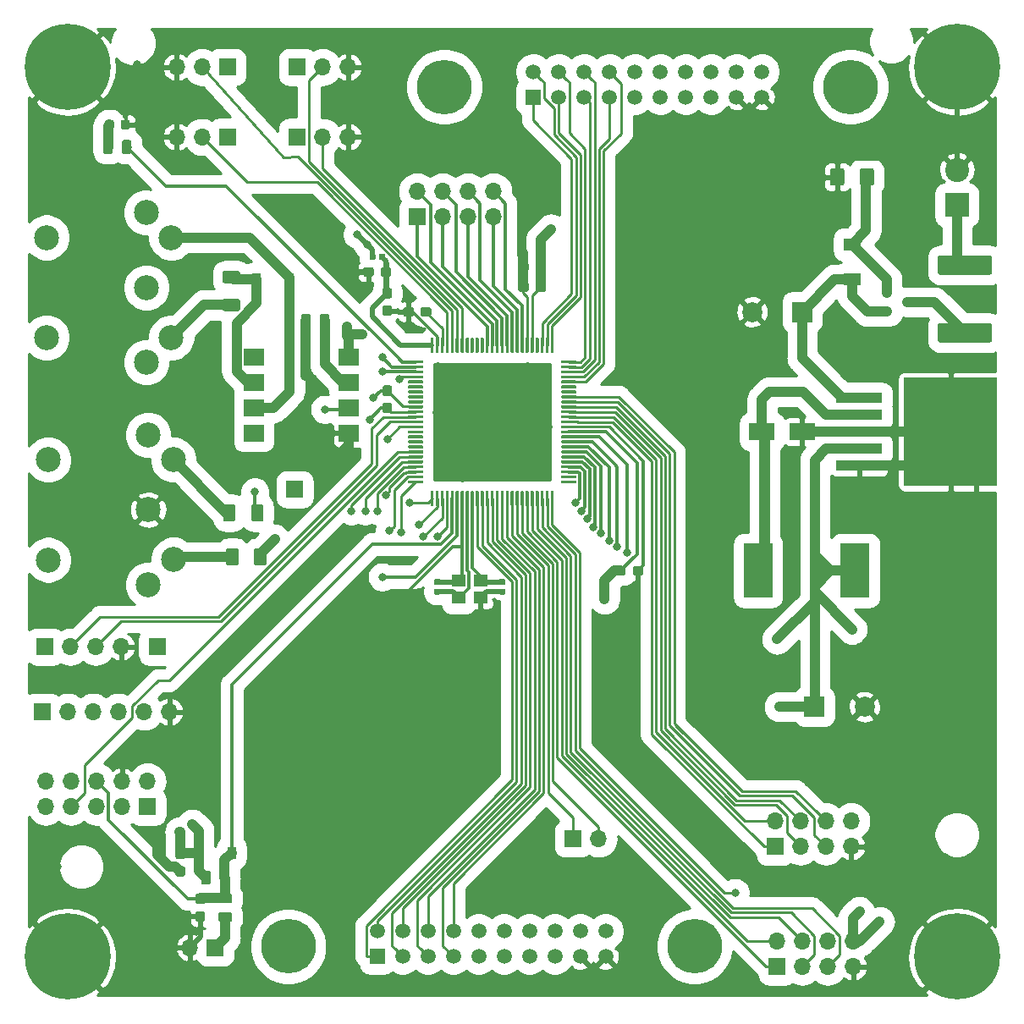
<source format=gbr>
G04 #@! TF.GenerationSoftware,KiCad,Pcbnew,(5.1.4-0-10_14)*
G04 #@! TF.CreationDate,2020-11-17T22:31:18+01:00*
G04 #@! TF.ProjectId,matrix_scanner,6d617472-6978-45f7-9363-616e6e65722e,rev?*
G04 #@! TF.SameCoordinates,Original*
G04 #@! TF.FileFunction,Copper,L1,Top*
G04 #@! TF.FilePolarity,Positive*
%FSLAX46Y46*%
G04 Gerber Fmt 4.6, Leading zero omitted, Abs format (unit mm)*
G04 Created by KiCad (PCBNEW (5.1.4-0-10_14)) date 2020-11-17 22:31:18*
%MOMM*%
%LPD*%
G04 APERTURE LIST*
%ADD10R,2.900000X5.400000*%
%ADD11C,0.100000*%
%ADD12C,1.425000*%
%ADD13R,1.700000X1.700000*%
%ADD14R,2.000000X1.780000*%
%ADD15R,1.400000X1.200000*%
%ADD16C,0.300000*%
%ADD17R,9.400000X10.800000*%
%ADD18R,4.600000X1.100000*%
%ADD19O,1.700000X1.700000*%
%ADD20C,0.975000*%
%ADD21C,1.250000*%
%ADD22R,0.900000X0.800000*%
%ADD23C,0.590000*%
%ADD24C,2.499360*%
%ADD25C,5.460000*%
%ADD26C,1.520000*%
%ADD27R,1.520000X1.520000*%
%ADD28C,2.400000*%
%ADD29R,2.400000X2.400000*%
%ADD30C,0.900000*%
%ADD31C,8.600000*%
%ADD32C,1.925000*%
%ADD33R,0.900000X1.200000*%
%ADD34C,0.875000*%
%ADD35R,2.500000X1.800000*%
%ADD36R,1.700000X1.300000*%
%ADD37C,0.950000*%
%ADD38C,2.000000*%
%ADD39R,2.000000X2.000000*%
%ADD40C,0.800000*%
%ADD41C,0.300000*%
%ADD42C,0.500000*%
%ADD43C,0.250000*%
%ADD44C,1.000000*%
%ADD45C,0.254000*%
G04 APERTURE END LIST*
D10*
X95800000Y-67400000D03*
X86100000Y-67400000D03*
D11*
G36*
X94499504Y-27126204D02*
G01*
X94523773Y-27129804D01*
X94547571Y-27135765D01*
X94570671Y-27144030D01*
X94592849Y-27154520D01*
X94613893Y-27167133D01*
X94633598Y-27181747D01*
X94651777Y-27198223D01*
X94668253Y-27216402D01*
X94682867Y-27236107D01*
X94695480Y-27257151D01*
X94705970Y-27279329D01*
X94714235Y-27302429D01*
X94720196Y-27326227D01*
X94723796Y-27350496D01*
X94725000Y-27375000D01*
X94725000Y-28625000D01*
X94723796Y-28649504D01*
X94720196Y-28673773D01*
X94714235Y-28697571D01*
X94705970Y-28720671D01*
X94695480Y-28742849D01*
X94682867Y-28763893D01*
X94668253Y-28783598D01*
X94651777Y-28801777D01*
X94633598Y-28818253D01*
X94613893Y-28832867D01*
X94592849Y-28845480D01*
X94570671Y-28855970D01*
X94547571Y-28864235D01*
X94523773Y-28870196D01*
X94499504Y-28873796D01*
X94475000Y-28875000D01*
X93550000Y-28875000D01*
X93525496Y-28873796D01*
X93501227Y-28870196D01*
X93477429Y-28864235D01*
X93454329Y-28855970D01*
X93432151Y-28845480D01*
X93411107Y-28832867D01*
X93391402Y-28818253D01*
X93373223Y-28801777D01*
X93356747Y-28783598D01*
X93342133Y-28763893D01*
X93329520Y-28742849D01*
X93319030Y-28720671D01*
X93310765Y-28697571D01*
X93304804Y-28673773D01*
X93301204Y-28649504D01*
X93300000Y-28625000D01*
X93300000Y-27375000D01*
X93301204Y-27350496D01*
X93304804Y-27326227D01*
X93310765Y-27302429D01*
X93319030Y-27279329D01*
X93329520Y-27257151D01*
X93342133Y-27236107D01*
X93356747Y-27216402D01*
X93373223Y-27198223D01*
X93391402Y-27181747D01*
X93411107Y-27167133D01*
X93432151Y-27154520D01*
X93454329Y-27144030D01*
X93477429Y-27135765D01*
X93501227Y-27129804D01*
X93525496Y-27126204D01*
X93550000Y-27125000D01*
X94475000Y-27125000D01*
X94499504Y-27126204D01*
X94499504Y-27126204D01*
G37*
D12*
X94012500Y-28000000D03*
D11*
G36*
X97474504Y-27126204D02*
G01*
X97498773Y-27129804D01*
X97522571Y-27135765D01*
X97545671Y-27144030D01*
X97567849Y-27154520D01*
X97588893Y-27167133D01*
X97608598Y-27181747D01*
X97626777Y-27198223D01*
X97643253Y-27216402D01*
X97657867Y-27236107D01*
X97670480Y-27257151D01*
X97680970Y-27279329D01*
X97689235Y-27302429D01*
X97695196Y-27326227D01*
X97698796Y-27350496D01*
X97700000Y-27375000D01*
X97700000Y-28625000D01*
X97698796Y-28649504D01*
X97695196Y-28673773D01*
X97689235Y-28697571D01*
X97680970Y-28720671D01*
X97670480Y-28742849D01*
X97657867Y-28763893D01*
X97643253Y-28783598D01*
X97626777Y-28801777D01*
X97608598Y-28818253D01*
X97588893Y-28832867D01*
X97567849Y-28845480D01*
X97545671Y-28855970D01*
X97522571Y-28864235D01*
X97498773Y-28870196D01*
X97474504Y-28873796D01*
X97450000Y-28875000D01*
X96525000Y-28875000D01*
X96500496Y-28873796D01*
X96476227Y-28870196D01*
X96452429Y-28864235D01*
X96429329Y-28855970D01*
X96407151Y-28845480D01*
X96386107Y-28832867D01*
X96366402Y-28818253D01*
X96348223Y-28801777D01*
X96331747Y-28783598D01*
X96317133Y-28763893D01*
X96304520Y-28742849D01*
X96294030Y-28720671D01*
X96285765Y-28697571D01*
X96279804Y-28673773D01*
X96276204Y-28649504D01*
X96275000Y-28625000D01*
X96275000Y-27375000D01*
X96276204Y-27350496D01*
X96279804Y-27326227D01*
X96285765Y-27302429D01*
X96294030Y-27279329D01*
X96304520Y-27257151D01*
X96317133Y-27236107D01*
X96331747Y-27216402D01*
X96348223Y-27198223D01*
X96366402Y-27181747D01*
X96386107Y-27167133D01*
X96407151Y-27154520D01*
X96429329Y-27144030D01*
X96452429Y-27135765D01*
X96476227Y-27129804D01*
X96500496Y-27126204D01*
X96525000Y-27125000D01*
X97450000Y-27125000D01*
X97474504Y-27126204D01*
X97474504Y-27126204D01*
G37*
D12*
X96987500Y-28000000D03*
D13*
X39750000Y-59250000D03*
X26000000Y-75000000D03*
D14*
X45165000Y-45990000D03*
X35635000Y-53610000D03*
X45165000Y-48530000D03*
X35635000Y-51070000D03*
X45165000Y-51070000D03*
X35635000Y-48530000D03*
X45165000Y-53610000D03*
X35635000Y-45990000D03*
D15*
X58350000Y-70100000D03*
X56150000Y-70100000D03*
X56150000Y-68400000D03*
X58350000Y-68400000D03*
D11*
G36*
X53582351Y-44100361D02*
G01*
X53589632Y-44101441D01*
X53596771Y-44103229D01*
X53603701Y-44105709D01*
X53610355Y-44108856D01*
X53616668Y-44112640D01*
X53622579Y-44117024D01*
X53628033Y-44121967D01*
X53632976Y-44127421D01*
X53637360Y-44133332D01*
X53641144Y-44139645D01*
X53644291Y-44146299D01*
X53646771Y-44153229D01*
X53648559Y-44160368D01*
X53649639Y-44167649D01*
X53650000Y-44175000D01*
X53650000Y-45500000D01*
X53649639Y-45507351D01*
X53648559Y-45514632D01*
X53646771Y-45521771D01*
X53644291Y-45528701D01*
X53641144Y-45535355D01*
X53637360Y-45541668D01*
X53632976Y-45547579D01*
X53628033Y-45553033D01*
X53622579Y-45557976D01*
X53616668Y-45562360D01*
X53610355Y-45566144D01*
X53603701Y-45569291D01*
X53596771Y-45571771D01*
X53589632Y-45573559D01*
X53582351Y-45574639D01*
X53575000Y-45575000D01*
X53425000Y-45575000D01*
X53417649Y-45574639D01*
X53410368Y-45573559D01*
X53403229Y-45571771D01*
X53396299Y-45569291D01*
X53389645Y-45566144D01*
X53383332Y-45562360D01*
X53377421Y-45557976D01*
X53371967Y-45553033D01*
X53367024Y-45547579D01*
X53362640Y-45541668D01*
X53358856Y-45535355D01*
X53355709Y-45528701D01*
X53353229Y-45521771D01*
X53351441Y-45514632D01*
X53350361Y-45507351D01*
X53350000Y-45500000D01*
X53350000Y-44175000D01*
X53350361Y-44167649D01*
X53351441Y-44160368D01*
X53353229Y-44153229D01*
X53355709Y-44146299D01*
X53358856Y-44139645D01*
X53362640Y-44133332D01*
X53367024Y-44127421D01*
X53371967Y-44121967D01*
X53377421Y-44117024D01*
X53383332Y-44112640D01*
X53389645Y-44108856D01*
X53396299Y-44105709D01*
X53403229Y-44103229D01*
X53410368Y-44101441D01*
X53417649Y-44100361D01*
X53425000Y-44100000D01*
X53575000Y-44100000D01*
X53582351Y-44100361D01*
X53582351Y-44100361D01*
G37*
D16*
X53500000Y-44837500D03*
D11*
G36*
X54082351Y-44100361D02*
G01*
X54089632Y-44101441D01*
X54096771Y-44103229D01*
X54103701Y-44105709D01*
X54110355Y-44108856D01*
X54116668Y-44112640D01*
X54122579Y-44117024D01*
X54128033Y-44121967D01*
X54132976Y-44127421D01*
X54137360Y-44133332D01*
X54141144Y-44139645D01*
X54144291Y-44146299D01*
X54146771Y-44153229D01*
X54148559Y-44160368D01*
X54149639Y-44167649D01*
X54150000Y-44175000D01*
X54150000Y-45500000D01*
X54149639Y-45507351D01*
X54148559Y-45514632D01*
X54146771Y-45521771D01*
X54144291Y-45528701D01*
X54141144Y-45535355D01*
X54137360Y-45541668D01*
X54132976Y-45547579D01*
X54128033Y-45553033D01*
X54122579Y-45557976D01*
X54116668Y-45562360D01*
X54110355Y-45566144D01*
X54103701Y-45569291D01*
X54096771Y-45571771D01*
X54089632Y-45573559D01*
X54082351Y-45574639D01*
X54075000Y-45575000D01*
X53925000Y-45575000D01*
X53917649Y-45574639D01*
X53910368Y-45573559D01*
X53903229Y-45571771D01*
X53896299Y-45569291D01*
X53889645Y-45566144D01*
X53883332Y-45562360D01*
X53877421Y-45557976D01*
X53871967Y-45553033D01*
X53867024Y-45547579D01*
X53862640Y-45541668D01*
X53858856Y-45535355D01*
X53855709Y-45528701D01*
X53853229Y-45521771D01*
X53851441Y-45514632D01*
X53850361Y-45507351D01*
X53850000Y-45500000D01*
X53850000Y-44175000D01*
X53850361Y-44167649D01*
X53851441Y-44160368D01*
X53853229Y-44153229D01*
X53855709Y-44146299D01*
X53858856Y-44139645D01*
X53862640Y-44133332D01*
X53867024Y-44127421D01*
X53871967Y-44121967D01*
X53877421Y-44117024D01*
X53883332Y-44112640D01*
X53889645Y-44108856D01*
X53896299Y-44105709D01*
X53903229Y-44103229D01*
X53910368Y-44101441D01*
X53917649Y-44100361D01*
X53925000Y-44100000D01*
X54075000Y-44100000D01*
X54082351Y-44100361D01*
X54082351Y-44100361D01*
G37*
D16*
X54000000Y-44837500D03*
D11*
G36*
X54582351Y-44100361D02*
G01*
X54589632Y-44101441D01*
X54596771Y-44103229D01*
X54603701Y-44105709D01*
X54610355Y-44108856D01*
X54616668Y-44112640D01*
X54622579Y-44117024D01*
X54628033Y-44121967D01*
X54632976Y-44127421D01*
X54637360Y-44133332D01*
X54641144Y-44139645D01*
X54644291Y-44146299D01*
X54646771Y-44153229D01*
X54648559Y-44160368D01*
X54649639Y-44167649D01*
X54650000Y-44175000D01*
X54650000Y-45500000D01*
X54649639Y-45507351D01*
X54648559Y-45514632D01*
X54646771Y-45521771D01*
X54644291Y-45528701D01*
X54641144Y-45535355D01*
X54637360Y-45541668D01*
X54632976Y-45547579D01*
X54628033Y-45553033D01*
X54622579Y-45557976D01*
X54616668Y-45562360D01*
X54610355Y-45566144D01*
X54603701Y-45569291D01*
X54596771Y-45571771D01*
X54589632Y-45573559D01*
X54582351Y-45574639D01*
X54575000Y-45575000D01*
X54425000Y-45575000D01*
X54417649Y-45574639D01*
X54410368Y-45573559D01*
X54403229Y-45571771D01*
X54396299Y-45569291D01*
X54389645Y-45566144D01*
X54383332Y-45562360D01*
X54377421Y-45557976D01*
X54371967Y-45553033D01*
X54367024Y-45547579D01*
X54362640Y-45541668D01*
X54358856Y-45535355D01*
X54355709Y-45528701D01*
X54353229Y-45521771D01*
X54351441Y-45514632D01*
X54350361Y-45507351D01*
X54350000Y-45500000D01*
X54350000Y-44175000D01*
X54350361Y-44167649D01*
X54351441Y-44160368D01*
X54353229Y-44153229D01*
X54355709Y-44146299D01*
X54358856Y-44139645D01*
X54362640Y-44133332D01*
X54367024Y-44127421D01*
X54371967Y-44121967D01*
X54377421Y-44117024D01*
X54383332Y-44112640D01*
X54389645Y-44108856D01*
X54396299Y-44105709D01*
X54403229Y-44103229D01*
X54410368Y-44101441D01*
X54417649Y-44100361D01*
X54425000Y-44100000D01*
X54575000Y-44100000D01*
X54582351Y-44100361D01*
X54582351Y-44100361D01*
G37*
D16*
X54500000Y-44837500D03*
D11*
G36*
X55082351Y-44100361D02*
G01*
X55089632Y-44101441D01*
X55096771Y-44103229D01*
X55103701Y-44105709D01*
X55110355Y-44108856D01*
X55116668Y-44112640D01*
X55122579Y-44117024D01*
X55128033Y-44121967D01*
X55132976Y-44127421D01*
X55137360Y-44133332D01*
X55141144Y-44139645D01*
X55144291Y-44146299D01*
X55146771Y-44153229D01*
X55148559Y-44160368D01*
X55149639Y-44167649D01*
X55150000Y-44175000D01*
X55150000Y-45500000D01*
X55149639Y-45507351D01*
X55148559Y-45514632D01*
X55146771Y-45521771D01*
X55144291Y-45528701D01*
X55141144Y-45535355D01*
X55137360Y-45541668D01*
X55132976Y-45547579D01*
X55128033Y-45553033D01*
X55122579Y-45557976D01*
X55116668Y-45562360D01*
X55110355Y-45566144D01*
X55103701Y-45569291D01*
X55096771Y-45571771D01*
X55089632Y-45573559D01*
X55082351Y-45574639D01*
X55075000Y-45575000D01*
X54925000Y-45575000D01*
X54917649Y-45574639D01*
X54910368Y-45573559D01*
X54903229Y-45571771D01*
X54896299Y-45569291D01*
X54889645Y-45566144D01*
X54883332Y-45562360D01*
X54877421Y-45557976D01*
X54871967Y-45553033D01*
X54867024Y-45547579D01*
X54862640Y-45541668D01*
X54858856Y-45535355D01*
X54855709Y-45528701D01*
X54853229Y-45521771D01*
X54851441Y-45514632D01*
X54850361Y-45507351D01*
X54850000Y-45500000D01*
X54850000Y-44175000D01*
X54850361Y-44167649D01*
X54851441Y-44160368D01*
X54853229Y-44153229D01*
X54855709Y-44146299D01*
X54858856Y-44139645D01*
X54862640Y-44133332D01*
X54867024Y-44127421D01*
X54871967Y-44121967D01*
X54877421Y-44117024D01*
X54883332Y-44112640D01*
X54889645Y-44108856D01*
X54896299Y-44105709D01*
X54903229Y-44103229D01*
X54910368Y-44101441D01*
X54917649Y-44100361D01*
X54925000Y-44100000D01*
X55075000Y-44100000D01*
X55082351Y-44100361D01*
X55082351Y-44100361D01*
G37*
D16*
X55000000Y-44837500D03*
D11*
G36*
X55582351Y-44100361D02*
G01*
X55589632Y-44101441D01*
X55596771Y-44103229D01*
X55603701Y-44105709D01*
X55610355Y-44108856D01*
X55616668Y-44112640D01*
X55622579Y-44117024D01*
X55628033Y-44121967D01*
X55632976Y-44127421D01*
X55637360Y-44133332D01*
X55641144Y-44139645D01*
X55644291Y-44146299D01*
X55646771Y-44153229D01*
X55648559Y-44160368D01*
X55649639Y-44167649D01*
X55650000Y-44175000D01*
X55650000Y-45500000D01*
X55649639Y-45507351D01*
X55648559Y-45514632D01*
X55646771Y-45521771D01*
X55644291Y-45528701D01*
X55641144Y-45535355D01*
X55637360Y-45541668D01*
X55632976Y-45547579D01*
X55628033Y-45553033D01*
X55622579Y-45557976D01*
X55616668Y-45562360D01*
X55610355Y-45566144D01*
X55603701Y-45569291D01*
X55596771Y-45571771D01*
X55589632Y-45573559D01*
X55582351Y-45574639D01*
X55575000Y-45575000D01*
X55425000Y-45575000D01*
X55417649Y-45574639D01*
X55410368Y-45573559D01*
X55403229Y-45571771D01*
X55396299Y-45569291D01*
X55389645Y-45566144D01*
X55383332Y-45562360D01*
X55377421Y-45557976D01*
X55371967Y-45553033D01*
X55367024Y-45547579D01*
X55362640Y-45541668D01*
X55358856Y-45535355D01*
X55355709Y-45528701D01*
X55353229Y-45521771D01*
X55351441Y-45514632D01*
X55350361Y-45507351D01*
X55350000Y-45500000D01*
X55350000Y-44175000D01*
X55350361Y-44167649D01*
X55351441Y-44160368D01*
X55353229Y-44153229D01*
X55355709Y-44146299D01*
X55358856Y-44139645D01*
X55362640Y-44133332D01*
X55367024Y-44127421D01*
X55371967Y-44121967D01*
X55377421Y-44117024D01*
X55383332Y-44112640D01*
X55389645Y-44108856D01*
X55396299Y-44105709D01*
X55403229Y-44103229D01*
X55410368Y-44101441D01*
X55417649Y-44100361D01*
X55425000Y-44100000D01*
X55575000Y-44100000D01*
X55582351Y-44100361D01*
X55582351Y-44100361D01*
G37*
D16*
X55500000Y-44837500D03*
D11*
G36*
X56082351Y-44100361D02*
G01*
X56089632Y-44101441D01*
X56096771Y-44103229D01*
X56103701Y-44105709D01*
X56110355Y-44108856D01*
X56116668Y-44112640D01*
X56122579Y-44117024D01*
X56128033Y-44121967D01*
X56132976Y-44127421D01*
X56137360Y-44133332D01*
X56141144Y-44139645D01*
X56144291Y-44146299D01*
X56146771Y-44153229D01*
X56148559Y-44160368D01*
X56149639Y-44167649D01*
X56150000Y-44175000D01*
X56150000Y-45500000D01*
X56149639Y-45507351D01*
X56148559Y-45514632D01*
X56146771Y-45521771D01*
X56144291Y-45528701D01*
X56141144Y-45535355D01*
X56137360Y-45541668D01*
X56132976Y-45547579D01*
X56128033Y-45553033D01*
X56122579Y-45557976D01*
X56116668Y-45562360D01*
X56110355Y-45566144D01*
X56103701Y-45569291D01*
X56096771Y-45571771D01*
X56089632Y-45573559D01*
X56082351Y-45574639D01*
X56075000Y-45575000D01*
X55925000Y-45575000D01*
X55917649Y-45574639D01*
X55910368Y-45573559D01*
X55903229Y-45571771D01*
X55896299Y-45569291D01*
X55889645Y-45566144D01*
X55883332Y-45562360D01*
X55877421Y-45557976D01*
X55871967Y-45553033D01*
X55867024Y-45547579D01*
X55862640Y-45541668D01*
X55858856Y-45535355D01*
X55855709Y-45528701D01*
X55853229Y-45521771D01*
X55851441Y-45514632D01*
X55850361Y-45507351D01*
X55850000Y-45500000D01*
X55850000Y-44175000D01*
X55850361Y-44167649D01*
X55851441Y-44160368D01*
X55853229Y-44153229D01*
X55855709Y-44146299D01*
X55858856Y-44139645D01*
X55862640Y-44133332D01*
X55867024Y-44127421D01*
X55871967Y-44121967D01*
X55877421Y-44117024D01*
X55883332Y-44112640D01*
X55889645Y-44108856D01*
X55896299Y-44105709D01*
X55903229Y-44103229D01*
X55910368Y-44101441D01*
X55917649Y-44100361D01*
X55925000Y-44100000D01*
X56075000Y-44100000D01*
X56082351Y-44100361D01*
X56082351Y-44100361D01*
G37*
D16*
X56000000Y-44837500D03*
D11*
G36*
X56582351Y-44100361D02*
G01*
X56589632Y-44101441D01*
X56596771Y-44103229D01*
X56603701Y-44105709D01*
X56610355Y-44108856D01*
X56616668Y-44112640D01*
X56622579Y-44117024D01*
X56628033Y-44121967D01*
X56632976Y-44127421D01*
X56637360Y-44133332D01*
X56641144Y-44139645D01*
X56644291Y-44146299D01*
X56646771Y-44153229D01*
X56648559Y-44160368D01*
X56649639Y-44167649D01*
X56650000Y-44175000D01*
X56650000Y-45500000D01*
X56649639Y-45507351D01*
X56648559Y-45514632D01*
X56646771Y-45521771D01*
X56644291Y-45528701D01*
X56641144Y-45535355D01*
X56637360Y-45541668D01*
X56632976Y-45547579D01*
X56628033Y-45553033D01*
X56622579Y-45557976D01*
X56616668Y-45562360D01*
X56610355Y-45566144D01*
X56603701Y-45569291D01*
X56596771Y-45571771D01*
X56589632Y-45573559D01*
X56582351Y-45574639D01*
X56575000Y-45575000D01*
X56425000Y-45575000D01*
X56417649Y-45574639D01*
X56410368Y-45573559D01*
X56403229Y-45571771D01*
X56396299Y-45569291D01*
X56389645Y-45566144D01*
X56383332Y-45562360D01*
X56377421Y-45557976D01*
X56371967Y-45553033D01*
X56367024Y-45547579D01*
X56362640Y-45541668D01*
X56358856Y-45535355D01*
X56355709Y-45528701D01*
X56353229Y-45521771D01*
X56351441Y-45514632D01*
X56350361Y-45507351D01*
X56350000Y-45500000D01*
X56350000Y-44175000D01*
X56350361Y-44167649D01*
X56351441Y-44160368D01*
X56353229Y-44153229D01*
X56355709Y-44146299D01*
X56358856Y-44139645D01*
X56362640Y-44133332D01*
X56367024Y-44127421D01*
X56371967Y-44121967D01*
X56377421Y-44117024D01*
X56383332Y-44112640D01*
X56389645Y-44108856D01*
X56396299Y-44105709D01*
X56403229Y-44103229D01*
X56410368Y-44101441D01*
X56417649Y-44100361D01*
X56425000Y-44100000D01*
X56575000Y-44100000D01*
X56582351Y-44100361D01*
X56582351Y-44100361D01*
G37*
D16*
X56500000Y-44837500D03*
D11*
G36*
X57082351Y-44100361D02*
G01*
X57089632Y-44101441D01*
X57096771Y-44103229D01*
X57103701Y-44105709D01*
X57110355Y-44108856D01*
X57116668Y-44112640D01*
X57122579Y-44117024D01*
X57128033Y-44121967D01*
X57132976Y-44127421D01*
X57137360Y-44133332D01*
X57141144Y-44139645D01*
X57144291Y-44146299D01*
X57146771Y-44153229D01*
X57148559Y-44160368D01*
X57149639Y-44167649D01*
X57150000Y-44175000D01*
X57150000Y-45500000D01*
X57149639Y-45507351D01*
X57148559Y-45514632D01*
X57146771Y-45521771D01*
X57144291Y-45528701D01*
X57141144Y-45535355D01*
X57137360Y-45541668D01*
X57132976Y-45547579D01*
X57128033Y-45553033D01*
X57122579Y-45557976D01*
X57116668Y-45562360D01*
X57110355Y-45566144D01*
X57103701Y-45569291D01*
X57096771Y-45571771D01*
X57089632Y-45573559D01*
X57082351Y-45574639D01*
X57075000Y-45575000D01*
X56925000Y-45575000D01*
X56917649Y-45574639D01*
X56910368Y-45573559D01*
X56903229Y-45571771D01*
X56896299Y-45569291D01*
X56889645Y-45566144D01*
X56883332Y-45562360D01*
X56877421Y-45557976D01*
X56871967Y-45553033D01*
X56867024Y-45547579D01*
X56862640Y-45541668D01*
X56858856Y-45535355D01*
X56855709Y-45528701D01*
X56853229Y-45521771D01*
X56851441Y-45514632D01*
X56850361Y-45507351D01*
X56850000Y-45500000D01*
X56850000Y-44175000D01*
X56850361Y-44167649D01*
X56851441Y-44160368D01*
X56853229Y-44153229D01*
X56855709Y-44146299D01*
X56858856Y-44139645D01*
X56862640Y-44133332D01*
X56867024Y-44127421D01*
X56871967Y-44121967D01*
X56877421Y-44117024D01*
X56883332Y-44112640D01*
X56889645Y-44108856D01*
X56896299Y-44105709D01*
X56903229Y-44103229D01*
X56910368Y-44101441D01*
X56917649Y-44100361D01*
X56925000Y-44100000D01*
X57075000Y-44100000D01*
X57082351Y-44100361D01*
X57082351Y-44100361D01*
G37*
D16*
X57000000Y-44837500D03*
D11*
G36*
X57582351Y-44100361D02*
G01*
X57589632Y-44101441D01*
X57596771Y-44103229D01*
X57603701Y-44105709D01*
X57610355Y-44108856D01*
X57616668Y-44112640D01*
X57622579Y-44117024D01*
X57628033Y-44121967D01*
X57632976Y-44127421D01*
X57637360Y-44133332D01*
X57641144Y-44139645D01*
X57644291Y-44146299D01*
X57646771Y-44153229D01*
X57648559Y-44160368D01*
X57649639Y-44167649D01*
X57650000Y-44175000D01*
X57650000Y-45500000D01*
X57649639Y-45507351D01*
X57648559Y-45514632D01*
X57646771Y-45521771D01*
X57644291Y-45528701D01*
X57641144Y-45535355D01*
X57637360Y-45541668D01*
X57632976Y-45547579D01*
X57628033Y-45553033D01*
X57622579Y-45557976D01*
X57616668Y-45562360D01*
X57610355Y-45566144D01*
X57603701Y-45569291D01*
X57596771Y-45571771D01*
X57589632Y-45573559D01*
X57582351Y-45574639D01*
X57575000Y-45575000D01*
X57425000Y-45575000D01*
X57417649Y-45574639D01*
X57410368Y-45573559D01*
X57403229Y-45571771D01*
X57396299Y-45569291D01*
X57389645Y-45566144D01*
X57383332Y-45562360D01*
X57377421Y-45557976D01*
X57371967Y-45553033D01*
X57367024Y-45547579D01*
X57362640Y-45541668D01*
X57358856Y-45535355D01*
X57355709Y-45528701D01*
X57353229Y-45521771D01*
X57351441Y-45514632D01*
X57350361Y-45507351D01*
X57350000Y-45500000D01*
X57350000Y-44175000D01*
X57350361Y-44167649D01*
X57351441Y-44160368D01*
X57353229Y-44153229D01*
X57355709Y-44146299D01*
X57358856Y-44139645D01*
X57362640Y-44133332D01*
X57367024Y-44127421D01*
X57371967Y-44121967D01*
X57377421Y-44117024D01*
X57383332Y-44112640D01*
X57389645Y-44108856D01*
X57396299Y-44105709D01*
X57403229Y-44103229D01*
X57410368Y-44101441D01*
X57417649Y-44100361D01*
X57425000Y-44100000D01*
X57575000Y-44100000D01*
X57582351Y-44100361D01*
X57582351Y-44100361D01*
G37*
D16*
X57500000Y-44837500D03*
D11*
G36*
X58082351Y-44100361D02*
G01*
X58089632Y-44101441D01*
X58096771Y-44103229D01*
X58103701Y-44105709D01*
X58110355Y-44108856D01*
X58116668Y-44112640D01*
X58122579Y-44117024D01*
X58128033Y-44121967D01*
X58132976Y-44127421D01*
X58137360Y-44133332D01*
X58141144Y-44139645D01*
X58144291Y-44146299D01*
X58146771Y-44153229D01*
X58148559Y-44160368D01*
X58149639Y-44167649D01*
X58150000Y-44175000D01*
X58150000Y-45500000D01*
X58149639Y-45507351D01*
X58148559Y-45514632D01*
X58146771Y-45521771D01*
X58144291Y-45528701D01*
X58141144Y-45535355D01*
X58137360Y-45541668D01*
X58132976Y-45547579D01*
X58128033Y-45553033D01*
X58122579Y-45557976D01*
X58116668Y-45562360D01*
X58110355Y-45566144D01*
X58103701Y-45569291D01*
X58096771Y-45571771D01*
X58089632Y-45573559D01*
X58082351Y-45574639D01*
X58075000Y-45575000D01*
X57925000Y-45575000D01*
X57917649Y-45574639D01*
X57910368Y-45573559D01*
X57903229Y-45571771D01*
X57896299Y-45569291D01*
X57889645Y-45566144D01*
X57883332Y-45562360D01*
X57877421Y-45557976D01*
X57871967Y-45553033D01*
X57867024Y-45547579D01*
X57862640Y-45541668D01*
X57858856Y-45535355D01*
X57855709Y-45528701D01*
X57853229Y-45521771D01*
X57851441Y-45514632D01*
X57850361Y-45507351D01*
X57850000Y-45500000D01*
X57850000Y-44175000D01*
X57850361Y-44167649D01*
X57851441Y-44160368D01*
X57853229Y-44153229D01*
X57855709Y-44146299D01*
X57858856Y-44139645D01*
X57862640Y-44133332D01*
X57867024Y-44127421D01*
X57871967Y-44121967D01*
X57877421Y-44117024D01*
X57883332Y-44112640D01*
X57889645Y-44108856D01*
X57896299Y-44105709D01*
X57903229Y-44103229D01*
X57910368Y-44101441D01*
X57917649Y-44100361D01*
X57925000Y-44100000D01*
X58075000Y-44100000D01*
X58082351Y-44100361D01*
X58082351Y-44100361D01*
G37*
D16*
X58000000Y-44837500D03*
D11*
G36*
X58582351Y-44100361D02*
G01*
X58589632Y-44101441D01*
X58596771Y-44103229D01*
X58603701Y-44105709D01*
X58610355Y-44108856D01*
X58616668Y-44112640D01*
X58622579Y-44117024D01*
X58628033Y-44121967D01*
X58632976Y-44127421D01*
X58637360Y-44133332D01*
X58641144Y-44139645D01*
X58644291Y-44146299D01*
X58646771Y-44153229D01*
X58648559Y-44160368D01*
X58649639Y-44167649D01*
X58650000Y-44175000D01*
X58650000Y-45500000D01*
X58649639Y-45507351D01*
X58648559Y-45514632D01*
X58646771Y-45521771D01*
X58644291Y-45528701D01*
X58641144Y-45535355D01*
X58637360Y-45541668D01*
X58632976Y-45547579D01*
X58628033Y-45553033D01*
X58622579Y-45557976D01*
X58616668Y-45562360D01*
X58610355Y-45566144D01*
X58603701Y-45569291D01*
X58596771Y-45571771D01*
X58589632Y-45573559D01*
X58582351Y-45574639D01*
X58575000Y-45575000D01*
X58425000Y-45575000D01*
X58417649Y-45574639D01*
X58410368Y-45573559D01*
X58403229Y-45571771D01*
X58396299Y-45569291D01*
X58389645Y-45566144D01*
X58383332Y-45562360D01*
X58377421Y-45557976D01*
X58371967Y-45553033D01*
X58367024Y-45547579D01*
X58362640Y-45541668D01*
X58358856Y-45535355D01*
X58355709Y-45528701D01*
X58353229Y-45521771D01*
X58351441Y-45514632D01*
X58350361Y-45507351D01*
X58350000Y-45500000D01*
X58350000Y-44175000D01*
X58350361Y-44167649D01*
X58351441Y-44160368D01*
X58353229Y-44153229D01*
X58355709Y-44146299D01*
X58358856Y-44139645D01*
X58362640Y-44133332D01*
X58367024Y-44127421D01*
X58371967Y-44121967D01*
X58377421Y-44117024D01*
X58383332Y-44112640D01*
X58389645Y-44108856D01*
X58396299Y-44105709D01*
X58403229Y-44103229D01*
X58410368Y-44101441D01*
X58417649Y-44100361D01*
X58425000Y-44100000D01*
X58575000Y-44100000D01*
X58582351Y-44100361D01*
X58582351Y-44100361D01*
G37*
D16*
X58500000Y-44837500D03*
D11*
G36*
X59082351Y-44100361D02*
G01*
X59089632Y-44101441D01*
X59096771Y-44103229D01*
X59103701Y-44105709D01*
X59110355Y-44108856D01*
X59116668Y-44112640D01*
X59122579Y-44117024D01*
X59128033Y-44121967D01*
X59132976Y-44127421D01*
X59137360Y-44133332D01*
X59141144Y-44139645D01*
X59144291Y-44146299D01*
X59146771Y-44153229D01*
X59148559Y-44160368D01*
X59149639Y-44167649D01*
X59150000Y-44175000D01*
X59150000Y-45500000D01*
X59149639Y-45507351D01*
X59148559Y-45514632D01*
X59146771Y-45521771D01*
X59144291Y-45528701D01*
X59141144Y-45535355D01*
X59137360Y-45541668D01*
X59132976Y-45547579D01*
X59128033Y-45553033D01*
X59122579Y-45557976D01*
X59116668Y-45562360D01*
X59110355Y-45566144D01*
X59103701Y-45569291D01*
X59096771Y-45571771D01*
X59089632Y-45573559D01*
X59082351Y-45574639D01*
X59075000Y-45575000D01*
X58925000Y-45575000D01*
X58917649Y-45574639D01*
X58910368Y-45573559D01*
X58903229Y-45571771D01*
X58896299Y-45569291D01*
X58889645Y-45566144D01*
X58883332Y-45562360D01*
X58877421Y-45557976D01*
X58871967Y-45553033D01*
X58867024Y-45547579D01*
X58862640Y-45541668D01*
X58858856Y-45535355D01*
X58855709Y-45528701D01*
X58853229Y-45521771D01*
X58851441Y-45514632D01*
X58850361Y-45507351D01*
X58850000Y-45500000D01*
X58850000Y-44175000D01*
X58850361Y-44167649D01*
X58851441Y-44160368D01*
X58853229Y-44153229D01*
X58855709Y-44146299D01*
X58858856Y-44139645D01*
X58862640Y-44133332D01*
X58867024Y-44127421D01*
X58871967Y-44121967D01*
X58877421Y-44117024D01*
X58883332Y-44112640D01*
X58889645Y-44108856D01*
X58896299Y-44105709D01*
X58903229Y-44103229D01*
X58910368Y-44101441D01*
X58917649Y-44100361D01*
X58925000Y-44100000D01*
X59075000Y-44100000D01*
X59082351Y-44100361D01*
X59082351Y-44100361D01*
G37*
D16*
X59000000Y-44837500D03*
D11*
G36*
X59582351Y-44100361D02*
G01*
X59589632Y-44101441D01*
X59596771Y-44103229D01*
X59603701Y-44105709D01*
X59610355Y-44108856D01*
X59616668Y-44112640D01*
X59622579Y-44117024D01*
X59628033Y-44121967D01*
X59632976Y-44127421D01*
X59637360Y-44133332D01*
X59641144Y-44139645D01*
X59644291Y-44146299D01*
X59646771Y-44153229D01*
X59648559Y-44160368D01*
X59649639Y-44167649D01*
X59650000Y-44175000D01*
X59650000Y-45500000D01*
X59649639Y-45507351D01*
X59648559Y-45514632D01*
X59646771Y-45521771D01*
X59644291Y-45528701D01*
X59641144Y-45535355D01*
X59637360Y-45541668D01*
X59632976Y-45547579D01*
X59628033Y-45553033D01*
X59622579Y-45557976D01*
X59616668Y-45562360D01*
X59610355Y-45566144D01*
X59603701Y-45569291D01*
X59596771Y-45571771D01*
X59589632Y-45573559D01*
X59582351Y-45574639D01*
X59575000Y-45575000D01*
X59425000Y-45575000D01*
X59417649Y-45574639D01*
X59410368Y-45573559D01*
X59403229Y-45571771D01*
X59396299Y-45569291D01*
X59389645Y-45566144D01*
X59383332Y-45562360D01*
X59377421Y-45557976D01*
X59371967Y-45553033D01*
X59367024Y-45547579D01*
X59362640Y-45541668D01*
X59358856Y-45535355D01*
X59355709Y-45528701D01*
X59353229Y-45521771D01*
X59351441Y-45514632D01*
X59350361Y-45507351D01*
X59350000Y-45500000D01*
X59350000Y-44175000D01*
X59350361Y-44167649D01*
X59351441Y-44160368D01*
X59353229Y-44153229D01*
X59355709Y-44146299D01*
X59358856Y-44139645D01*
X59362640Y-44133332D01*
X59367024Y-44127421D01*
X59371967Y-44121967D01*
X59377421Y-44117024D01*
X59383332Y-44112640D01*
X59389645Y-44108856D01*
X59396299Y-44105709D01*
X59403229Y-44103229D01*
X59410368Y-44101441D01*
X59417649Y-44100361D01*
X59425000Y-44100000D01*
X59575000Y-44100000D01*
X59582351Y-44100361D01*
X59582351Y-44100361D01*
G37*
D16*
X59500000Y-44837500D03*
D11*
G36*
X60082351Y-44100361D02*
G01*
X60089632Y-44101441D01*
X60096771Y-44103229D01*
X60103701Y-44105709D01*
X60110355Y-44108856D01*
X60116668Y-44112640D01*
X60122579Y-44117024D01*
X60128033Y-44121967D01*
X60132976Y-44127421D01*
X60137360Y-44133332D01*
X60141144Y-44139645D01*
X60144291Y-44146299D01*
X60146771Y-44153229D01*
X60148559Y-44160368D01*
X60149639Y-44167649D01*
X60150000Y-44175000D01*
X60150000Y-45500000D01*
X60149639Y-45507351D01*
X60148559Y-45514632D01*
X60146771Y-45521771D01*
X60144291Y-45528701D01*
X60141144Y-45535355D01*
X60137360Y-45541668D01*
X60132976Y-45547579D01*
X60128033Y-45553033D01*
X60122579Y-45557976D01*
X60116668Y-45562360D01*
X60110355Y-45566144D01*
X60103701Y-45569291D01*
X60096771Y-45571771D01*
X60089632Y-45573559D01*
X60082351Y-45574639D01*
X60075000Y-45575000D01*
X59925000Y-45575000D01*
X59917649Y-45574639D01*
X59910368Y-45573559D01*
X59903229Y-45571771D01*
X59896299Y-45569291D01*
X59889645Y-45566144D01*
X59883332Y-45562360D01*
X59877421Y-45557976D01*
X59871967Y-45553033D01*
X59867024Y-45547579D01*
X59862640Y-45541668D01*
X59858856Y-45535355D01*
X59855709Y-45528701D01*
X59853229Y-45521771D01*
X59851441Y-45514632D01*
X59850361Y-45507351D01*
X59850000Y-45500000D01*
X59850000Y-44175000D01*
X59850361Y-44167649D01*
X59851441Y-44160368D01*
X59853229Y-44153229D01*
X59855709Y-44146299D01*
X59858856Y-44139645D01*
X59862640Y-44133332D01*
X59867024Y-44127421D01*
X59871967Y-44121967D01*
X59877421Y-44117024D01*
X59883332Y-44112640D01*
X59889645Y-44108856D01*
X59896299Y-44105709D01*
X59903229Y-44103229D01*
X59910368Y-44101441D01*
X59917649Y-44100361D01*
X59925000Y-44100000D01*
X60075000Y-44100000D01*
X60082351Y-44100361D01*
X60082351Y-44100361D01*
G37*
D16*
X60000000Y-44837500D03*
D11*
G36*
X60582351Y-44100361D02*
G01*
X60589632Y-44101441D01*
X60596771Y-44103229D01*
X60603701Y-44105709D01*
X60610355Y-44108856D01*
X60616668Y-44112640D01*
X60622579Y-44117024D01*
X60628033Y-44121967D01*
X60632976Y-44127421D01*
X60637360Y-44133332D01*
X60641144Y-44139645D01*
X60644291Y-44146299D01*
X60646771Y-44153229D01*
X60648559Y-44160368D01*
X60649639Y-44167649D01*
X60650000Y-44175000D01*
X60650000Y-45500000D01*
X60649639Y-45507351D01*
X60648559Y-45514632D01*
X60646771Y-45521771D01*
X60644291Y-45528701D01*
X60641144Y-45535355D01*
X60637360Y-45541668D01*
X60632976Y-45547579D01*
X60628033Y-45553033D01*
X60622579Y-45557976D01*
X60616668Y-45562360D01*
X60610355Y-45566144D01*
X60603701Y-45569291D01*
X60596771Y-45571771D01*
X60589632Y-45573559D01*
X60582351Y-45574639D01*
X60575000Y-45575000D01*
X60425000Y-45575000D01*
X60417649Y-45574639D01*
X60410368Y-45573559D01*
X60403229Y-45571771D01*
X60396299Y-45569291D01*
X60389645Y-45566144D01*
X60383332Y-45562360D01*
X60377421Y-45557976D01*
X60371967Y-45553033D01*
X60367024Y-45547579D01*
X60362640Y-45541668D01*
X60358856Y-45535355D01*
X60355709Y-45528701D01*
X60353229Y-45521771D01*
X60351441Y-45514632D01*
X60350361Y-45507351D01*
X60350000Y-45500000D01*
X60350000Y-44175000D01*
X60350361Y-44167649D01*
X60351441Y-44160368D01*
X60353229Y-44153229D01*
X60355709Y-44146299D01*
X60358856Y-44139645D01*
X60362640Y-44133332D01*
X60367024Y-44127421D01*
X60371967Y-44121967D01*
X60377421Y-44117024D01*
X60383332Y-44112640D01*
X60389645Y-44108856D01*
X60396299Y-44105709D01*
X60403229Y-44103229D01*
X60410368Y-44101441D01*
X60417649Y-44100361D01*
X60425000Y-44100000D01*
X60575000Y-44100000D01*
X60582351Y-44100361D01*
X60582351Y-44100361D01*
G37*
D16*
X60500000Y-44837500D03*
D11*
G36*
X61082351Y-44100361D02*
G01*
X61089632Y-44101441D01*
X61096771Y-44103229D01*
X61103701Y-44105709D01*
X61110355Y-44108856D01*
X61116668Y-44112640D01*
X61122579Y-44117024D01*
X61128033Y-44121967D01*
X61132976Y-44127421D01*
X61137360Y-44133332D01*
X61141144Y-44139645D01*
X61144291Y-44146299D01*
X61146771Y-44153229D01*
X61148559Y-44160368D01*
X61149639Y-44167649D01*
X61150000Y-44175000D01*
X61150000Y-45500000D01*
X61149639Y-45507351D01*
X61148559Y-45514632D01*
X61146771Y-45521771D01*
X61144291Y-45528701D01*
X61141144Y-45535355D01*
X61137360Y-45541668D01*
X61132976Y-45547579D01*
X61128033Y-45553033D01*
X61122579Y-45557976D01*
X61116668Y-45562360D01*
X61110355Y-45566144D01*
X61103701Y-45569291D01*
X61096771Y-45571771D01*
X61089632Y-45573559D01*
X61082351Y-45574639D01*
X61075000Y-45575000D01*
X60925000Y-45575000D01*
X60917649Y-45574639D01*
X60910368Y-45573559D01*
X60903229Y-45571771D01*
X60896299Y-45569291D01*
X60889645Y-45566144D01*
X60883332Y-45562360D01*
X60877421Y-45557976D01*
X60871967Y-45553033D01*
X60867024Y-45547579D01*
X60862640Y-45541668D01*
X60858856Y-45535355D01*
X60855709Y-45528701D01*
X60853229Y-45521771D01*
X60851441Y-45514632D01*
X60850361Y-45507351D01*
X60850000Y-45500000D01*
X60850000Y-44175000D01*
X60850361Y-44167649D01*
X60851441Y-44160368D01*
X60853229Y-44153229D01*
X60855709Y-44146299D01*
X60858856Y-44139645D01*
X60862640Y-44133332D01*
X60867024Y-44127421D01*
X60871967Y-44121967D01*
X60877421Y-44117024D01*
X60883332Y-44112640D01*
X60889645Y-44108856D01*
X60896299Y-44105709D01*
X60903229Y-44103229D01*
X60910368Y-44101441D01*
X60917649Y-44100361D01*
X60925000Y-44100000D01*
X61075000Y-44100000D01*
X61082351Y-44100361D01*
X61082351Y-44100361D01*
G37*
D16*
X61000000Y-44837500D03*
D11*
G36*
X61582351Y-44100361D02*
G01*
X61589632Y-44101441D01*
X61596771Y-44103229D01*
X61603701Y-44105709D01*
X61610355Y-44108856D01*
X61616668Y-44112640D01*
X61622579Y-44117024D01*
X61628033Y-44121967D01*
X61632976Y-44127421D01*
X61637360Y-44133332D01*
X61641144Y-44139645D01*
X61644291Y-44146299D01*
X61646771Y-44153229D01*
X61648559Y-44160368D01*
X61649639Y-44167649D01*
X61650000Y-44175000D01*
X61650000Y-45500000D01*
X61649639Y-45507351D01*
X61648559Y-45514632D01*
X61646771Y-45521771D01*
X61644291Y-45528701D01*
X61641144Y-45535355D01*
X61637360Y-45541668D01*
X61632976Y-45547579D01*
X61628033Y-45553033D01*
X61622579Y-45557976D01*
X61616668Y-45562360D01*
X61610355Y-45566144D01*
X61603701Y-45569291D01*
X61596771Y-45571771D01*
X61589632Y-45573559D01*
X61582351Y-45574639D01*
X61575000Y-45575000D01*
X61425000Y-45575000D01*
X61417649Y-45574639D01*
X61410368Y-45573559D01*
X61403229Y-45571771D01*
X61396299Y-45569291D01*
X61389645Y-45566144D01*
X61383332Y-45562360D01*
X61377421Y-45557976D01*
X61371967Y-45553033D01*
X61367024Y-45547579D01*
X61362640Y-45541668D01*
X61358856Y-45535355D01*
X61355709Y-45528701D01*
X61353229Y-45521771D01*
X61351441Y-45514632D01*
X61350361Y-45507351D01*
X61350000Y-45500000D01*
X61350000Y-44175000D01*
X61350361Y-44167649D01*
X61351441Y-44160368D01*
X61353229Y-44153229D01*
X61355709Y-44146299D01*
X61358856Y-44139645D01*
X61362640Y-44133332D01*
X61367024Y-44127421D01*
X61371967Y-44121967D01*
X61377421Y-44117024D01*
X61383332Y-44112640D01*
X61389645Y-44108856D01*
X61396299Y-44105709D01*
X61403229Y-44103229D01*
X61410368Y-44101441D01*
X61417649Y-44100361D01*
X61425000Y-44100000D01*
X61575000Y-44100000D01*
X61582351Y-44100361D01*
X61582351Y-44100361D01*
G37*
D16*
X61500000Y-44837500D03*
D11*
G36*
X62082351Y-44100361D02*
G01*
X62089632Y-44101441D01*
X62096771Y-44103229D01*
X62103701Y-44105709D01*
X62110355Y-44108856D01*
X62116668Y-44112640D01*
X62122579Y-44117024D01*
X62128033Y-44121967D01*
X62132976Y-44127421D01*
X62137360Y-44133332D01*
X62141144Y-44139645D01*
X62144291Y-44146299D01*
X62146771Y-44153229D01*
X62148559Y-44160368D01*
X62149639Y-44167649D01*
X62150000Y-44175000D01*
X62150000Y-45500000D01*
X62149639Y-45507351D01*
X62148559Y-45514632D01*
X62146771Y-45521771D01*
X62144291Y-45528701D01*
X62141144Y-45535355D01*
X62137360Y-45541668D01*
X62132976Y-45547579D01*
X62128033Y-45553033D01*
X62122579Y-45557976D01*
X62116668Y-45562360D01*
X62110355Y-45566144D01*
X62103701Y-45569291D01*
X62096771Y-45571771D01*
X62089632Y-45573559D01*
X62082351Y-45574639D01*
X62075000Y-45575000D01*
X61925000Y-45575000D01*
X61917649Y-45574639D01*
X61910368Y-45573559D01*
X61903229Y-45571771D01*
X61896299Y-45569291D01*
X61889645Y-45566144D01*
X61883332Y-45562360D01*
X61877421Y-45557976D01*
X61871967Y-45553033D01*
X61867024Y-45547579D01*
X61862640Y-45541668D01*
X61858856Y-45535355D01*
X61855709Y-45528701D01*
X61853229Y-45521771D01*
X61851441Y-45514632D01*
X61850361Y-45507351D01*
X61850000Y-45500000D01*
X61850000Y-44175000D01*
X61850361Y-44167649D01*
X61851441Y-44160368D01*
X61853229Y-44153229D01*
X61855709Y-44146299D01*
X61858856Y-44139645D01*
X61862640Y-44133332D01*
X61867024Y-44127421D01*
X61871967Y-44121967D01*
X61877421Y-44117024D01*
X61883332Y-44112640D01*
X61889645Y-44108856D01*
X61896299Y-44105709D01*
X61903229Y-44103229D01*
X61910368Y-44101441D01*
X61917649Y-44100361D01*
X61925000Y-44100000D01*
X62075000Y-44100000D01*
X62082351Y-44100361D01*
X62082351Y-44100361D01*
G37*
D16*
X62000000Y-44837500D03*
D11*
G36*
X62582351Y-44100361D02*
G01*
X62589632Y-44101441D01*
X62596771Y-44103229D01*
X62603701Y-44105709D01*
X62610355Y-44108856D01*
X62616668Y-44112640D01*
X62622579Y-44117024D01*
X62628033Y-44121967D01*
X62632976Y-44127421D01*
X62637360Y-44133332D01*
X62641144Y-44139645D01*
X62644291Y-44146299D01*
X62646771Y-44153229D01*
X62648559Y-44160368D01*
X62649639Y-44167649D01*
X62650000Y-44175000D01*
X62650000Y-45500000D01*
X62649639Y-45507351D01*
X62648559Y-45514632D01*
X62646771Y-45521771D01*
X62644291Y-45528701D01*
X62641144Y-45535355D01*
X62637360Y-45541668D01*
X62632976Y-45547579D01*
X62628033Y-45553033D01*
X62622579Y-45557976D01*
X62616668Y-45562360D01*
X62610355Y-45566144D01*
X62603701Y-45569291D01*
X62596771Y-45571771D01*
X62589632Y-45573559D01*
X62582351Y-45574639D01*
X62575000Y-45575000D01*
X62425000Y-45575000D01*
X62417649Y-45574639D01*
X62410368Y-45573559D01*
X62403229Y-45571771D01*
X62396299Y-45569291D01*
X62389645Y-45566144D01*
X62383332Y-45562360D01*
X62377421Y-45557976D01*
X62371967Y-45553033D01*
X62367024Y-45547579D01*
X62362640Y-45541668D01*
X62358856Y-45535355D01*
X62355709Y-45528701D01*
X62353229Y-45521771D01*
X62351441Y-45514632D01*
X62350361Y-45507351D01*
X62350000Y-45500000D01*
X62350000Y-44175000D01*
X62350361Y-44167649D01*
X62351441Y-44160368D01*
X62353229Y-44153229D01*
X62355709Y-44146299D01*
X62358856Y-44139645D01*
X62362640Y-44133332D01*
X62367024Y-44127421D01*
X62371967Y-44121967D01*
X62377421Y-44117024D01*
X62383332Y-44112640D01*
X62389645Y-44108856D01*
X62396299Y-44105709D01*
X62403229Y-44103229D01*
X62410368Y-44101441D01*
X62417649Y-44100361D01*
X62425000Y-44100000D01*
X62575000Y-44100000D01*
X62582351Y-44100361D01*
X62582351Y-44100361D01*
G37*
D16*
X62500000Y-44837500D03*
D11*
G36*
X63082351Y-44100361D02*
G01*
X63089632Y-44101441D01*
X63096771Y-44103229D01*
X63103701Y-44105709D01*
X63110355Y-44108856D01*
X63116668Y-44112640D01*
X63122579Y-44117024D01*
X63128033Y-44121967D01*
X63132976Y-44127421D01*
X63137360Y-44133332D01*
X63141144Y-44139645D01*
X63144291Y-44146299D01*
X63146771Y-44153229D01*
X63148559Y-44160368D01*
X63149639Y-44167649D01*
X63150000Y-44175000D01*
X63150000Y-45500000D01*
X63149639Y-45507351D01*
X63148559Y-45514632D01*
X63146771Y-45521771D01*
X63144291Y-45528701D01*
X63141144Y-45535355D01*
X63137360Y-45541668D01*
X63132976Y-45547579D01*
X63128033Y-45553033D01*
X63122579Y-45557976D01*
X63116668Y-45562360D01*
X63110355Y-45566144D01*
X63103701Y-45569291D01*
X63096771Y-45571771D01*
X63089632Y-45573559D01*
X63082351Y-45574639D01*
X63075000Y-45575000D01*
X62925000Y-45575000D01*
X62917649Y-45574639D01*
X62910368Y-45573559D01*
X62903229Y-45571771D01*
X62896299Y-45569291D01*
X62889645Y-45566144D01*
X62883332Y-45562360D01*
X62877421Y-45557976D01*
X62871967Y-45553033D01*
X62867024Y-45547579D01*
X62862640Y-45541668D01*
X62858856Y-45535355D01*
X62855709Y-45528701D01*
X62853229Y-45521771D01*
X62851441Y-45514632D01*
X62850361Y-45507351D01*
X62850000Y-45500000D01*
X62850000Y-44175000D01*
X62850361Y-44167649D01*
X62851441Y-44160368D01*
X62853229Y-44153229D01*
X62855709Y-44146299D01*
X62858856Y-44139645D01*
X62862640Y-44133332D01*
X62867024Y-44127421D01*
X62871967Y-44121967D01*
X62877421Y-44117024D01*
X62883332Y-44112640D01*
X62889645Y-44108856D01*
X62896299Y-44105709D01*
X62903229Y-44103229D01*
X62910368Y-44101441D01*
X62917649Y-44100361D01*
X62925000Y-44100000D01*
X63075000Y-44100000D01*
X63082351Y-44100361D01*
X63082351Y-44100361D01*
G37*
D16*
X63000000Y-44837500D03*
D11*
G36*
X63582351Y-44100361D02*
G01*
X63589632Y-44101441D01*
X63596771Y-44103229D01*
X63603701Y-44105709D01*
X63610355Y-44108856D01*
X63616668Y-44112640D01*
X63622579Y-44117024D01*
X63628033Y-44121967D01*
X63632976Y-44127421D01*
X63637360Y-44133332D01*
X63641144Y-44139645D01*
X63644291Y-44146299D01*
X63646771Y-44153229D01*
X63648559Y-44160368D01*
X63649639Y-44167649D01*
X63650000Y-44175000D01*
X63650000Y-45500000D01*
X63649639Y-45507351D01*
X63648559Y-45514632D01*
X63646771Y-45521771D01*
X63644291Y-45528701D01*
X63641144Y-45535355D01*
X63637360Y-45541668D01*
X63632976Y-45547579D01*
X63628033Y-45553033D01*
X63622579Y-45557976D01*
X63616668Y-45562360D01*
X63610355Y-45566144D01*
X63603701Y-45569291D01*
X63596771Y-45571771D01*
X63589632Y-45573559D01*
X63582351Y-45574639D01*
X63575000Y-45575000D01*
X63425000Y-45575000D01*
X63417649Y-45574639D01*
X63410368Y-45573559D01*
X63403229Y-45571771D01*
X63396299Y-45569291D01*
X63389645Y-45566144D01*
X63383332Y-45562360D01*
X63377421Y-45557976D01*
X63371967Y-45553033D01*
X63367024Y-45547579D01*
X63362640Y-45541668D01*
X63358856Y-45535355D01*
X63355709Y-45528701D01*
X63353229Y-45521771D01*
X63351441Y-45514632D01*
X63350361Y-45507351D01*
X63350000Y-45500000D01*
X63350000Y-44175000D01*
X63350361Y-44167649D01*
X63351441Y-44160368D01*
X63353229Y-44153229D01*
X63355709Y-44146299D01*
X63358856Y-44139645D01*
X63362640Y-44133332D01*
X63367024Y-44127421D01*
X63371967Y-44121967D01*
X63377421Y-44117024D01*
X63383332Y-44112640D01*
X63389645Y-44108856D01*
X63396299Y-44105709D01*
X63403229Y-44103229D01*
X63410368Y-44101441D01*
X63417649Y-44100361D01*
X63425000Y-44100000D01*
X63575000Y-44100000D01*
X63582351Y-44100361D01*
X63582351Y-44100361D01*
G37*
D16*
X63500000Y-44837500D03*
D11*
G36*
X64082351Y-44100361D02*
G01*
X64089632Y-44101441D01*
X64096771Y-44103229D01*
X64103701Y-44105709D01*
X64110355Y-44108856D01*
X64116668Y-44112640D01*
X64122579Y-44117024D01*
X64128033Y-44121967D01*
X64132976Y-44127421D01*
X64137360Y-44133332D01*
X64141144Y-44139645D01*
X64144291Y-44146299D01*
X64146771Y-44153229D01*
X64148559Y-44160368D01*
X64149639Y-44167649D01*
X64150000Y-44175000D01*
X64150000Y-45500000D01*
X64149639Y-45507351D01*
X64148559Y-45514632D01*
X64146771Y-45521771D01*
X64144291Y-45528701D01*
X64141144Y-45535355D01*
X64137360Y-45541668D01*
X64132976Y-45547579D01*
X64128033Y-45553033D01*
X64122579Y-45557976D01*
X64116668Y-45562360D01*
X64110355Y-45566144D01*
X64103701Y-45569291D01*
X64096771Y-45571771D01*
X64089632Y-45573559D01*
X64082351Y-45574639D01*
X64075000Y-45575000D01*
X63925000Y-45575000D01*
X63917649Y-45574639D01*
X63910368Y-45573559D01*
X63903229Y-45571771D01*
X63896299Y-45569291D01*
X63889645Y-45566144D01*
X63883332Y-45562360D01*
X63877421Y-45557976D01*
X63871967Y-45553033D01*
X63867024Y-45547579D01*
X63862640Y-45541668D01*
X63858856Y-45535355D01*
X63855709Y-45528701D01*
X63853229Y-45521771D01*
X63851441Y-45514632D01*
X63850361Y-45507351D01*
X63850000Y-45500000D01*
X63850000Y-44175000D01*
X63850361Y-44167649D01*
X63851441Y-44160368D01*
X63853229Y-44153229D01*
X63855709Y-44146299D01*
X63858856Y-44139645D01*
X63862640Y-44133332D01*
X63867024Y-44127421D01*
X63871967Y-44121967D01*
X63877421Y-44117024D01*
X63883332Y-44112640D01*
X63889645Y-44108856D01*
X63896299Y-44105709D01*
X63903229Y-44103229D01*
X63910368Y-44101441D01*
X63917649Y-44100361D01*
X63925000Y-44100000D01*
X64075000Y-44100000D01*
X64082351Y-44100361D01*
X64082351Y-44100361D01*
G37*
D16*
X64000000Y-44837500D03*
D11*
G36*
X64582351Y-44100361D02*
G01*
X64589632Y-44101441D01*
X64596771Y-44103229D01*
X64603701Y-44105709D01*
X64610355Y-44108856D01*
X64616668Y-44112640D01*
X64622579Y-44117024D01*
X64628033Y-44121967D01*
X64632976Y-44127421D01*
X64637360Y-44133332D01*
X64641144Y-44139645D01*
X64644291Y-44146299D01*
X64646771Y-44153229D01*
X64648559Y-44160368D01*
X64649639Y-44167649D01*
X64650000Y-44175000D01*
X64650000Y-45500000D01*
X64649639Y-45507351D01*
X64648559Y-45514632D01*
X64646771Y-45521771D01*
X64644291Y-45528701D01*
X64641144Y-45535355D01*
X64637360Y-45541668D01*
X64632976Y-45547579D01*
X64628033Y-45553033D01*
X64622579Y-45557976D01*
X64616668Y-45562360D01*
X64610355Y-45566144D01*
X64603701Y-45569291D01*
X64596771Y-45571771D01*
X64589632Y-45573559D01*
X64582351Y-45574639D01*
X64575000Y-45575000D01*
X64425000Y-45575000D01*
X64417649Y-45574639D01*
X64410368Y-45573559D01*
X64403229Y-45571771D01*
X64396299Y-45569291D01*
X64389645Y-45566144D01*
X64383332Y-45562360D01*
X64377421Y-45557976D01*
X64371967Y-45553033D01*
X64367024Y-45547579D01*
X64362640Y-45541668D01*
X64358856Y-45535355D01*
X64355709Y-45528701D01*
X64353229Y-45521771D01*
X64351441Y-45514632D01*
X64350361Y-45507351D01*
X64350000Y-45500000D01*
X64350000Y-44175000D01*
X64350361Y-44167649D01*
X64351441Y-44160368D01*
X64353229Y-44153229D01*
X64355709Y-44146299D01*
X64358856Y-44139645D01*
X64362640Y-44133332D01*
X64367024Y-44127421D01*
X64371967Y-44121967D01*
X64377421Y-44117024D01*
X64383332Y-44112640D01*
X64389645Y-44108856D01*
X64396299Y-44105709D01*
X64403229Y-44103229D01*
X64410368Y-44101441D01*
X64417649Y-44100361D01*
X64425000Y-44100000D01*
X64575000Y-44100000D01*
X64582351Y-44100361D01*
X64582351Y-44100361D01*
G37*
D16*
X64500000Y-44837500D03*
D11*
G36*
X65082351Y-44100361D02*
G01*
X65089632Y-44101441D01*
X65096771Y-44103229D01*
X65103701Y-44105709D01*
X65110355Y-44108856D01*
X65116668Y-44112640D01*
X65122579Y-44117024D01*
X65128033Y-44121967D01*
X65132976Y-44127421D01*
X65137360Y-44133332D01*
X65141144Y-44139645D01*
X65144291Y-44146299D01*
X65146771Y-44153229D01*
X65148559Y-44160368D01*
X65149639Y-44167649D01*
X65150000Y-44175000D01*
X65150000Y-45500000D01*
X65149639Y-45507351D01*
X65148559Y-45514632D01*
X65146771Y-45521771D01*
X65144291Y-45528701D01*
X65141144Y-45535355D01*
X65137360Y-45541668D01*
X65132976Y-45547579D01*
X65128033Y-45553033D01*
X65122579Y-45557976D01*
X65116668Y-45562360D01*
X65110355Y-45566144D01*
X65103701Y-45569291D01*
X65096771Y-45571771D01*
X65089632Y-45573559D01*
X65082351Y-45574639D01*
X65075000Y-45575000D01*
X64925000Y-45575000D01*
X64917649Y-45574639D01*
X64910368Y-45573559D01*
X64903229Y-45571771D01*
X64896299Y-45569291D01*
X64889645Y-45566144D01*
X64883332Y-45562360D01*
X64877421Y-45557976D01*
X64871967Y-45553033D01*
X64867024Y-45547579D01*
X64862640Y-45541668D01*
X64858856Y-45535355D01*
X64855709Y-45528701D01*
X64853229Y-45521771D01*
X64851441Y-45514632D01*
X64850361Y-45507351D01*
X64850000Y-45500000D01*
X64850000Y-44175000D01*
X64850361Y-44167649D01*
X64851441Y-44160368D01*
X64853229Y-44153229D01*
X64855709Y-44146299D01*
X64858856Y-44139645D01*
X64862640Y-44133332D01*
X64867024Y-44127421D01*
X64871967Y-44121967D01*
X64877421Y-44117024D01*
X64883332Y-44112640D01*
X64889645Y-44108856D01*
X64896299Y-44105709D01*
X64903229Y-44103229D01*
X64910368Y-44101441D01*
X64917649Y-44100361D01*
X64925000Y-44100000D01*
X65075000Y-44100000D01*
X65082351Y-44100361D01*
X65082351Y-44100361D01*
G37*
D16*
X65000000Y-44837500D03*
D11*
G36*
X65582351Y-44100361D02*
G01*
X65589632Y-44101441D01*
X65596771Y-44103229D01*
X65603701Y-44105709D01*
X65610355Y-44108856D01*
X65616668Y-44112640D01*
X65622579Y-44117024D01*
X65628033Y-44121967D01*
X65632976Y-44127421D01*
X65637360Y-44133332D01*
X65641144Y-44139645D01*
X65644291Y-44146299D01*
X65646771Y-44153229D01*
X65648559Y-44160368D01*
X65649639Y-44167649D01*
X65650000Y-44175000D01*
X65650000Y-45500000D01*
X65649639Y-45507351D01*
X65648559Y-45514632D01*
X65646771Y-45521771D01*
X65644291Y-45528701D01*
X65641144Y-45535355D01*
X65637360Y-45541668D01*
X65632976Y-45547579D01*
X65628033Y-45553033D01*
X65622579Y-45557976D01*
X65616668Y-45562360D01*
X65610355Y-45566144D01*
X65603701Y-45569291D01*
X65596771Y-45571771D01*
X65589632Y-45573559D01*
X65582351Y-45574639D01*
X65575000Y-45575000D01*
X65425000Y-45575000D01*
X65417649Y-45574639D01*
X65410368Y-45573559D01*
X65403229Y-45571771D01*
X65396299Y-45569291D01*
X65389645Y-45566144D01*
X65383332Y-45562360D01*
X65377421Y-45557976D01*
X65371967Y-45553033D01*
X65367024Y-45547579D01*
X65362640Y-45541668D01*
X65358856Y-45535355D01*
X65355709Y-45528701D01*
X65353229Y-45521771D01*
X65351441Y-45514632D01*
X65350361Y-45507351D01*
X65350000Y-45500000D01*
X65350000Y-44175000D01*
X65350361Y-44167649D01*
X65351441Y-44160368D01*
X65353229Y-44153229D01*
X65355709Y-44146299D01*
X65358856Y-44139645D01*
X65362640Y-44133332D01*
X65367024Y-44127421D01*
X65371967Y-44121967D01*
X65377421Y-44117024D01*
X65383332Y-44112640D01*
X65389645Y-44108856D01*
X65396299Y-44105709D01*
X65403229Y-44103229D01*
X65410368Y-44101441D01*
X65417649Y-44100361D01*
X65425000Y-44100000D01*
X65575000Y-44100000D01*
X65582351Y-44100361D01*
X65582351Y-44100361D01*
G37*
D16*
X65500000Y-44837500D03*
D11*
G36*
X67832351Y-46350361D02*
G01*
X67839632Y-46351441D01*
X67846771Y-46353229D01*
X67853701Y-46355709D01*
X67860355Y-46358856D01*
X67866668Y-46362640D01*
X67872579Y-46367024D01*
X67878033Y-46371967D01*
X67882976Y-46377421D01*
X67887360Y-46383332D01*
X67891144Y-46389645D01*
X67894291Y-46396299D01*
X67896771Y-46403229D01*
X67898559Y-46410368D01*
X67899639Y-46417649D01*
X67900000Y-46425000D01*
X67900000Y-46575000D01*
X67899639Y-46582351D01*
X67898559Y-46589632D01*
X67896771Y-46596771D01*
X67894291Y-46603701D01*
X67891144Y-46610355D01*
X67887360Y-46616668D01*
X67882976Y-46622579D01*
X67878033Y-46628033D01*
X67872579Y-46632976D01*
X67866668Y-46637360D01*
X67860355Y-46641144D01*
X67853701Y-46644291D01*
X67846771Y-46646771D01*
X67839632Y-46648559D01*
X67832351Y-46649639D01*
X67825000Y-46650000D01*
X66500000Y-46650000D01*
X66492649Y-46649639D01*
X66485368Y-46648559D01*
X66478229Y-46646771D01*
X66471299Y-46644291D01*
X66464645Y-46641144D01*
X66458332Y-46637360D01*
X66452421Y-46632976D01*
X66446967Y-46628033D01*
X66442024Y-46622579D01*
X66437640Y-46616668D01*
X66433856Y-46610355D01*
X66430709Y-46603701D01*
X66428229Y-46596771D01*
X66426441Y-46589632D01*
X66425361Y-46582351D01*
X66425000Y-46575000D01*
X66425000Y-46425000D01*
X66425361Y-46417649D01*
X66426441Y-46410368D01*
X66428229Y-46403229D01*
X66430709Y-46396299D01*
X66433856Y-46389645D01*
X66437640Y-46383332D01*
X66442024Y-46377421D01*
X66446967Y-46371967D01*
X66452421Y-46367024D01*
X66458332Y-46362640D01*
X66464645Y-46358856D01*
X66471299Y-46355709D01*
X66478229Y-46353229D01*
X66485368Y-46351441D01*
X66492649Y-46350361D01*
X66500000Y-46350000D01*
X67825000Y-46350000D01*
X67832351Y-46350361D01*
X67832351Y-46350361D01*
G37*
D16*
X67162500Y-46500000D03*
D11*
G36*
X67832351Y-46850361D02*
G01*
X67839632Y-46851441D01*
X67846771Y-46853229D01*
X67853701Y-46855709D01*
X67860355Y-46858856D01*
X67866668Y-46862640D01*
X67872579Y-46867024D01*
X67878033Y-46871967D01*
X67882976Y-46877421D01*
X67887360Y-46883332D01*
X67891144Y-46889645D01*
X67894291Y-46896299D01*
X67896771Y-46903229D01*
X67898559Y-46910368D01*
X67899639Y-46917649D01*
X67900000Y-46925000D01*
X67900000Y-47075000D01*
X67899639Y-47082351D01*
X67898559Y-47089632D01*
X67896771Y-47096771D01*
X67894291Y-47103701D01*
X67891144Y-47110355D01*
X67887360Y-47116668D01*
X67882976Y-47122579D01*
X67878033Y-47128033D01*
X67872579Y-47132976D01*
X67866668Y-47137360D01*
X67860355Y-47141144D01*
X67853701Y-47144291D01*
X67846771Y-47146771D01*
X67839632Y-47148559D01*
X67832351Y-47149639D01*
X67825000Y-47150000D01*
X66500000Y-47150000D01*
X66492649Y-47149639D01*
X66485368Y-47148559D01*
X66478229Y-47146771D01*
X66471299Y-47144291D01*
X66464645Y-47141144D01*
X66458332Y-47137360D01*
X66452421Y-47132976D01*
X66446967Y-47128033D01*
X66442024Y-47122579D01*
X66437640Y-47116668D01*
X66433856Y-47110355D01*
X66430709Y-47103701D01*
X66428229Y-47096771D01*
X66426441Y-47089632D01*
X66425361Y-47082351D01*
X66425000Y-47075000D01*
X66425000Y-46925000D01*
X66425361Y-46917649D01*
X66426441Y-46910368D01*
X66428229Y-46903229D01*
X66430709Y-46896299D01*
X66433856Y-46889645D01*
X66437640Y-46883332D01*
X66442024Y-46877421D01*
X66446967Y-46871967D01*
X66452421Y-46867024D01*
X66458332Y-46862640D01*
X66464645Y-46858856D01*
X66471299Y-46855709D01*
X66478229Y-46853229D01*
X66485368Y-46851441D01*
X66492649Y-46850361D01*
X66500000Y-46850000D01*
X67825000Y-46850000D01*
X67832351Y-46850361D01*
X67832351Y-46850361D01*
G37*
D16*
X67162500Y-47000000D03*
D11*
G36*
X67832351Y-47350361D02*
G01*
X67839632Y-47351441D01*
X67846771Y-47353229D01*
X67853701Y-47355709D01*
X67860355Y-47358856D01*
X67866668Y-47362640D01*
X67872579Y-47367024D01*
X67878033Y-47371967D01*
X67882976Y-47377421D01*
X67887360Y-47383332D01*
X67891144Y-47389645D01*
X67894291Y-47396299D01*
X67896771Y-47403229D01*
X67898559Y-47410368D01*
X67899639Y-47417649D01*
X67900000Y-47425000D01*
X67900000Y-47575000D01*
X67899639Y-47582351D01*
X67898559Y-47589632D01*
X67896771Y-47596771D01*
X67894291Y-47603701D01*
X67891144Y-47610355D01*
X67887360Y-47616668D01*
X67882976Y-47622579D01*
X67878033Y-47628033D01*
X67872579Y-47632976D01*
X67866668Y-47637360D01*
X67860355Y-47641144D01*
X67853701Y-47644291D01*
X67846771Y-47646771D01*
X67839632Y-47648559D01*
X67832351Y-47649639D01*
X67825000Y-47650000D01*
X66500000Y-47650000D01*
X66492649Y-47649639D01*
X66485368Y-47648559D01*
X66478229Y-47646771D01*
X66471299Y-47644291D01*
X66464645Y-47641144D01*
X66458332Y-47637360D01*
X66452421Y-47632976D01*
X66446967Y-47628033D01*
X66442024Y-47622579D01*
X66437640Y-47616668D01*
X66433856Y-47610355D01*
X66430709Y-47603701D01*
X66428229Y-47596771D01*
X66426441Y-47589632D01*
X66425361Y-47582351D01*
X66425000Y-47575000D01*
X66425000Y-47425000D01*
X66425361Y-47417649D01*
X66426441Y-47410368D01*
X66428229Y-47403229D01*
X66430709Y-47396299D01*
X66433856Y-47389645D01*
X66437640Y-47383332D01*
X66442024Y-47377421D01*
X66446967Y-47371967D01*
X66452421Y-47367024D01*
X66458332Y-47362640D01*
X66464645Y-47358856D01*
X66471299Y-47355709D01*
X66478229Y-47353229D01*
X66485368Y-47351441D01*
X66492649Y-47350361D01*
X66500000Y-47350000D01*
X67825000Y-47350000D01*
X67832351Y-47350361D01*
X67832351Y-47350361D01*
G37*
D16*
X67162500Y-47500000D03*
D11*
G36*
X67832351Y-47850361D02*
G01*
X67839632Y-47851441D01*
X67846771Y-47853229D01*
X67853701Y-47855709D01*
X67860355Y-47858856D01*
X67866668Y-47862640D01*
X67872579Y-47867024D01*
X67878033Y-47871967D01*
X67882976Y-47877421D01*
X67887360Y-47883332D01*
X67891144Y-47889645D01*
X67894291Y-47896299D01*
X67896771Y-47903229D01*
X67898559Y-47910368D01*
X67899639Y-47917649D01*
X67900000Y-47925000D01*
X67900000Y-48075000D01*
X67899639Y-48082351D01*
X67898559Y-48089632D01*
X67896771Y-48096771D01*
X67894291Y-48103701D01*
X67891144Y-48110355D01*
X67887360Y-48116668D01*
X67882976Y-48122579D01*
X67878033Y-48128033D01*
X67872579Y-48132976D01*
X67866668Y-48137360D01*
X67860355Y-48141144D01*
X67853701Y-48144291D01*
X67846771Y-48146771D01*
X67839632Y-48148559D01*
X67832351Y-48149639D01*
X67825000Y-48150000D01*
X66500000Y-48150000D01*
X66492649Y-48149639D01*
X66485368Y-48148559D01*
X66478229Y-48146771D01*
X66471299Y-48144291D01*
X66464645Y-48141144D01*
X66458332Y-48137360D01*
X66452421Y-48132976D01*
X66446967Y-48128033D01*
X66442024Y-48122579D01*
X66437640Y-48116668D01*
X66433856Y-48110355D01*
X66430709Y-48103701D01*
X66428229Y-48096771D01*
X66426441Y-48089632D01*
X66425361Y-48082351D01*
X66425000Y-48075000D01*
X66425000Y-47925000D01*
X66425361Y-47917649D01*
X66426441Y-47910368D01*
X66428229Y-47903229D01*
X66430709Y-47896299D01*
X66433856Y-47889645D01*
X66437640Y-47883332D01*
X66442024Y-47877421D01*
X66446967Y-47871967D01*
X66452421Y-47867024D01*
X66458332Y-47862640D01*
X66464645Y-47858856D01*
X66471299Y-47855709D01*
X66478229Y-47853229D01*
X66485368Y-47851441D01*
X66492649Y-47850361D01*
X66500000Y-47850000D01*
X67825000Y-47850000D01*
X67832351Y-47850361D01*
X67832351Y-47850361D01*
G37*
D16*
X67162500Y-48000000D03*
D11*
G36*
X67832351Y-48350361D02*
G01*
X67839632Y-48351441D01*
X67846771Y-48353229D01*
X67853701Y-48355709D01*
X67860355Y-48358856D01*
X67866668Y-48362640D01*
X67872579Y-48367024D01*
X67878033Y-48371967D01*
X67882976Y-48377421D01*
X67887360Y-48383332D01*
X67891144Y-48389645D01*
X67894291Y-48396299D01*
X67896771Y-48403229D01*
X67898559Y-48410368D01*
X67899639Y-48417649D01*
X67900000Y-48425000D01*
X67900000Y-48575000D01*
X67899639Y-48582351D01*
X67898559Y-48589632D01*
X67896771Y-48596771D01*
X67894291Y-48603701D01*
X67891144Y-48610355D01*
X67887360Y-48616668D01*
X67882976Y-48622579D01*
X67878033Y-48628033D01*
X67872579Y-48632976D01*
X67866668Y-48637360D01*
X67860355Y-48641144D01*
X67853701Y-48644291D01*
X67846771Y-48646771D01*
X67839632Y-48648559D01*
X67832351Y-48649639D01*
X67825000Y-48650000D01*
X66500000Y-48650000D01*
X66492649Y-48649639D01*
X66485368Y-48648559D01*
X66478229Y-48646771D01*
X66471299Y-48644291D01*
X66464645Y-48641144D01*
X66458332Y-48637360D01*
X66452421Y-48632976D01*
X66446967Y-48628033D01*
X66442024Y-48622579D01*
X66437640Y-48616668D01*
X66433856Y-48610355D01*
X66430709Y-48603701D01*
X66428229Y-48596771D01*
X66426441Y-48589632D01*
X66425361Y-48582351D01*
X66425000Y-48575000D01*
X66425000Y-48425000D01*
X66425361Y-48417649D01*
X66426441Y-48410368D01*
X66428229Y-48403229D01*
X66430709Y-48396299D01*
X66433856Y-48389645D01*
X66437640Y-48383332D01*
X66442024Y-48377421D01*
X66446967Y-48371967D01*
X66452421Y-48367024D01*
X66458332Y-48362640D01*
X66464645Y-48358856D01*
X66471299Y-48355709D01*
X66478229Y-48353229D01*
X66485368Y-48351441D01*
X66492649Y-48350361D01*
X66500000Y-48350000D01*
X67825000Y-48350000D01*
X67832351Y-48350361D01*
X67832351Y-48350361D01*
G37*
D16*
X67162500Y-48500000D03*
D11*
G36*
X67832351Y-48850361D02*
G01*
X67839632Y-48851441D01*
X67846771Y-48853229D01*
X67853701Y-48855709D01*
X67860355Y-48858856D01*
X67866668Y-48862640D01*
X67872579Y-48867024D01*
X67878033Y-48871967D01*
X67882976Y-48877421D01*
X67887360Y-48883332D01*
X67891144Y-48889645D01*
X67894291Y-48896299D01*
X67896771Y-48903229D01*
X67898559Y-48910368D01*
X67899639Y-48917649D01*
X67900000Y-48925000D01*
X67900000Y-49075000D01*
X67899639Y-49082351D01*
X67898559Y-49089632D01*
X67896771Y-49096771D01*
X67894291Y-49103701D01*
X67891144Y-49110355D01*
X67887360Y-49116668D01*
X67882976Y-49122579D01*
X67878033Y-49128033D01*
X67872579Y-49132976D01*
X67866668Y-49137360D01*
X67860355Y-49141144D01*
X67853701Y-49144291D01*
X67846771Y-49146771D01*
X67839632Y-49148559D01*
X67832351Y-49149639D01*
X67825000Y-49150000D01*
X66500000Y-49150000D01*
X66492649Y-49149639D01*
X66485368Y-49148559D01*
X66478229Y-49146771D01*
X66471299Y-49144291D01*
X66464645Y-49141144D01*
X66458332Y-49137360D01*
X66452421Y-49132976D01*
X66446967Y-49128033D01*
X66442024Y-49122579D01*
X66437640Y-49116668D01*
X66433856Y-49110355D01*
X66430709Y-49103701D01*
X66428229Y-49096771D01*
X66426441Y-49089632D01*
X66425361Y-49082351D01*
X66425000Y-49075000D01*
X66425000Y-48925000D01*
X66425361Y-48917649D01*
X66426441Y-48910368D01*
X66428229Y-48903229D01*
X66430709Y-48896299D01*
X66433856Y-48889645D01*
X66437640Y-48883332D01*
X66442024Y-48877421D01*
X66446967Y-48871967D01*
X66452421Y-48867024D01*
X66458332Y-48862640D01*
X66464645Y-48858856D01*
X66471299Y-48855709D01*
X66478229Y-48853229D01*
X66485368Y-48851441D01*
X66492649Y-48850361D01*
X66500000Y-48850000D01*
X67825000Y-48850000D01*
X67832351Y-48850361D01*
X67832351Y-48850361D01*
G37*
D16*
X67162500Y-49000000D03*
D11*
G36*
X67832351Y-49350361D02*
G01*
X67839632Y-49351441D01*
X67846771Y-49353229D01*
X67853701Y-49355709D01*
X67860355Y-49358856D01*
X67866668Y-49362640D01*
X67872579Y-49367024D01*
X67878033Y-49371967D01*
X67882976Y-49377421D01*
X67887360Y-49383332D01*
X67891144Y-49389645D01*
X67894291Y-49396299D01*
X67896771Y-49403229D01*
X67898559Y-49410368D01*
X67899639Y-49417649D01*
X67900000Y-49425000D01*
X67900000Y-49575000D01*
X67899639Y-49582351D01*
X67898559Y-49589632D01*
X67896771Y-49596771D01*
X67894291Y-49603701D01*
X67891144Y-49610355D01*
X67887360Y-49616668D01*
X67882976Y-49622579D01*
X67878033Y-49628033D01*
X67872579Y-49632976D01*
X67866668Y-49637360D01*
X67860355Y-49641144D01*
X67853701Y-49644291D01*
X67846771Y-49646771D01*
X67839632Y-49648559D01*
X67832351Y-49649639D01*
X67825000Y-49650000D01*
X66500000Y-49650000D01*
X66492649Y-49649639D01*
X66485368Y-49648559D01*
X66478229Y-49646771D01*
X66471299Y-49644291D01*
X66464645Y-49641144D01*
X66458332Y-49637360D01*
X66452421Y-49632976D01*
X66446967Y-49628033D01*
X66442024Y-49622579D01*
X66437640Y-49616668D01*
X66433856Y-49610355D01*
X66430709Y-49603701D01*
X66428229Y-49596771D01*
X66426441Y-49589632D01*
X66425361Y-49582351D01*
X66425000Y-49575000D01*
X66425000Y-49425000D01*
X66425361Y-49417649D01*
X66426441Y-49410368D01*
X66428229Y-49403229D01*
X66430709Y-49396299D01*
X66433856Y-49389645D01*
X66437640Y-49383332D01*
X66442024Y-49377421D01*
X66446967Y-49371967D01*
X66452421Y-49367024D01*
X66458332Y-49362640D01*
X66464645Y-49358856D01*
X66471299Y-49355709D01*
X66478229Y-49353229D01*
X66485368Y-49351441D01*
X66492649Y-49350361D01*
X66500000Y-49350000D01*
X67825000Y-49350000D01*
X67832351Y-49350361D01*
X67832351Y-49350361D01*
G37*
D16*
X67162500Y-49500000D03*
D11*
G36*
X67832351Y-49850361D02*
G01*
X67839632Y-49851441D01*
X67846771Y-49853229D01*
X67853701Y-49855709D01*
X67860355Y-49858856D01*
X67866668Y-49862640D01*
X67872579Y-49867024D01*
X67878033Y-49871967D01*
X67882976Y-49877421D01*
X67887360Y-49883332D01*
X67891144Y-49889645D01*
X67894291Y-49896299D01*
X67896771Y-49903229D01*
X67898559Y-49910368D01*
X67899639Y-49917649D01*
X67900000Y-49925000D01*
X67900000Y-50075000D01*
X67899639Y-50082351D01*
X67898559Y-50089632D01*
X67896771Y-50096771D01*
X67894291Y-50103701D01*
X67891144Y-50110355D01*
X67887360Y-50116668D01*
X67882976Y-50122579D01*
X67878033Y-50128033D01*
X67872579Y-50132976D01*
X67866668Y-50137360D01*
X67860355Y-50141144D01*
X67853701Y-50144291D01*
X67846771Y-50146771D01*
X67839632Y-50148559D01*
X67832351Y-50149639D01*
X67825000Y-50150000D01*
X66500000Y-50150000D01*
X66492649Y-50149639D01*
X66485368Y-50148559D01*
X66478229Y-50146771D01*
X66471299Y-50144291D01*
X66464645Y-50141144D01*
X66458332Y-50137360D01*
X66452421Y-50132976D01*
X66446967Y-50128033D01*
X66442024Y-50122579D01*
X66437640Y-50116668D01*
X66433856Y-50110355D01*
X66430709Y-50103701D01*
X66428229Y-50096771D01*
X66426441Y-50089632D01*
X66425361Y-50082351D01*
X66425000Y-50075000D01*
X66425000Y-49925000D01*
X66425361Y-49917649D01*
X66426441Y-49910368D01*
X66428229Y-49903229D01*
X66430709Y-49896299D01*
X66433856Y-49889645D01*
X66437640Y-49883332D01*
X66442024Y-49877421D01*
X66446967Y-49871967D01*
X66452421Y-49867024D01*
X66458332Y-49862640D01*
X66464645Y-49858856D01*
X66471299Y-49855709D01*
X66478229Y-49853229D01*
X66485368Y-49851441D01*
X66492649Y-49850361D01*
X66500000Y-49850000D01*
X67825000Y-49850000D01*
X67832351Y-49850361D01*
X67832351Y-49850361D01*
G37*
D16*
X67162500Y-50000000D03*
D11*
G36*
X67832351Y-50350361D02*
G01*
X67839632Y-50351441D01*
X67846771Y-50353229D01*
X67853701Y-50355709D01*
X67860355Y-50358856D01*
X67866668Y-50362640D01*
X67872579Y-50367024D01*
X67878033Y-50371967D01*
X67882976Y-50377421D01*
X67887360Y-50383332D01*
X67891144Y-50389645D01*
X67894291Y-50396299D01*
X67896771Y-50403229D01*
X67898559Y-50410368D01*
X67899639Y-50417649D01*
X67900000Y-50425000D01*
X67900000Y-50575000D01*
X67899639Y-50582351D01*
X67898559Y-50589632D01*
X67896771Y-50596771D01*
X67894291Y-50603701D01*
X67891144Y-50610355D01*
X67887360Y-50616668D01*
X67882976Y-50622579D01*
X67878033Y-50628033D01*
X67872579Y-50632976D01*
X67866668Y-50637360D01*
X67860355Y-50641144D01*
X67853701Y-50644291D01*
X67846771Y-50646771D01*
X67839632Y-50648559D01*
X67832351Y-50649639D01*
X67825000Y-50650000D01*
X66500000Y-50650000D01*
X66492649Y-50649639D01*
X66485368Y-50648559D01*
X66478229Y-50646771D01*
X66471299Y-50644291D01*
X66464645Y-50641144D01*
X66458332Y-50637360D01*
X66452421Y-50632976D01*
X66446967Y-50628033D01*
X66442024Y-50622579D01*
X66437640Y-50616668D01*
X66433856Y-50610355D01*
X66430709Y-50603701D01*
X66428229Y-50596771D01*
X66426441Y-50589632D01*
X66425361Y-50582351D01*
X66425000Y-50575000D01*
X66425000Y-50425000D01*
X66425361Y-50417649D01*
X66426441Y-50410368D01*
X66428229Y-50403229D01*
X66430709Y-50396299D01*
X66433856Y-50389645D01*
X66437640Y-50383332D01*
X66442024Y-50377421D01*
X66446967Y-50371967D01*
X66452421Y-50367024D01*
X66458332Y-50362640D01*
X66464645Y-50358856D01*
X66471299Y-50355709D01*
X66478229Y-50353229D01*
X66485368Y-50351441D01*
X66492649Y-50350361D01*
X66500000Y-50350000D01*
X67825000Y-50350000D01*
X67832351Y-50350361D01*
X67832351Y-50350361D01*
G37*
D16*
X67162500Y-50500000D03*
D11*
G36*
X67832351Y-50850361D02*
G01*
X67839632Y-50851441D01*
X67846771Y-50853229D01*
X67853701Y-50855709D01*
X67860355Y-50858856D01*
X67866668Y-50862640D01*
X67872579Y-50867024D01*
X67878033Y-50871967D01*
X67882976Y-50877421D01*
X67887360Y-50883332D01*
X67891144Y-50889645D01*
X67894291Y-50896299D01*
X67896771Y-50903229D01*
X67898559Y-50910368D01*
X67899639Y-50917649D01*
X67900000Y-50925000D01*
X67900000Y-51075000D01*
X67899639Y-51082351D01*
X67898559Y-51089632D01*
X67896771Y-51096771D01*
X67894291Y-51103701D01*
X67891144Y-51110355D01*
X67887360Y-51116668D01*
X67882976Y-51122579D01*
X67878033Y-51128033D01*
X67872579Y-51132976D01*
X67866668Y-51137360D01*
X67860355Y-51141144D01*
X67853701Y-51144291D01*
X67846771Y-51146771D01*
X67839632Y-51148559D01*
X67832351Y-51149639D01*
X67825000Y-51150000D01*
X66500000Y-51150000D01*
X66492649Y-51149639D01*
X66485368Y-51148559D01*
X66478229Y-51146771D01*
X66471299Y-51144291D01*
X66464645Y-51141144D01*
X66458332Y-51137360D01*
X66452421Y-51132976D01*
X66446967Y-51128033D01*
X66442024Y-51122579D01*
X66437640Y-51116668D01*
X66433856Y-51110355D01*
X66430709Y-51103701D01*
X66428229Y-51096771D01*
X66426441Y-51089632D01*
X66425361Y-51082351D01*
X66425000Y-51075000D01*
X66425000Y-50925000D01*
X66425361Y-50917649D01*
X66426441Y-50910368D01*
X66428229Y-50903229D01*
X66430709Y-50896299D01*
X66433856Y-50889645D01*
X66437640Y-50883332D01*
X66442024Y-50877421D01*
X66446967Y-50871967D01*
X66452421Y-50867024D01*
X66458332Y-50862640D01*
X66464645Y-50858856D01*
X66471299Y-50855709D01*
X66478229Y-50853229D01*
X66485368Y-50851441D01*
X66492649Y-50850361D01*
X66500000Y-50850000D01*
X67825000Y-50850000D01*
X67832351Y-50850361D01*
X67832351Y-50850361D01*
G37*
D16*
X67162500Y-51000000D03*
D11*
G36*
X67832351Y-51350361D02*
G01*
X67839632Y-51351441D01*
X67846771Y-51353229D01*
X67853701Y-51355709D01*
X67860355Y-51358856D01*
X67866668Y-51362640D01*
X67872579Y-51367024D01*
X67878033Y-51371967D01*
X67882976Y-51377421D01*
X67887360Y-51383332D01*
X67891144Y-51389645D01*
X67894291Y-51396299D01*
X67896771Y-51403229D01*
X67898559Y-51410368D01*
X67899639Y-51417649D01*
X67900000Y-51425000D01*
X67900000Y-51575000D01*
X67899639Y-51582351D01*
X67898559Y-51589632D01*
X67896771Y-51596771D01*
X67894291Y-51603701D01*
X67891144Y-51610355D01*
X67887360Y-51616668D01*
X67882976Y-51622579D01*
X67878033Y-51628033D01*
X67872579Y-51632976D01*
X67866668Y-51637360D01*
X67860355Y-51641144D01*
X67853701Y-51644291D01*
X67846771Y-51646771D01*
X67839632Y-51648559D01*
X67832351Y-51649639D01*
X67825000Y-51650000D01*
X66500000Y-51650000D01*
X66492649Y-51649639D01*
X66485368Y-51648559D01*
X66478229Y-51646771D01*
X66471299Y-51644291D01*
X66464645Y-51641144D01*
X66458332Y-51637360D01*
X66452421Y-51632976D01*
X66446967Y-51628033D01*
X66442024Y-51622579D01*
X66437640Y-51616668D01*
X66433856Y-51610355D01*
X66430709Y-51603701D01*
X66428229Y-51596771D01*
X66426441Y-51589632D01*
X66425361Y-51582351D01*
X66425000Y-51575000D01*
X66425000Y-51425000D01*
X66425361Y-51417649D01*
X66426441Y-51410368D01*
X66428229Y-51403229D01*
X66430709Y-51396299D01*
X66433856Y-51389645D01*
X66437640Y-51383332D01*
X66442024Y-51377421D01*
X66446967Y-51371967D01*
X66452421Y-51367024D01*
X66458332Y-51362640D01*
X66464645Y-51358856D01*
X66471299Y-51355709D01*
X66478229Y-51353229D01*
X66485368Y-51351441D01*
X66492649Y-51350361D01*
X66500000Y-51350000D01*
X67825000Y-51350000D01*
X67832351Y-51350361D01*
X67832351Y-51350361D01*
G37*
D16*
X67162500Y-51500000D03*
D11*
G36*
X67832351Y-51850361D02*
G01*
X67839632Y-51851441D01*
X67846771Y-51853229D01*
X67853701Y-51855709D01*
X67860355Y-51858856D01*
X67866668Y-51862640D01*
X67872579Y-51867024D01*
X67878033Y-51871967D01*
X67882976Y-51877421D01*
X67887360Y-51883332D01*
X67891144Y-51889645D01*
X67894291Y-51896299D01*
X67896771Y-51903229D01*
X67898559Y-51910368D01*
X67899639Y-51917649D01*
X67900000Y-51925000D01*
X67900000Y-52075000D01*
X67899639Y-52082351D01*
X67898559Y-52089632D01*
X67896771Y-52096771D01*
X67894291Y-52103701D01*
X67891144Y-52110355D01*
X67887360Y-52116668D01*
X67882976Y-52122579D01*
X67878033Y-52128033D01*
X67872579Y-52132976D01*
X67866668Y-52137360D01*
X67860355Y-52141144D01*
X67853701Y-52144291D01*
X67846771Y-52146771D01*
X67839632Y-52148559D01*
X67832351Y-52149639D01*
X67825000Y-52150000D01*
X66500000Y-52150000D01*
X66492649Y-52149639D01*
X66485368Y-52148559D01*
X66478229Y-52146771D01*
X66471299Y-52144291D01*
X66464645Y-52141144D01*
X66458332Y-52137360D01*
X66452421Y-52132976D01*
X66446967Y-52128033D01*
X66442024Y-52122579D01*
X66437640Y-52116668D01*
X66433856Y-52110355D01*
X66430709Y-52103701D01*
X66428229Y-52096771D01*
X66426441Y-52089632D01*
X66425361Y-52082351D01*
X66425000Y-52075000D01*
X66425000Y-51925000D01*
X66425361Y-51917649D01*
X66426441Y-51910368D01*
X66428229Y-51903229D01*
X66430709Y-51896299D01*
X66433856Y-51889645D01*
X66437640Y-51883332D01*
X66442024Y-51877421D01*
X66446967Y-51871967D01*
X66452421Y-51867024D01*
X66458332Y-51862640D01*
X66464645Y-51858856D01*
X66471299Y-51855709D01*
X66478229Y-51853229D01*
X66485368Y-51851441D01*
X66492649Y-51850361D01*
X66500000Y-51850000D01*
X67825000Y-51850000D01*
X67832351Y-51850361D01*
X67832351Y-51850361D01*
G37*
D16*
X67162500Y-52000000D03*
D11*
G36*
X67832351Y-52350361D02*
G01*
X67839632Y-52351441D01*
X67846771Y-52353229D01*
X67853701Y-52355709D01*
X67860355Y-52358856D01*
X67866668Y-52362640D01*
X67872579Y-52367024D01*
X67878033Y-52371967D01*
X67882976Y-52377421D01*
X67887360Y-52383332D01*
X67891144Y-52389645D01*
X67894291Y-52396299D01*
X67896771Y-52403229D01*
X67898559Y-52410368D01*
X67899639Y-52417649D01*
X67900000Y-52425000D01*
X67900000Y-52575000D01*
X67899639Y-52582351D01*
X67898559Y-52589632D01*
X67896771Y-52596771D01*
X67894291Y-52603701D01*
X67891144Y-52610355D01*
X67887360Y-52616668D01*
X67882976Y-52622579D01*
X67878033Y-52628033D01*
X67872579Y-52632976D01*
X67866668Y-52637360D01*
X67860355Y-52641144D01*
X67853701Y-52644291D01*
X67846771Y-52646771D01*
X67839632Y-52648559D01*
X67832351Y-52649639D01*
X67825000Y-52650000D01*
X66500000Y-52650000D01*
X66492649Y-52649639D01*
X66485368Y-52648559D01*
X66478229Y-52646771D01*
X66471299Y-52644291D01*
X66464645Y-52641144D01*
X66458332Y-52637360D01*
X66452421Y-52632976D01*
X66446967Y-52628033D01*
X66442024Y-52622579D01*
X66437640Y-52616668D01*
X66433856Y-52610355D01*
X66430709Y-52603701D01*
X66428229Y-52596771D01*
X66426441Y-52589632D01*
X66425361Y-52582351D01*
X66425000Y-52575000D01*
X66425000Y-52425000D01*
X66425361Y-52417649D01*
X66426441Y-52410368D01*
X66428229Y-52403229D01*
X66430709Y-52396299D01*
X66433856Y-52389645D01*
X66437640Y-52383332D01*
X66442024Y-52377421D01*
X66446967Y-52371967D01*
X66452421Y-52367024D01*
X66458332Y-52362640D01*
X66464645Y-52358856D01*
X66471299Y-52355709D01*
X66478229Y-52353229D01*
X66485368Y-52351441D01*
X66492649Y-52350361D01*
X66500000Y-52350000D01*
X67825000Y-52350000D01*
X67832351Y-52350361D01*
X67832351Y-52350361D01*
G37*
D16*
X67162500Y-52500000D03*
D11*
G36*
X67832351Y-52850361D02*
G01*
X67839632Y-52851441D01*
X67846771Y-52853229D01*
X67853701Y-52855709D01*
X67860355Y-52858856D01*
X67866668Y-52862640D01*
X67872579Y-52867024D01*
X67878033Y-52871967D01*
X67882976Y-52877421D01*
X67887360Y-52883332D01*
X67891144Y-52889645D01*
X67894291Y-52896299D01*
X67896771Y-52903229D01*
X67898559Y-52910368D01*
X67899639Y-52917649D01*
X67900000Y-52925000D01*
X67900000Y-53075000D01*
X67899639Y-53082351D01*
X67898559Y-53089632D01*
X67896771Y-53096771D01*
X67894291Y-53103701D01*
X67891144Y-53110355D01*
X67887360Y-53116668D01*
X67882976Y-53122579D01*
X67878033Y-53128033D01*
X67872579Y-53132976D01*
X67866668Y-53137360D01*
X67860355Y-53141144D01*
X67853701Y-53144291D01*
X67846771Y-53146771D01*
X67839632Y-53148559D01*
X67832351Y-53149639D01*
X67825000Y-53150000D01*
X66500000Y-53150000D01*
X66492649Y-53149639D01*
X66485368Y-53148559D01*
X66478229Y-53146771D01*
X66471299Y-53144291D01*
X66464645Y-53141144D01*
X66458332Y-53137360D01*
X66452421Y-53132976D01*
X66446967Y-53128033D01*
X66442024Y-53122579D01*
X66437640Y-53116668D01*
X66433856Y-53110355D01*
X66430709Y-53103701D01*
X66428229Y-53096771D01*
X66426441Y-53089632D01*
X66425361Y-53082351D01*
X66425000Y-53075000D01*
X66425000Y-52925000D01*
X66425361Y-52917649D01*
X66426441Y-52910368D01*
X66428229Y-52903229D01*
X66430709Y-52896299D01*
X66433856Y-52889645D01*
X66437640Y-52883332D01*
X66442024Y-52877421D01*
X66446967Y-52871967D01*
X66452421Y-52867024D01*
X66458332Y-52862640D01*
X66464645Y-52858856D01*
X66471299Y-52855709D01*
X66478229Y-52853229D01*
X66485368Y-52851441D01*
X66492649Y-52850361D01*
X66500000Y-52850000D01*
X67825000Y-52850000D01*
X67832351Y-52850361D01*
X67832351Y-52850361D01*
G37*
D16*
X67162500Y-53000000D03*
D11*
G36*
X67832351Y-53350361D02*
G01*
X67839632Y-53351441D01*
X67846771Y-53353229D01*
X67853701Y-53355709D01*
X67860355Y-53358856D01*
X67866668Y-53362640D01*
X67872579Y-53367024D01*
X67878033Y-53371967D01*
X67882976Y-53377421D01*
X67887360Y-53383332D01*
X67891144Y-53389645D01*
X67894291Y-53396299D01*
X67896771Y-53403229D01*
X67898559Y-53410368D01*
X67899639Y-53417649D01*
X67900000Y-53425000D01*
X67900000Y-53575000D01*
X67899639Y-53582351D01*
X67898559Y-53589632D01*
X67896771Y-53596771D01*
X67894291Y-53603701D01*
X67891144Y-53610355D01*
X67887360Y-53616668D01*
X67882976Y-53622579D01*
X67878033Y-53628033D01*
X67872579Y-53632976D01*
X67866668Y-53637360D01*
X67860355Y-53641144D01*
X67853701Y-53644291D01*
X67846771Y-53646771D01*
X67839632Y-53648559D01*
X67832351Y-53649639D01*
X67825000Y-53650000D01*
X66500000Y-53650000D01*
X66492649Y-53649639D01*
X66485368Y-53648559D01*
X66478229Y-53646771D01*
X66471299Y-53644291D01*
X66464645Y-53641144D01*
X66458332Y-53637360D01*
X66452421Y-53632976D01*
X66446967Y-53628033D01*
X66442024Y-53622579D01*
X66437640Y-53616668D01*
X66433856Y-53610355D01*
X66430709Y-53603701D01*
X66428229Y-53596771D01*
X66426441Y-53589632D01*
X66425361Y-53582351D01*
X66425000Y-53575000D01*
X66425000Y-53425000D01*
X66425361Y-53417649D01*
X66426441Y-53410368D01*
X66428229Y-53403229D01*
X66430709Y-53396299D01*
X66433856Y-53389645D01*
X66437640Y-53383332D01*
X66442024Y-53377421D01*
X66446967Y-53371967D01*
X66452421Y-53367024D01*
X66458332Y-53362640D01*
X66464645Y-53358856D01*
X66471299Y-53355709D01*
X66478229Y-53353229D01*
X66485368Y-53351441D01*
X66492649Y-53350361D01*
X66500000Y-53350000D01*
X67825000Y-53350000D01*
X67832351Y-53350361D01*
X67832351Y-53350361D01*
G37*
D16*
X67162500Y-53500000D03*
D11*
G36*
X67832351Y-53850361D02*
G01*
X67839632Y-53851441D01*
X67846771Y-53853229D01*
X67853701Y-53855709D01*
X67860355Y-53858856D01*
X67866668Y-53862640D01*
X67872579Y-53867024D01*
X67878033Y-53871967D01*
X67882976Y-53877421D01*
X67887360Y-53883332D01*
X67891144Y-53889645D01*
X67894291Y-53896299D01*
X67896771Y-53903229D01*
X67898559Y-53910368D01*
X67899639Y-53917649D01*
X67900000Y-53925000D01*
X67900000Y-54075000D01*
X67899639Y-54082351D01*
X67898559Y-54089632D01*
X67896771Y-54096771D01*
X67894291Y-54103701D01*
X67891144Y-54110355D01*
X67887360Y-54116668D01*
X67882976Y-54122579D01*
X67878033Y-54128033D01*
X67872579Y-54132976D01*
X67866668Y-54137360D01*
X67860355Y-54141144D01*
X67853701Y-54144291D01*
X67846771Y-54146771D01*
X67839632Y-54148559D01*
X67832351Y-54149639D01*
X67825000Y-54150000D01*
X66500000Y-54150000D01*
X66492649Y-54149639D01*
X66485368Y-54148559D01*
X66478229Y-54146771D01*
X66471299Y-54144291D01*
X66464645Y-54141144D01*
X66458332Y-54137360D01*
X66452421Y-54132976D01*
X66446967Y-54128033D01*
X66442024Y-54122579D01*
X66437640Y-54116668D01*
X66433856Y-54110355D01*
X66430709Y-54103701D01*
X66428229Y-54096771D01*
X66426441Y-54089632D01*
X66425361Y-54082351D01*
X66425000Y-54075000D01*
X66425000Y-53925000D01*
X66425361Y-53917649D01*
X66426441Y-53910368D01*
X66428229Y-53903229D01*
X66430709Y-53896299D01*
X66433856Y-53889645D01*
X66437640Y-53883332D01*
X66442024Y-53877421D01*
X66446967Y-53871967D01*
X66452421Y-53867024D01*
X66458332Y-53862640D01*
X66464645Y-53858856D01*
X66471299Y-53855709D01*
X66478229Y-53853229D01*
X66485368Y-53851441D01*
X66492649Y-53850361D01*
X66500000Y-53850000D01*
X67825000Y-53850000D01*
X67832351Y-53850361D01*
X67832351Y-53850361D01*
G37*
D16*
X67162500Y-54000000D03*
D11*
G36*
X67832351Y-54350361D02*
G01*
X67839632Y-54351441D01*
X67846771Y-54353229D01*
X67853701Y-54355709D01*
X67860355Y-54358856D01*
X67866668Y-54362640D01*
X67872579Y-54367024D01*
X67878033Y-54371967D01*
X67882976Y-54377421D01*
X67887360Y-54383332D01*
X67891144Y-54389645D01*
X67894291Y-54396299D01*
X67896771Y-54403229D01*
X67898559Y-54410368D01*
X67899639Y-54417649D01*
X67900000Y-54425000D01*
X67900000Y-54575000D01*
X67899639Y-54582351D01*
X67898559Y-54589632D01*
X67896771Y-54596771D01*
X67894291Y-54603701D01*
X67891144Y-54610355D01*
X67887360Y-54616668D01*
X67882976Y-54622579D01*
X67878033Y-54628033D01*
X67872579Y-54632976D01*
X67866668Y-54637360D01*
X67860355Y-54641144D01*
X67853701Y-54644291D01*
X67846771Y-54646771D01*
X67839632Y-54648559D01*
X67832351Y-54649639D01*
X67825000Y-54650000D01*
X66500000Y-54650000D01*
X66492649Y-54649639D01*
X66485368Y-54648559D01*
X66478229Y-54646771D01*
X66471299Y-54644291D01*
X66464645Y-54641144D01*
X66458332Y-54637360D01*
X66452421Y-54632976D01*
X66446967Y-54628033D01*
X66442024Y-54622579D01*
X66437640Y-54616668D01*
X66433856Y-54610355D01*
X66430709Y-54603701D01*
X66428229Y-54596771D01*
X66426441Y-54589632D01*
X66425361Y-54582351D01*
X66425000Y-54575000D01*
X66425000Y-54425000D01*
X66425361Y-54417649D01*
X66426441Y-54410368D01*
X66428229Y-54403229D01*
X66430709Y-54396299D01*
X66433856Y-54389645D01*
X66437640Y-54383332D01*
X66442024Y-54377421D01*
X66446967Y-54371967D01*
X66452421Y-54367024D01*
X66458332Y-54362640D01*
X66464645Y-54358856D01*
X66471299Y-54355709D01*
X66478229Y-54353229D01*
X66485368Y-54351441D01*
X66492649Y-54350361D01*
X66500000Y-54350000D01*
X67825000Y-54350000D01*
X67832351Y-54350361D01*
X67832351Y-54350361D01*
G37*
D16*
X67162500Y-54500000D03*
D11*
G36*
X67832351Y-54850361D02*
G01*
X67839632Y-54851441D01*
X67846771Y-54853229D01*
X67853701Y-54855709D01*
X67860355Y-54858856D01*
X67866668Y-54862640D01*
X67872579Y-54867024D01*
X67878033Y-54871967D01*
X67882976Y-54877421D01*
X67887360Y-54883332D01*
X67891144Y-54889645D01*
X67894291Y-54896299D01*
X67896771Y-54903229D01*
X67898559Y-54910368D01*
X67899639Y-54917649D01*
X67900000Y-54925000D01*
X67900000Y-55075000D01*
X67899639Y-55082351D01*
X67898559Y-55089632D01*
X67896771Y-55096771D01*
X67894291Y-55103701D01*
X67891144Y-55110355D01*
X67887360Y-55116668D01*
X67882976Y-55122579D01*
X67878033Y-55128033D01*
X67872579Y-55132976D01*
X67866668Y-55137360D01*
X67860355Y-55141144D01*
X67853701Y-55144291D01*
X67846771Y-55146771D01*
X67839632Y-55148559D01*
X67832351Y-55149639D01*
X67825000Y-55150000D01*
X66500000Y-55150000D01*
X66492649Y-55149639D01*
X66485368Y-55148559D01*
X66478229Y-55146771D01*
X66471299Y-55144291D01*
X66464645Y-55141144D01*
X66458332Y-55137360D01*
X66452421Y-55132976D01*
X66446967Y-55128033D01*
X66442024Y-55122579D01*
X66437640Y-55116668D01*
X66433856Y-55110355D01*
X66430709Y-55103701D01*
X66428229Y-55096771D01*
X66426441Y-55089632D01*
X66425361Y-55082351D01*
X66425000Y-55075000D01*
X66425000Y-54925000D01*
X66425361Y-54917649D01*
X66426441Y-54910368D01*
X66428229Y-54903229D01*
X66430709Y-54896299D01*
X66433856Y-54889645D01*
X66437640Y-54883332D01*
X66442024Y-54877421D01*
X66446967Y-54871967D01*
X66452421Y-54867024D01*
X66458332Y-54862640D01*
X66464645Y-54858856D01*
X66471299Y-54855709D01*
X66478229Y-54853229D01*
X66485368Y-54851441D01*
X66492649Y-54850361D01*
X66500000Y-54850000D01*
X67825000Y-54850000D01*
X67832351Y-54850361D01*
X67832351Y-54850361D01*
G37*
D16*
X67162500Y-55000000D03*
D11*
G36*
X67832351Y-55350361D02*
G01*
X67839632Y-55351441D01*
X67846771Y-55353229D01*
X67853701Y-55355709D01*
X67860355Y-55358856D01*
X67866668Y-55362640D01*
X67872579Y-55367024D01*
X67878033Y-55371967D01*
X67882976Y-55377421D01*
X67887360Y-55383332D01*
X67891144Y-55389645D01*
X67894291Y-55396299D01*
X67896771Y-55403229D01*
X67898559Y-55410368D01*
X67899639Y-55417649D01*
X67900000Y-55425000D01*
X67900000Y-55575000D01*
X67899639Y-55582351D01*
X67898559Y-55589632D01*
X67896771Y-55596771D01*
X67894291Y-55603701D01*
X67891144Y-55610355D01*
X67887360Y-55616668D01*
X67882976Y-55622579D01*
X67878033Y-55628033D01*
X67872579Y-55632976D01*
X67866668Y-55637360D01*
X67860355Y-55641144D01*
X67853701Y-55644291D01*
X67846771Y-55646771D01*
X67839632Y-55648559D01*
X67832351Y-55649639D01*
X67825000Y-55650000D01*
X66500000Y-55650000D01*
X66492649Y-55649639D01*
X66485368Y-55648559D01*
X66478229Y-55646771D01*
X66471299Y-55644291D01*
X66464645Y-55641144D01*
X66458332Y-55637360D01*
X66452421Y-55632976D01*
X66446967Y-55628033D01*
X66442024Y-55622579D01*
X66437640Y-55616668D01*
X66433856Y-55610355D01*
X66430709Y-55603701D01*
X66428229Y-55596771D01*
X66426441Y-55589632D01*
X66425361Y-55582351D01*
X66425000Y-55575000D01*
X66425000Y-55425000D01*
X66425361Y-55417649D01*
X66426441Y-55410368D01*
X66428229Y-55403229D01*
X66430709Y-55396299D01*
X66433856Y-55389645D01*
X66437640Y-55383332D01*
X66442024Y-55377421D01*
X66446967Y-55371967D01*
X66452421Y-55367024D01*
X66458332Y-55362640D01*
X66464645Y-55358856D01*
X66471299Y-55355709D01*
X66478229Y-55353229D01*
X66485368Y-55351441D01*
X66492649Y-55350361D01*
X66500000Y-55350000D01*
X67825000Y-55350000D01*
X67832351Y-55350361D01*
X67832351Y-55350361D01*
G37*
D16*
X67162500Y-55500000D03*
D11*
G36*
X67832351Y-55850361D02*
G01*
X67839632Y-55851441D01*
X67846771Y-55853229D01*
X67853701Y-55855709D01*
X67860355Y-55858856D01*
X67866668Y-55862640D01*
X67872579Y-55867024D01*
X67878033Y-55871967D01*
X67882976Y-55877421D01*
X67887360Y-55883332D01*
X67891144Y-55889645D01*
X67894291Y-55896299D01*
X67896771Y-55903229D01*
X67898559Y-55910368D01*
X67899639Y-55917649D01*
X67900000Y-55925000D01*
X67900000Y-56075000D01*
X67899639Y-56082351D01*
X67898559Y-56089632D01*
X67896771Y-56096771D01*
X67894291Y-56103701D01*
X67891144Y-56110355D01*
X67887360Y-56116668D01*
X67882976Y-56122579D01*
X67878033Y-56128033D01*
X67872579Y-56132976D01*
X67866668Y-56137360D01*
X67860355Y-56141144D01*
X67853701Y-56144291D01*
X67846771Y-56146771D01*
X67839632Y-56148559D01*
X67832351Y-56149639D01*
X67825000Y-56150000D01*
X66500000Y-56150000D01*
X66492649Y-56149639D01*
X66485368Y-56148559D01*
X66478229Y-56146771D01*
X66471299Y-56144291D01*
X66464645Y-56141144D01*
X66458332Y-56137360D01*
X66452421Y-56132976D01*
X66446967Y-56128033D01*
X66442024Y-56122579D01*
X66437640Y-56116668D01*
X66433856Y-56110355D01*
X66430709Y-56103701D01*
X66428229Y-56096771D01*
X66426441Y-56089632D01*
X66425361Y-56082351D01*
X66425000Y-56075000D01*
X66425000Y-55925000D01*
X66425361Y-55917649D01*
X66426441Y-55910368D01*
X66428229Y-55903229D01*
X66430709Y-55896299D01*
X66433856Y-55889645D01*
X66437640Y-55883332D01*
X66442024Y-55877421D01*
X66446967Y-55871967D01*
X66452421Y-55867024D01*
X66458332Y-55862640D01*
X66464645Y-55858856D01*
X66471299Y-55855709D01*
X66478229Y-55853229D01*
X66485368Y-55851441D01*
X66492649Y-55850361D01*
X66500000Y-55850000D01*
X67825000Y-55850000D01*
X67832351Y-55850361D01*
X67832351Y-55850361D01*
G37*
D16*
X67162500Y-56000000D03*
D11*
G36*
X67832351Y-56350361D02*
G01*
X67839632Y-56351441D01*
X67846771Y-56353229D01*
X67853701Y-56355709D01*
X67860355Y-56358856D01*
X67866668Y-56362640D01*
X67872579Y-56367024D01*
X67878033Y-56371967D01*
X67882976Y-56377421D01*
X67887360Y-56383332D01*
X67891144Y-56389645D01*
X67894291Y-56396299D01*
X67896771Y-56403229D01*
X67898559Y-56410368D01*
X67899639Y-56417649D01*
X67900000Y-56425000D01*
X67900000Y-56575000D01*
X67899639Y-56582351D01*
X67898559Y-56589632D01*
X67896771Y-56596771D01*
X67894291Y-56603701D01*
X67891144Y-56610355D01*
X67887360Y-56616668D01*
X67882976Y-56622579D01*
X67878033Y-56628033D01*
X67872579Y-56632976D01*
X67866668Y-56637360D01*
X67860355Y-56641144D01*
X67853701Y-56644291D01*
X67846771Y-56646771D01*
X67839632Y-56648559D01*
X67832351Y-56649639D01*
X67825000Y-56650000D01*
X66500000Y-56650000D01*
X66492649Y-56649639D01*
X66485368Y-56648559D01*
X66478229Y-56646771D01*
X66471299Y-56644291D01*
X66464645Y-56641144D01*
X66458332Y-56637360D01*
X66452421Y-56632976D01*
X66446967Y-56628033D01*
X66442024Y-56622579D01*
X66437640Y-56616668D01*
X66433856Y-56610355D01*
X66430709Y-56603701D01*
X66428229Y-56596771D01*
X66426441Y-56589632D01*
X66425361Y-56582351D01*
X66425000Y-56575000D01*
X66425000Y-56425000D01*
X66425361Y-56417649D01*
X66426441Y-56410368D01*
X66428229Y-56403229D01*
X66430709Y-56396299D01*
X66433856Y-56389645D01*
X66437640Y-56383332D01*
X66442024Y-56377421D01*
X66446967Y-56371967D01*
X66452421Y-56367024D01*
X66458332Y-56362640D01*
X66464645Y-56358856D01*
X66471299Y-56355709D01*
X66478229Y-56353229D01*
X66485368Y-56351441D01*
X66492649Y-56350361D01*
X66500000Y-56350000D01*
X67825000Y-56350000D01*
X67832351Y-56350361D01*
X67832351Y-56350361D01*
G37*
D16*
X67162500Y-56500000D03*
D11*
G36*
X67832351Y-56850361D02*
G01*
X67839632Y-56851441D01*
X67846771Y-56853229D01*
X67853701Y-56855709D01*
X67860355Y-56858856D01*
X67866668Y-56862640D01*
X67872579Y-56867024D01*
X67878033Y-56871967D01*
X67882976Y-56877421D01*
X67887360Y-56883332D01*
X67891144Y-56889645D01*
X67894291Y-56896299D01*
X67896771Y-56903229D01*
X67898559Y-56910368D01*
X67899639Y-56917649D01*
X67900000Y-56925000D01*
X67900000Y-57075000D01*
X67899639Y-57082351D01*
X67898559Y-57089632D01*
X67896771Y-57096771D01*
X67894291Y-57103701D01*
X67891144Y-57110355D01*
X67887360Y-57116668D01*
X67882976Y-57122579D01*
X67878033Y-57128033D01*
X67872579Y-57132976D01*
X67866668Y-57137360D01*
X67860355Y-57141144D01*
X67853701Y-57144291D01*
X67846771Y-57146771D01*
X67839632Y-57148559D01*
X67832351Y-57149639D01*
X67825000Y-57150000D01*
X66500000Y-57150000D01*
X66492649Y-57149639D01*
X66485368Y-57148559D01*
X66478229Y-57146771D01*
X66471299Y-57144291D01*
X66464645Y-57141144D01*
X66458332Y-57137360D01*
X66452421Y-57132976D01*
X66446967Y-57128033D01*
X66442024Y-57122579D01*
X66437640Y-57116668D01*
X66433856Y-57110355D01*
X66430709Y-57103701D01*
X66428229Y-57096771D01*
X66426441Y-57089632D01*
X66425361Y-57082351D01*
X66425000Y-57075000D01*
X66425000Y-56925000D01*
X66425361Y-56917649D01*
X66426441Y-56910368D01*
X66428229Y-56903229D01*
X66430709Y-56896299D01*
X66433856Y-56889645D01*
X66437640Y-56883332D01*
X66442024Y-56877421D01*
X66446967Y-56871967D01*
X66452421Y-56867024D01*
X66458332Y-56862640D01*
X66464645Y-56858856D01*
X66471299Y-56855709D01*
X66478229Y-56853229D01*
X66485368Y-56851441D01*
X66492649Y-56850361D01*
X66500000Y-56850000D01*
X67825000Y-56850000D01*
X67832351Y-56850361D01*
X67832351Y-56850361D01*
G37*
D16*
X67162500Y-57000000D03*
D11*
G36*
X67832351Y-57350361D02*
G01*
X67839632Y-57351441D01*
X67846771Y-57353229D01*
X67853701Y-57355709D01*
X67860355Y-57358856D01*
X67866668Y-57362640D01*
X67872579Y-57367024D01*
X67878033Y-57371967D01*
X67882976Y-57377421D01*
X67887360Y-57383332D01*
X67891144Y-57389645D01*
X67894291Y-57396299D01*
X67896771Y-57403229D01*
X67898559Y-57410368D01*
X67899639Y-57417649D01*
X67900000Y-57425000D01*
X67900000Y-57575000D01*
X67899639Y-57582351D01*
X67898559Y-57589632D01*
X67896771Y-57596771D01*
X67894291Y-57603701D01*
X67891144Y-57610355D01*
X67887360Y-57616668D01*
X67882976Y-57622579D01*
X67878033Y-57628033D01*
X67872579Y-57632976D01*
X67866668Y-57637360D01*
X67860355Y-57641144D01*
X67853701Y-57644291D01*
X67846771Y-57646771D01*
X67839632Y-57648559D01*
X67832351Y-57649639D01*
X67825000Y-57650000D01*
X66500000Y-57650000D01*
X66492649Y-57649639D01*
X66485368Y-57648559D01*
X66478229Y-57646771D01*
X66471299Y-57644291D01*
X66464645Y-57641144D01*
X66458332Y-57637360D01*
X66452421Y-57632976D01*
X66446967Y-57628033D01*
X66442024Y-57622579D01*
X66437640Y-57616668D01*
X66433856Y-57610355D01*
X66430709Y-57603701D01*
X66428229Y-57596771D01*
X66426441Y-57589632D01*
X66425361Y-57582351D01*
X66425000Y-57575000D01*
X66425000Y-57425000D01*
X66425361Y-57417649D01*
X66426441Y-57410368D01*
X66428229Y-57403229D01*
X66430709Y-57396299D01*
X66433856Y-57389645D01*
X66437640Y-57383332D01*
X66442024Y-57377421D01*
X66446967Y-57371967D01*
X66452421Y-57367024D01*
X66458332Y-57362640D01*
X66464645Y-57358856D01*
X66471299Y-57355709D01*
X66478229Y-57353229D01*
X66485368Y-57351441D01*
X66492649Y-57350361D01*
X66500000Y-57350000D01*
X67825000Y-57350000D01*
X67832351Y-57350361D01*
X67832351Y-57350361D01*
G37*
D16*
X67162500Y-57500000D03*
D11*
G36*
X67832351Y-57850361D02*
G01*
X67839632Y-57851441D01*
X67846771Y-57853229D01*
X67853701Y-57855709D01*
X67860355Y-57858856D01*
X67866668Y-57862640D01*
X67872579Y-57867024D01*
X67878033Y-57871967D01*
X67882976Y-57877421D01*
X67887360Y-57883332D01*
X67891144Y-57889645D01*
X67894291Y-57896299D01*
X67896771Y-57903229D01*
X67898559Y-57910368D01*
X67899639Y-57917649D01*
X67900000Y-57925000D01*
X67900000Y-58075000D01*
X67899639Y-58082351D01*
X67898559Y-58089632D01*
X67896771Y-58096771D01*
X67894291Y-58103701D01*
X67891144Y-58110355D01*
X67887360Y-58116668D01*
X67882976Y-58122579D01*
X67878033Y-58128033D01*
X67872579Y-58132976D01*
X67866668Y-58137360D01*
X67860355Y-58141144D01*
X67853701Y-58144291D01*
X67846771Y-58146771D01*
X67839632Y-58148559D01*
X67832351Y-58149639D01*
X67825000Y-58150000D01*
X66500000Y-58150000D01*
X66492649Y-58149639D01*
X66485368Y-58148559D01*
X66478229Y-58146771D01*
X66471299Y-58144291D01*
X66464645Y-58141144D01*
X66458332Y-58137360D01*
X66452421Y-58132976D01*
X66446967Y-58128033D01*
X66442024Y-58122579D01*
X66437640Y-58116668D01*
X66433856Y-58110355D01*
X66430709Y-58103701D01*
X66428229Y-58096771D01*
X66426441Y-58089632D01*
X66425361Y-58082351D01*
X66425000Y-58075000D01*
X66425000Y-57925000D01*
X66425361Y-57917649D01*
X66426441Y-57910368D01*
X66428229Y-57903229D01*
X66430709Y-57896299D01*
X66433856Y-57889645D01*
X66437640Y-57883332D01*
X66442024Y-57877421D01*
X66446967Y-57871967D01*
X66452421Y-57867024D01*
X66458332Y-57862640D01*
X66464645Y-57858856D01*
X66471299Y-57855709D01*
X66478229Y-57853229D01*
X66485368Y-57851441D01*
X66492649Y-57850361D01*
X66500000Y-57850000D01*
X67825000Y-57850000D01*
X67832351Y-57850361D01*
X67832351Y-57850361D01*
G37*
D16*
X67162500Y-58000000D03*
D11*
G36*
X67832351Y-58350361D02*
G01*
X67839632Y-58351441D01*
X67846771Y-58353229D01*
X67853701Y-58355709D01*
X67860355Y-58358856D01*
X67866668Y-58362640D01*
X67872579Y-58367024D01*
X67878033Y-58371967D01*
X67882976Y-58377421D01*
X67887360Y-58383332D01*
X67891144Y-58389645D01*
X67894291Y-58396299D01*
X67896771Y-58403229D01*
X67898559Y-58410368D01*
X67899639Y-58417649D01*
X67900000Y-58425000D01*
X67900000Y-58575000D01*
X67899639Y-58582351D01*
X67898559Y-58589632D01*
X67896771Y-58596771D01*
X67894291Y-58603701D01*
X67891144Y-58610355D01*
X67887360Y-58616668D01*
X67882976Y-58622579D01*
X67878033Y-58628033D01*
X67872579Y-58632976D01*
X67866668Y-58637360D01*
X67860355Y-58641144D01*
X67853701Y-58644291D01*
X67846771Y-58646771D01*
X67839632Y-58648559D01*
X67832351Y-58649639D01*
X67825000Y-58650000D01*
X66500000Y-58650000D01*
X66492649Y-58649639D01*
X66485368Y-58648559D01*
X66478229Y-58646771D01*
X66471299Y-58644291D01*
X66464645Y-58641144D01*
X66458332Y-58637360D01*
X66452421Y-58632976D01*
X66446967Y-58628033D01*
X66442024Y-58622579D01*
X66437640Y-58616668D01*
X66433856Y-58610355D01*
X66430709Y-58603701D01*
X66428229Y-58596771D01*
X66426441Y-58589632D01*
X66425361Y-58582351D01*
X66425000Y-58575000D01*
X66425000Y-58425000D01*
X66425361Y-58417649D01*
X66426441Y-58410368D01*
X66428229Y-58403229D01*
X66430709Y-58396299D01*
X66433856Y-58389645D01*
X66437640Y-58383332D01*
X66442024Y-58377421D01*
X66446967Y-58371967D01*
X66452421Y-58367024D01*
X66458332Y-58362640D01*
X66464645Y-58358856D01*
X66471299Y-58355709D01*
X66478229Y-58353229D01*
X66485368Y-58351441D01*
X66492649Y-58350361D01*
X66500000Y-58350000D01*
X67825000Y-58350000D01*
X67832351Y-58350361D01*
X67832351Y-58350361D01*
G37*
D16*
X67162500Y-58500000D03*
D11*
G36*
X65582351Y-59425361D02*
G01*
X65589632Y-59426441D01*
X65596771Y-59428229D01*
X65603701Y-59430709D01*
X65610355Y-59433856D01*
X65616668Y-59437640D01*
X65622579Y-59442024D01*
X65628033Y-59446967D01*
X65632976Y-59452421D01*
X65637360Y-59458332D01*
X65641144Y-59464645D01*
X65644291Y-59471299D01*
X65646771Y-59478229D01*
X65648559Y-59485368D01*
X65649639Y-59492649D01*
X65650000Y-59500000D01*
X65650000Y-60825000D01*
X65649639Y-60832351D01*
X65648559Y-60839632D01*
X65646771Y-60846771D01*
X65644291Y-60853701D01*
X65641144Y-60860355D01*
X65637360Y-60866668D01*
X65632976Y-60872579D01*
X65628033Y-60878033D01*
X65622579Y-60882976D01*
X65616668Y-60887360D01*
X65610355Y-60891144D01*
X65603701Y-60894291D01*
X65596771Y-60896771D01*
X65589632Y-60898559D01*
X65582351Y-60899639D01*
X65575000Y-60900000D01*
X65425000Y-60900000D01*
X65417649Y-60899639D01*
X65410368Y-60898559D01*
X65403229Y-60896771D01*
X65396299Y-60894291D01*
X65389645Y-60891144D01*
X65383332Y-60887360D01*
X65377421Y-60882976D01*
X65371967Y-60878033D01*
X65367024Y-60872579D01*
X65362640Y-60866668D01*
X65358856Y-60860355D01*
X65355709Y-60853701D01*
X65353229Y-60846771D01*
X65351441Y-60839632D01*
X65350361Y-60832351D01*
X65350000Y-60825000D01*
X65350000Y-59500000D01*
X65350361Y-59492649D01*
X65351441Y-59485368D01*
X65353229Y-59478229D01*
X65355709Y-59471299D01*
X65358856Y-59464645D01*
X65362640Y-59458332D01*
X65367024Y-59452421D01*
X65371967Y-59446967D01*
X65377421Y-59442024D01*
X65383332Y-59437640D01*
X65389645Y-59433856D01*
X65396299Y-59430709D01*
X65403229Y-59428229D01*
X65410368Y-59426441D01*
X65417649Y-59425361D01*
X65425000Y-59425000D01*
X65575000Y-59425000D01*
X65582351Y-59425361D01*
X65582351Y-59425361D01*
G37*
D16*
X65500000Y-60162500D03*
D11*
G36*
X65082351Y-59425361D02*
G01*
X65089632Y-59426441D01*
X65096771Y-59428229D01*
X65103701Y-59430709D01*
X65110355Y-59433856D01*
X65116668Y-59437640D01*
X65122579Y-59442024D01*
X65128033Y-59446967D01*
X65132976Y-59452421D01*
X65137360Y-59458332D01*
X65141144Y-59464645D01*
X65144291Y-59471299D01*
X65146771Y-59478229D01*
X65148559Y-59485368D01*
X65149639Y-59492649D01*
X65150000Y-59500000D01*
X65150000Y-60825000D01*
X65149639Y-60832351D01*
X65148559Y-60839632D01*
X65146771Y-60846771D01*
X65144291Y-60853701D01*
X65141144Y-60860355D01*
X65137360Y-60866668D01*
X65132976Y-60872579D01*
X65128033Y-60878033D01*
X65122579Y-60882976D01*
X65116668Y-60887360D01*
X65110355Y-60891144D01*
X65103701Y-60894291D01*
X65096771Y-60896771D01*
X65089632Y-60898559D01*
X65082351Y-60899639D01*
X65075000Y-60900000D01*
X64925000Y-60900000D01*
X64917649Y-60899639D01*
X64910368Y-60898559D01*
X64903229Y-60896771D01*
X64896299Y-60894291D01*
X64889645Y-60891144D01*
X64883332Y-60887360D01*
X64877421Y-60882976D01*
X64871967Y-60878033D01*
X64867024Y-60872579D01*
X64862640Y-60866668D01*
X64858856Y-60860355D01*
X64855709Y-60853701D01*
X64853229Y-60846771D01*
X64851441Y-60839632D01*
X64850361Y-60832351D01*
X64850000Y-60825000D01*
X64850000Y-59500000D01*
X64850361Y-59492649D01*
X64851441Y-59485368D01*
X64853229Y-59478229D01*
X64855709Y-59471299D01*
X64858856Y-59464645D01*
X64862640Y-59458332D01*
X64867024Y-59452421D01*
X64871967Y-59446967D01*
X64877421Y-59442024D01*
X64883332Y-59437640D01*
X64889645Y-59433856D01*
X64896299Y-59430709D01*
X64903229Y-59428229D01*
X64910368Y-59426441D01*
X64917649Y-59425361D01*
X64925000Y-59425000D01*
X65075000Y-59425000D01*
X65082351Y-59425361D01*
X65082351Y-59425361D01*
G37*
D16*
X65000000Y-60162500D03*
D11*
G36*
X64582351Y-59425361D02*
G01*
X64589632Y-59426441D01*
X64596771Y-59428229D01*
X64603701Y-59430709D01*
X64610355Y-59433856D01*
X64616668Y-59437640D01*
X64622579Y-59442024D01*
X64628033Y-59446967D01*
X64632976Y-59452421D01*
X64637360Y-59458332D01*
X64641144Y-59464645D01*
X64644291Y-59471299D01*
X64646771Y-59478229D01*
X64648559Y-59485368D01*
X64649639Y-59492649D01*
X64650000Y-59500000D01*
X64650000Y-60825000D01*
X64649639Y-60832351D01*
X64648559Y-60839632D01*
X64646771Y-60846771D01*
X64644291Y-60853701D01*
X64641144Y-60860355D01*
X64637360Y-60866668D01*
X64632976Y-60872579D01*
X64628033Y-60878033D01*
X64622579Y-60882976D01*
X64616668Y-60887360D01*
X64610355Y-60891144D01*
X64603701Y-60894291D01*
X64596771Y-60896771D01*
X64589632Y-60898559D01*
X64582351Y-60899639D01*
X64575000Y-60900000D01*
X64425000Y-60900000D01*
X64417649Y-60899639D01*
X64410368Y-60898559D01*
X64403229Y-60896771D01*
X64396299Y-60894291D01*
X64389645Y-60891144D01*
X64383332Y-60887360D01*
X64377421Y-60882976D01*
X64371967Y-60878033D01*
X64367024Y-60872579D01*
X64362640Y-60866668D01*
X64358856Y-60860355D01*
X64355709Y-60853701D01*
X64353229Y-60846771D01*
X64351441Y-60839632D01*
X64350361Y-60832351D01*
X64350000Y-60825000D01*
X64350000Y-59500000D01*
X64350361Y-59492649D01*
X64351441Y-59485368D01*
X64353229Y-59478229D01*
X64355709Y-59471299D01*
X64358856Y-59464645D01*
X64362640Y-59458332D01*
X64367024Y-59452421D01*
X64371967Y-59446967D01*
X64377421Y-59442024D01*
X64383332Y-59437640D01*
X64389645Y-59433856D01*
X64396299Y-59430709D01*
X64403229Y-59428229D01*
X64410368Y-59426441D01*
X64417649Y-59425361D01*
X64425000Y-59425000D01*
X64575000Y-59425000D01*
X64582351Y-59425361D01*
X64582351Y-59425361D01*
G37*
D16*
X64500000Y-60162500D03*
D11*
G36*
X64082351Y-59425361D02*
G01*
X64089632Y-59426441D01*
X64096771Y-59428229D01*
X64103701Y-59430709D01*
X64110355Y-59433856D01*
X64116668Y-59437640D01*
X64122579Y-59442024D01*
X64128033Y-59446967D01*
X64132976Y-59452421D01*
X64137360Y-59458332D01*
X64141144Y-59464645D01*
X64144291Y-59471299D01*
X64146771Y-59478229D01*
X64148559Y-59485368D01*
X64149639Y-59492649D01*
X64150000Y-59500000D01*
X64150000Y-60825000D01*
X64149639Y-60832351D01*
X64148559Y-60839632D01*
X64146771Y-60846771D01*
X64144291Y-60853701D01*
X64141144Y-60860355D01*
X64137360Y-60866668D01*
X64132976Y-60872579D01*
X64128033Y-60878033D01*
X64122579Y-60882976D01*
X64116668Y-60887360D01*
X64110355Y-60891144D01*
X64103701Y-60894291D01*
X64096771Y-60896771D01*
X64089632Y-60898559D01*
X64082351Y-60899639D01*
X64075000Y-60900000D01*
X63925000Y-60900000D01*
X63917649Y-60899639D01*
X63910368Y-60898559D01*
X63903229Y-60896771D01*
X63896299Y-60894291D01*
X63889645Y-60891144D01*
X63883332Y-60887360D01*
X63877421Y-60882976D01*
X63871967Y-60878033D01*
X63867024Y-60872579D01*
X63862640Y-60866668D01*
X63858856Y-60860355D01*
X63855709Y-60853701D01*
X63853229Y-60846771D01*
X63851441Y-60839632D01*
X63850361Y-60832351D01*
X63850000Y-60825000D01*
X63850000Y-59500000D01*
X63850361Y-59492649D01*
X63851441Y-59485368D01*
X63853229Y-59478229D01*
X63855709Y-59471299D01*
X63858856Y-59464645D01*
X63862640Y-59458332D01*
X63867024Y-59452421D01*
X63871967Y-59446967D01*
X63877421Y-59442024D01*
X63883332Y-59437640D01*
X63889645Y-59433856D01*
X63896299Y-59430709D01*
X63903229Y-59428229D01*
X63910368Y-59426441D01*
X63917649Y-59425361D01*
X63925000Y-59425000D01*
X64075000Y-59425000D01*
X64082351Y-59425361D01*
X64082351Y-59425361D01*
G37*
D16*
X64000000Y-60162500D03*
D11*
G36*
X63582351Y-59425361D02*
G01*
X63589632Y-59426441D01*
X63596771Y-59428229D01*
X63603701Y-59430709D01*
X63610355Y-59433856D01*
X63616668Y-59437640D01*
X63622579Y-59442024D01*
X63628033Y-59446967D01*
X63632976Y-59452421D01*
X63637360Y-59458332D01*
X63641144Y-59464645D01*
X63644291Y-59471299D01*
X63646771Y-59478229D01*
X63648559Y-59485368D01*
X63649639Y-59492649D01*
X63650000Y-59500000D01*
X63650000Y-60825000D01*
X63649639Y-60832351D01*
X63648559Y-60839632D01*
X63646771Y-60846771D01*
X63644291Y-60853701D01*
X63641144Y-60860355D01*
X63637360Y-60866668D01*
X63632976Y-60872579D01*
X63628033Y-60878033D01*
X63622579Y-60882976D01*
X63616668Y-60887360D01*
X63610355Y-60891144D01*
X63603701Y-60894291D01*
X63596771Y-60896771D01*
X63589632Y-60898559D01*
X63582351Y-60899639D01*
X63575000Y-60900000D01*
X63425000Y-60900000D01*
X63417649Y-60899639D01*
X63410368Y-60898559D01*
X63403229Y-60896771D01*
X63396299Y-60894291D01*
X63389645Y-60891144D01*
X63383332Y-60887360D01*
X63377421Y-60882976D01*
X63371967Y-60878033D01*
X63367024Y-60872579D01*
X63362640Y-60866668D01*
X63358856Y-60860355D01*
X63355709Y-60853701D01*
X63353229Y-60846771D01*
X63351441Y-60839632D01*
X63350361Y-60832351D01*
X63350000Y-60825000D01*
X63350000Y-59500000D01*
X63350361Y-59492649D01*
X63351441Y-59485368D01*
X63353229Y-59478229D01*
X63355709Y-59471299D01*
X63358856Y-59464645D01*
X63362640Y-59458332D01*
X63367024Y-59452421D01*
X63371967Y-59446967D01*
X63377421Y-59442024D01*
X63383332Y-59437640D01*
X63389645Y-59433856D01*
X63396299Y-59430709D01*
X63403229Y-59428229D01*
X63410368Y-59426441D01*
X63417649Y-59425361D01*
X63425000Y-59425000D01*
X63575000Y-59425000D01*
X63582351Y-59425361D01*
X63582351Y-59425361D01*
G37*
D16*
X63500000Y-60162500D03*
D11*
G36*
X63082351Y-59425361D02*
G01*
X63089632Y-59426441D01*
X63096771Y-59428229D01*
X63103701Y-59430709D01*
X63110355Y-59433856D01*
X63116668Y-59437640D01*
X63122579Y-59442024D01*
X63128033Y-59446967D01*
X63132976Y-59452421D01*
X63137360Y-59458332D01*
X63141144Y-59464645D01*
X63144291Y-59471299D01*
X63146771Y-59478229D01*
X63148559Y-59485368D01*
X63149639Y-59492649D01*
X63150000Y-59500000D01*
X63150000Y-60825000D01*
X63149639Y-60832351D01*
X63148559Y-60839632D01*
X63146771Y-60846771D01*
X63144291Y-60853701D01*
X63141144Y-60860355D01*
X63137360Y-60866668D01*
X63132976Y-60872579D01*
X63128033Y-60878033D01*
X63122579Y-60882976D01*
X63116668Y-60887360D01*
X63110355Y-60891144D01*
X63103701Y-60894291D01*
X63096771Y-60896771D01*
X63089632Y-60898559D01*
X63082351Y-60899639D01*
X63075000Y-60900000D01*
X62925000Y-60900000D01*
X62917649Y-60899639D01*
X62910368Y-60898559D01*
X62903229Y-60896771D01*
X62896299Y-60894291D01*
X62889645Y-60891144D01*
X62883332Y-60887360D01*
X62877421Y-60882976D01*
X62871967Y-60878033D01*
X62867024Y-60872579D01*
X62862640Y-60866668D01*
X62858856Y-60860355D01*
X62855709Y-60853701D01*
X62853229Y-60846771D01*
X62851441Y-60839632D01*
X62850361Y-60832351D01*
X62850000Y-60825000D01*
X62850000Y-59500000D01*
X62850361Y-59492649D01*
X62851441Y-59485368D01*
X62853229Y-59478229D01*
X62855709Y-59471299D01*
X62858856Y-59464645D01*
X62862640Y-59458332D01*
X62867024Y-59452421D01*
X62871967Y-59446967D01*
X62877421Y-59442024D01*
X62883332Y-59437640D01*
X62889645Y-59433856D01*
X62896299Y-59430709D01*
X62903229Y-59428229D01*
X62910368Y-59426441D01*
X62917649Y-59425361D01*
X62925000Y-59425000D01*
X63075000Y-59425000D01*
X63082351Y-59425361D01*
X63082351Y-59425361D01*
G37*
D16*
X63000000Y-60162500D03*
D11*
G36*
X62582351Y-59425361D02*
G01*
X62589632Y-59426441D01*
X62596771Y-59428229D01*
X62603701Y-59430709D01*
X62610355Y-59433856D01*
X62616668Y-59437640D01*
X62622579Y-59442024D01*
X62628033Y-59446967D01*
X62632976Y-59452421D01*
X62637360Y-59458332D01*
X62641144Y-59464645D01*
X62644291Y-59471299D01*
X62646771Y-59478229D01*
X62648559Y-59485368D01*
X62649639Y-59492649D01*
X62650000Y-59500000D01*
X62650000Y-60825000D01*
X62649639Y-60832351D01*
X62648559Y-60839632D01*
X62646771Y-60846771D01*
X62644291Y-60853701D01*
X62641144Y-60860355D01*
X62637360Y-60866668D01*
X62632976Y-60872579D01*
X62628033Y-60878033D01*
X62622579Y-60882976D01*
X62616668Y-60887360D01*
X62610355Y-60891144D01*
X62603701Y-60894291D01*
X62596771Y-60896771D01*
X62589632Y-60898559D01*
X62582351Y-60899639D01*
X62575000Y-60900000D01*
X62425000Y-60900000D01*
X62417649Y-60899639D01*
X62410368Y-60898559D01*
X62403229Y-60896771D01*
X62396299Y-60894291D01*
X62389645Y-60891144D01*
X62383332Y-60887360D01*
X62377421Y-60882976D01*
X62371967Y-60878033D01*
X62367024Y-60872579D01*
X62362640Y-60866668D01*
X62358856Y-60860355D01*
X62355709Y-60853701D01*
X62353229Y-60846771D01*
X62351441Y-60839632D01*
X62350361Y-60832351D01*
X62350000Y-60825000D01*
X62350000Y-59500000D01*
X62350361Y-59492649D01*
X62351441Y-59485368D01*
X62353229Y-59478229D01*
X62355709Y-59471299D01*
X62358856Y-59464645D01*
X62362640Y-59458332D01*
X62367024Y-59452421D01*
X62371967Y-59446967D01*
X62377421Y-59442024D01*
X62383332Y-59437640D01*
X62389645Y-59433856D01*
X62396299Y-59430709D01*
X62403229Y-59428229D01*
X62410368Y-59426441D01*
X62417649Y-59425361D01*
X62425000Y-59425000D01*
X62575000Y-59425000D01*
X62582351Y-59425361D01*
X62582351Y-59425361D01*
G37*
D16*
X62500000Y-60162500D03*
D11*
G36*
X62082351Y-59425361D02*
G01*
X62089632Y-59426441D01*
X62096771Y-59428229D01*
X62103701Y-59430709D01*
X62110355Y-59433856D01*
X62116668Y-59437640D01*
X62122579Y-59442024D01*
X62128033Y-59446967D01*
X62132976Y-59452421D01*
X62137360Y-59458332D01*
X62141144Y-59464645D01*
X62144291Y-59471299D01*
X62146771Y-59478229D01*
X62148559Y-59485368D01*
X62149639Y-59492649D01*
X62150000Y-59500000D01*
X62150000Y-60825000D01*
X62149639Y-60832351D01*
X62148559Y-60839632D01*
X62146771Y-60846771D01*
X62144291Y-60853701D01*
X62141144Y-60860355D01*
X62137360Y-60866668D01*
X62132976Y-60872579D01*
X62128033Y-60878033D01*
X62122579Y-60882976D01*
X62116668Y-60887360D01*
X62110355Y-60891144D01*
X62103701Y-60894291D01*
X62096771Y-60896771D01*
X62089632Y-60898559D01*
X62082351Y-60899639D01*
X62075000Y-60900000D01*
X61925000Y-60900000D01*
X61917649Y-60899639D01*
X61910368Y-60898559D01*
X61903229Y-60896771D01*
X61896299Y-60894291D01*
X61889645Y-60891144D01*
X61883332Y-60887360D01*
X61877421Y-60882976D01*
X61871967Y-60878033D01*
X61867024Y-60872579D01*
X61862640Y-60866668D01*
X61858856Y-60860355D01*
X61855709Y-60853701D01*
X61853229Y-60846771D01*
X61851441Y-60839632D01*
X61850361Y-60832351D01*
X61850000Y-60825000D01*
X61850000Y-59500000D01*
X61850361Y-59492649D01*
X61851441Y-59485368D01*
X61853229Y-59478229D01*
X61855709Y-59471299D01*
X61858856Y-59464645D01*
X61862640Y-59458332D01*
X61867024Y-59452421D01*
X61871967Y-59446967D01*
X61877421Y-59442024D01*
X61883332Y-59437640D01*
X61889645Y-59433856D01*
X61896299Y-59430709D01*
X61903229Y-59428229D01*
X61910368Y-59426441D01*
X61917649Y-59425361D01*
X61925000Y-59425000D01*
X62075000Y-59425000D01*
X62082351Y-59425361D01*
X62082351Y-59425361D01*
G37*
D16*
X62000000Y-60162500D03*
D11*
G36*
X61582351Y-59425361D02*
G01*
X61589632Y-59426441D01*
X61596771Y-59428229D01*
X61603701Y-59430709D01*
X61610355Y-59433856D01*
X61616668Y-59437640D01*
X61622579Y-59442024D01*
X61628033Y-59446967D01*
X61632976Y-59452421D01*
X61637360Y-59458332D01*
X61641144Y-59464645D01*
X61644291Y-59471299D01*
X61646771Y-59478229D01*
X61648559Y-59485368D01*
X61649639Y-59492649D01*
X61650000Y-59500000D01*
X61650000Y-60825000D01*
X61649639Y-60832351D01*
X61648559Y-60839632D01*
X61646771Y-60846771D01*
X61644291Y-60853701D01*
X61641144Y-60860355D01*
X61637360Y-60866668D01*
X61632976Y-60872579D01*
X61628033Y-60878033D01*
X61622579Y-60882976D01*
X61616668Y-60887360D01*
X61610355Y-60891144D01*
X61603701Y-60894291D01*
X61596771Y-60896771D01*
X61589632Y-60898559D01*
X61582351Y-60899639D01*
X61575000Y-60900000D01*
X61425000Y-60900000D01*
X61417649Y-60899639D01*
X61410368Y-60898559D01*
X61403229Y-60896771D01*
X61396299Y-60894291D01*
X61389645Y-60891144D01*
X61383332Y-60887360D01*
X61377421Y-60882976D01*
X61371967Y-60878033D01*
X61367024Y-60872579D01*
X61362640Y-60866668D01*
X61358856Y-60860355D01*
X61355709Y-60853701D01*
X61353229Y-60846771D01*
X61351441Y-60839632D01*
X61350361Y-60832351D01*
X61350000Y-60825000D01*
X61350000Y-59500000D01*
X61350361Y-59492649D01*
X61351441Y-59485368D01*
X61353229Y-59478229D01*
X61355709Y-59471299D01*
X61358856Y-59464645D01*
X61362640Y-59458332D01*
X61367024Y-59452421D01*
X61371967Y-59446967D01*
X61377421Y-59442024D01*
X61383332Y-59437640D01*
X61389645Y-59433856D01*
X61396299Y-59430709D01*
X61403229Y-59428229D01*
X61410368Y-59426441D01*
X61417649Y-59425361D01*
X61425000Y-59425000D01*
X61575000Y-59425000D01*
X61582351Y-59425361D01*
X61582351Y-59425361D01*
G37*
D16*
X61500000Y-60162500D03*
D11*
G36*
X61082351Y-59425361D02*
G01*
X61089632Y-59426441D01*
X61096771Y-59428229D01*
X61103701Y-59430709D01*
X61110355Y-59433856D01*
X61116668Y-59437640D01*
X61122579Y-59442024D01*
X61128033Y-59446967D01*
X61132976Y-59452421D01*
X61137360Y-59458332D01*
X61141144Y-59464645D01*
X61144291Y-59471299D01*
X61146771Y-59478229D01*
X61148559Y-59485368D01*
X61149639Y-59492649D01*
X61150000Y-59500000D01*
X61150000Y-60825000D01*
X61149639Y-60832351D01*
X61148559Y-60839632D01*
X61146771Y-60846771D01*
X61144291Y-60853701D01*
X61141144Y-60860355D01*
X61137360Y-60866668D01*
X61132976Y-60872579D01*
X61128033Y-60878033D01*
X61122579Y-60882976D01*
X61116668Y-60887360D01*
X61110355Y-60891144D01*
X61103701Y-60894291D01*
X61096771Y-60896771D01*
X61089632Y-60898559D01*
X61082351Y-60899639D01*
X61075000Y-60900000D01*
X60925000Y-60900000D01*
X60917649Y-60899639D01*
X60910368Y-60898559D01*
X60903229Y-60896771D01*
X60896299Y-60894291D01*
X60889645Y-60891144D01*
X60883332Y-60887360D01*
X60877421Y-60882976D01*
X60871967Y-60878033D01*
X60867024Y-60872579D01*
X60862640Y-60866668D01*
X60858856Y-60860355D01*
X60855709Y-60853701D01*
X60853229Y-60846771D01*
X60851441Y-60839632D01*
X60850361Y-60832351D01*
X60850000Y-60825000D01*
X60850000Y-59500000D01*
X60850361Y-59492649D01*
X60851441Y-59485368D01*
X60853229Y-59478229D01*
X60855709Y-59471299D01*
X60858856Y-59464645D01*
X60862640Y-59458332D01*
X60867024Y-59452421D01*
X60871967Y-59446967D01*
X60877421Y-59442024D01*
X60883332Y-59437640D01*
X60889645Y-59433856D01*
X60896299Y-59430709D01*
X60903229Y-59428229D01*
X60910368Y-59426441D01*
X60917649Y-59425361D01*
X60925000Y-59425000D01*
X61075000Y-59425000D01*
X61082351Y-59425361D01*
X61082351Y-59425361D01*
G37*
D16*
X61000000Y-60162500D03*
D11*
G36*
X60582351Y-59425361D02*
G01*
X60589632Y-59426441D01*
X60596771Y-59428229D01*
X60603701Y-59430709D01*
X60610355Y-59433856D01*
X60616668Y-59437640D01*
X60622579Y-59442024D01*
X60628033Y-59446967D01*
X60632976Y-59452421D01*
X60637360Y-59458332D01*
X60641144Y-59464645D01*
X60644291Y-59471299D01*
X60646771Y-59478229D01*
X60648559Y-59485368D01*
X60649639Y-59492649D01*
X60650000Y-59500000D01*
X60650000Y-60825000D01*
X60649639Y-60832351D01*
X60648559Y-60839632D01*
X60646771Y-60846771D01*
X60644291Y-60853701D01*
X60641144Y-60860355D01*
X60637360Y-60866668D01*
X60632976Y-60872579D01*
X60628033Y-60878033D01*
X60622579Y-60882976D01*
X60616668Y-60887360D01*
X60610355Y-60891144D01*
X60603701Y-60894291D01*
X60596771Y-60896771D01*
X60589632Y-60898559D01*
X60582351Y-60899639D01*
X60575000Y-60900000D01*
X60425000Y-60900000D01*
X60417649Y-60899639D01*
X60410368Y-60898559D01*
X60403229Y-60896771D01*
X60396299Y-60894291D01*
X60389645Y-60891144D01*
X60383332Y-60887360D01*
X60377421Y-60882976D01*
X60371967Y-60878033D01*
X60367024Y-60872579D01*
X60362640Y-60866668D01*
X60358856Y-60860355D01*
X60355709Y-60853701D01*
X60353229Y-60846771D01*
X60351441Y-60839632D01*
X60350361Y-60832351D01*
X60350000Y-60825000D01*
X60350000Y-59500000D01*
X60350361Y-59492649D01*
X60351441Y-59485368D01*
X60353229Y-59478229D01*
X60355709Y-59471299D01*
X60358856Y-59464645D01*
X60362640Y-59458332D01*
X60367024Y-59452421D01*
X60371967Y-59446967D01*
X60377421Y-59442024D01*
X60383332Y-59437640D01*
X60389645Y-59433856D01*
X60396299Y-59430709D01*
X60403229Y-59428229D01*
X60410368Y-59426441D01*
X60417649Y-59425361D01*
X60425000Y-59425000D01*
X60575000Y-59425000D01*
X60582351Y-59425361D01*
X60582351Y-59425361D01*
G37*
D16*
X60500000Y-60162500D03*
D11*
G36*
X60082351Y-59425361D02*
G01*
X60089632Y-59426441D01*
X60096771Y-59428229D01*
X60103701Y-59430709D01*
X60110355Y-59433856D01*
X60116668Y-59437640D01*
X60122579Y-59442024D01*
X60128033Y-59446967D01*
X60132976Y-59452421D01*
X60137360Y-59458332D01*
X60141144Y-59464645D01*
X60144291Y-59471299D01*
X60146771Y-59478229D01*
X60148559Y-59485368D01*
X60149639Y-59492649D01*
X60150000Y-59500000D01*
X60150000Y-60825000D01*
X60149639Y-60832351D01*
X60148559Y-60839632D01*
X60146771Y-60846771D01*
X60144291Y-60853701D01*
X60141144Y-60860355D01*
X60137360Y-60866668D01*
X60132976Y-60872579D01*
X60128033Y-60878033D01*
X60122579Y-60882976D01*
X60116668Y-60887360D01*
X60110355Y-60891144D01*
X60103701Y-60894291D01*
X60096771Y-60896771D01*
X60089632Y-60898559D01*
X60082351Y-60899639D01*
X60075000Y-60900000D01*
X59925000Y-60900000D01*
X59917649Y-60899639D01*
X59910368Y-60898559D01*
X59903229Y-60896771D01*
X59896299Y-60894291D01*
X59889645Y-60891144D01*
X59883332Y-60887360D01*
X59877421Y-60882976D01*
X59871967Y-60878033D01*
X59867024Y-60872579D01*
X59862640Y-60866668D01*
X59858856Y-60860355D01*
X59855709Y-60853701D01*
X59853229Y-60846771D01*
X59851441Y-60839632D01*
X59850361Y-60832351D01*
X59850000Y-60825000D01*
X59850000Y-59500000D01*
X59850361Y-59492649D01*
X59851441Y-59485368D01*
X59853229Y-59478229D01*
X59855709Y-59471299D01*
X59858856Y-59464645D01*
X59862640Y-59458332D01*
X59867024Y-59452421D01*
X59871967Y-59446967D01*
X59877421Y-59442024D01*
X59883332Y-59437640D01*
X59889645Y-59433856D01*
X59896299Y-59430709D01*
X59903229Y-59428229D01*
X59910368Y-59426441D01*
X59917649Y-59425361D01*
X59925000Y-59425000D01*
X60075000Y-59425000D01*
X60082351Y-59425361D01*
X60082351Y-59425361D01*
G37*
D16*
X60000000Y-60162500D03*
D11*
G36*
X59582351Y-59425361D02*
G01*
X59589632Y-59426441D01*
X59596771Y-59428229D01*
X59603701Y-59430709D01*
X59610355Y-59433856D01*
X59616668Y-59437640D01*
X59622579Y-59442024D01*
X59628033Y-59446967D01*
X59632976Y-59452421D01*
X59637360Y-59458332D01*
X59641144Y-59464645D01*
X59644291Y-59471299D01*
X59646771Y-59478229D01*
X59648559Y-59485368D01*
X59649639Y-59492649D01*
X59650000Y-59500000D01*
X59650000Y-60825000D01*
X59649639Y-60832351D01*
X59648559Y-60839632D01*
X59646771Y-60846771D01*
X59644291Y-60853701D01*
X59641144Y-60860355D01*
X59637360Y-60866668D01*
X59632976Y-60872579D01*
X59628033Y-60878033D01*
X59622579Y-60882976D01*
X59616668Y-60887360D01*
X59610355Y-60891144D01*
X59603701Y-60894291D01*
X59596771Y-60896771D01*
X59589632Y-60898559D01*
X59582351Y-60899639D01*
X59575000Y-60900000D01*
X59425000Y-60900000D01*
X59417649Y-60899639D01*
X59410368Y-60898559D01*
X59403229Y-60896771D01*
X59396299Y-60894291D01*
X59389645Y-60891144D01*
X59383332Y-60887360D01*
X59377421Y-60882976D01*
X59371967Y-60878033D01*
X59367024Y-60872579D01*
X59362640Y-60866668D01*
X59358856Y-60860355D01*
X59355709Y-60853701D01*
X59353229Y-60846771D01*
X59351441Y-60839632D01*
X59350361Y-60832351D01*
X59350000Y-60825000D01*
X59350000Y-59500000D01*
X59350361Y-59492649D01*
X59351441Y-59485368D01*
X59353229Y-59478229D01*
X59355709Y-59471299D01*
X59358856Y-59464645D01*
X59362640Y-59458332D01*
X59367024Y-59452421D01*
X59371967Y-59446967D01*
X59377421Y-59442024D01*
X59383332Y-59437640D01*
X59389645Y-59433856D01*
X59396299Y-59430709D01*
X59403229Y-59428229D01*
X59410368Y-59426441D01*
X59417649Y-59425361D01*
X59425000Y-59425000D01*
X59575000Y-59425000D01*
X59582351Y-59425361D01*
X59582351Y-59425361D01*
G37*
D16*
X59500000Y-60162500D03*
D11*
G36*
X59082351Y-59425361D02*
G01*
X59089632Y-59426441D01*
X59096771Y-59428229D01*
X59103701Y-59430709D01*
X59110355Y-59433856D01*
X59116668Y-59437640D01*
X59122579Y-59442024D01*
X59128033Y-59446967D01*
X59132976Y-59452421D01*
X59137360Y-59458332D01*
X59141144Y-59464645D01*
X59144291Y-59471299D01*
X59146771Y-59478229D01*
X59148559Y-59485368D01*
X59149639Y-59492649D01*
X59150000Y-59500000D01*
X59150000Y-60825000D01*
X59149639Y-60832351D01*
X59148559Y-60839632D01*
X59146771Y-60846771D01*
X59144291Y-60853701D01*
X59141144Y-60860355D01*
X59137360Y-60866668D01*
X59132976Y-60872579D01*
X59128033Y-60878033D01*
X59122579Y-60882976D01*
X59116668Y-60887360D01*
X59110355Y-60891144D01*
X59103701Y-60894291D01*
X59096771Y-60896771D01*
X59089632Y-60898559D01*
X59082351Y-60899639D01*
X59075000Y-60900000D01*
X58925000Y-60900000D01*
X58917649Y-60899639D01*
X58910368Y-60898559D01*
X58903229Y-60896771D01*
X58896299Y-60894291D01*
X58889645Y-60891144D01*
X58883332Y-60887360D01*
X58877421Y-60882976D01*
X58871967Y-60878033D01*
X58867024Y-60872579D01*
X58862640Y-60866668D01*
X58858856Y-60860355D01*
X58855709Y-60853701D01*
X58853229Y-60846771D01*
X58851441Y-60839632D01*
X58850361Y-60832351D01*
X58850000Y-60825000D01*
X58850000Y-59500000D01*
X58850361Y-59492649D01*
X58851441Y-59485368D01*
X58853229Y-59478229D01*
X58855709Y-59471299D01*
X58858856Y-59464645D01*
X58862640Y-59458332D01*
X58867024Y-59452421D01*
X58871967Y-59446967D01*
X58877421Y-59442024D01*
X58883332Y-59437640D01*
X58889645Y-59433856D01*
X58896299Y-59430709D01*
X58903229Y-59428229D01*
X58910368Y-59426441D01*
X58917649Y-59425361D01*
X58925000Y-59425000D01*
X59075000Y-59425000D01*
X59082351Y-59425361D01*
X59082351Y-59425361D01*
G37*
D16*
X59000000Y-60162500D03*
D11*
G36*
X58582351Y-59425361D02*
G01*
X58589632Y-59426441D01*
X58596771Y-59428229D01*
X58603701Y-59430709D01*
X58610355Y-59433856D01*
X58616668Y-59437640D01*
X58622579Y-59442024D01*
X58628033Y-59446967D01*
X58632976Y-59452421D01*
X58637360Y-59458332D01*
X58641144Y-59464645D01*
X58644291Y-59471299D01*
X58646771Y-59478229D01*
X58648559Y-59485368D01*
X58649639Y-59492649D01*
X58650000Y-59500000D01*
X58650000Y-60825000D01*
X58649639Y-60832351D01*
X58648559Y-60839632D01*
X58646771Y-60846771D01*
X58644291Y-60853701D01*
X58641144Y-60860355D01*
X58637360Y-60866668D01*
X58632976Y-60872579D01*
X58628033Y-60878033D01*
X58622579Y-60882976D01*
X58616668Y-60887360D01*
X58610355Y-60891144D01*
X58603701Y-60894291D01*
X58596771Y-60896771D01*
X58589632Y-60898559D01*
X58582351Y-60899639D01*
X58575000Y-60900000D01*
X58425000Y-60900000D01*
X58417649Y-60899639D01*
X58410368Y-60898559D01*
X58403229Y-60896771D01*
X58396299Y-60894291D01*
X58389645Y-60891144D01*
X58383332Y-60887360D01*
X58377421Y-60882976D01*
X58371967Y-60878033D01*
X58367024Y-60872579D01*
X58362640Y-60866668D01*
X58358856Y-60860355D01*
X58355709Y-60853701D01*
X58353229Y-60846771D01*
X58351441Y-60839632D01*
X58350361Y-60832351D01*
X58350000Y-60825000D01*
X58350000Y-59500000D01*
X58350361Y-59492649D01*
X58351441Y-59485368D01*
X58353229Y-59478229D01*
X58355709Y-59471299D01*
X58358856Y-59464645D01*
X58362640Y-59458332D01*
X58367024Y-59452421D01*
X58371967Y-59446967D01*
X58377421Y-59442024D01*
X58383332Y-59437640D01*
X58389645Y-59433856D01*
X58396299Y-59430709D01*
X58403229Y-59428229D01*
X58410368Y-59426441D01*
X58417649Y-59425361D01*
X58425000Y-59425000D01*
X58575000Y-59425000D01*
X58582351Y-59425361D01*
X58582351Y-59425361D01*
G37*
D16*
X58500000Y-60162500D03*
D11*
G36*
X58082351Y-59425361D02*
G01*
X58089632Y-59426441D01*
X58096771Y-59428229D01*
X58103701Y-59430709D01*
X58110355Y-59433856D01*
X58116668Y-59437640D01*
X58122579Y-59442024D01*
X58128033Y-59446967D01*
X58132976Y-59452421D01*
X58137360Y-59458332D01*
X58141144Y-59464645D01*
X58144291Y-59471299D01*
X58146771Y-59478229D01*
X58148559Y-59485368D01*
X58149639Y-59492649D01*
X58150000Y-59500000D01*
X58150000Y-60825000D01*
X58149639Y-60832351D01*
X58148559Y-60839632D01*
X58146771Y-60846771D01*
X58144291Y-60853701D01*
X58141144Y-60860355D01*
X58137360Y-60866668D01*
X58132976Y-60872579D01*
X58128033Y-60878033D01*
X58122579Y-60882976D01*
X58116668Y-60887360D01*
X58110355Y-60891144D01*
X58103701Y-60894291D01*
X58096771Y-60896771D01*
X58089632Y-60898559D01*
X58082351Y-60899639D01*
X58075000Y-60900000D01*
X57925000Y-60900000D01*
X57917649Y-60899639D01*
X57910368Y-60898559D01*
X57903229Y-60896771D01*
X57896299Y-60894291D01*
X57889645Y-60891144D01*
X57883332Y-60887360D01*
X57877421Y-60882976D01*
X57871967Y-60878033D01*
X57867024Y-60872579D01*
X57862640Y-60866668D01*
X57858856Y-60860355D01*
X57855709Y-60853701D01*
X57853229Y-60846771D01*
X57851441Y-60839632D01*
X57850361Y-60832351D01*
X57850000Y-60825000D01*
X57850000Y-59500000D01*
X57850361Y-59492649D01*
X57851441Y-59485368D01*
X57853229Y-59478229D01*
X57855709Y-59471299D01*
X57858856Y-59464645D01*
X57862640Y-59458332D01*
X57867024Y-59452421D01*
X57871967Y-59446967D01*
X57877421Y-59442024D01*
X57883332Y-59437640D01*
X57889645Y-59433856D01*
X57896299Y-59430709D01*
X57903229Y-59428229D01*
X57910368Y-59426441D01*
X57917649Y-59425361D01*
X57925000Y-59425000D01*
X58075000Y-59425000D01*
X58082351Y-59425361D01*
X58082351Y-59425361D01*
G37*
D16*
X58000000Y-60162500D03*
D11*
G36*
X57582351Y-59425361D02*
G01*
X57589632Y-59426441D01*
X57596771Y-59428229D01*
X57603701Y-59430709D01*
X57610355Y-59433856D01*
X57616668Y-59437640D01*
X57622579Y-59442024D01*
X57628033Y-59446967D01*
X57632976Y-59452421D01*
X57637360Y-59458332D01*
X57641144Y-59464645D01*
X57644291Y-59471299D01*
X57646771Y-59478229D01*
X57648559Y-59485368D01*
X57649639Y-59492649D01*
X57650000Y-59500000D01*
X57650000Y-60825000D01*
X57649639Y-60832351D01*
X57648559Y-60839632D01*
X57646771Y-60846771D01*
X57644291Y-60853701D01*
X57641144Y-60860355D01*
X57637360Y-60866668D01*
X57632976Y-60872579D01*
X57628033Y-60878033D01*
X57622579Y-60882976D01*
X57616668Y-60887360D01*
X57610355Y-60891144D01*
X57603701Y-60894291D01*
X57596771Y-60896771D01*
X57589632Y-60898559D01*
X57582351Y-60899639D01*
X57575000Y-60900000D01*
X57425000Y-60900000D01*
X57417649Y-60899639D01*
X57410368Y-60898559D01*
X57403229Y-60896771D01*
X57396299Y-60894291D01*
X57389645Y-60891144D01*
X57383332Y-60887360D01*
X57377421Y-60882976D01*
X57371967Y-60878033D01*
X57367024Y-60872579D01*
X57362640Y-60866668D01*
X57358856Y-60860355D01*
X57355709Y-60853701D01*
X57353229Y-60846771D01*
X57351441Y-60839632D01*
X57350361Y-60832351D01*
X57350000Y-60825000D01*
X57350000Y-59500000D01*
X57350361Y-59492649D01*
X57351441Y-59485368D01*
X57353229Y-59478229D01*
X57355709Y-59471299D01*
X57358856Y-59464645D01*
X57362640Y-59458332D01*
X57367024Y-59452421D01*
X57371967Y-59446967D01*
X57377421Y-59442024D01*
X57383332Y-59437640D01*
X57389645Y-59433856D01*
X57396299Y-59430709D01*
X57403229Y-59428229D01*
X57410368Y-59426441D01*
X57417649Y-59425361D01*
X57425000Y-59425000D01*
X57575000Y-59425000D01*
X57582351Y-59425361D01*
X57582351Y-59425361D01*
G37*
D16*
X57500000Y-60162500D03*
D11*
G36*
X57082351Y-59425361D02*
G01*
X57089632Y-59426441D01*
X57096771Y-59428229D01*
X57103701Y-59430709D01*
X57110355Y-59433856D01*
X57116668Y-59437640D01*
X57122579Y-59442024D01*
X57128033Y-59446967D01*
X57132976Y-59452421D01*
X57137360Y-59458332D01*
X57141144Y-59464645D01*
X57144291Y-59471299D01*
X57146771Y-59478229D01*
X57148559Y-59485368D01*
X57149639Y-59492649D01*
X57150000Y-59500000D01*
X57150000Y-60825000D01*
X57149639Y-60832351D01*
X57148559Y-60839632D01*
X57146771Y-60846771D01*
X57144291Y-60853701D01*
X57141144Y-60860355D01*
X57137360Y-60866668D01*
X57132976Y-60872579D01*
X57128033Y-60878033D01*
X57122579Y-60882976D01*
X57116668Y-60887360D01*
X57110355Y-60891144D01*
X57103701Y-60894291D01*
X57096771Y-60896771D01*
X57089632Y-60898559D01*
X57082351Y-60899639D01*
X57075000Y-60900000D01*
X56925000Y-60900000D01*
X56917649Y-60899639D01*
X56910368Y-60898559D01*
X56903229Y-60896771D01*
X56896299Y-60894291D01*
X56889645Y-60891144D01*
X56883332Y-60887360D01*
X56877421Y-60882976D01*
X56871967Y-60878033D01*
X56867024Y-60872579D01*
X56862640Y-60866668D01*
X56858856Y-60860355D01*
X56855709Y-60853701D01*
X56853229Y-60846771D01*
X56851441Y-60839632D01*
X56850361Y-60832351D01*
X56850000Y-60825000D01*
X56850000Y-59500000D01*
X56850361Y-59492649D01*
X56851441Y-59485368D01*
X56853229Y-59478229D01*
X56855709Y-59471299D01*
X56858856Y-59464645D01*
X56862640Y-59458332D01*
X56867024Y-59452421D01*
X56871967Y-59446967D01*
X56877421Y-59442024D01*
X56883332Y-59437640D01*
X56889645Y-59433856D01*
X56896299Y-59430709D01*
X56903229Y-59428229D01*
X56910368Y-59426441D01*
X56917649Y-59425361D01*
X56925000Y-59425000D01*
X57075000Y-59425000D01*
X57082351Y-59425361D01*
X57082351Y-59425361D01*
G37*
D16*
X57000000Y-60162500D03*
D11*
G36*
X56582351Y-59425361D02*
G01*
X56589632Y-59426441D01*
X56596771Y-59428229D01*
X56603701Y-59430709D01*
X56610355Y-59433856D01*
X56616668Y-59437640D01*
X56622579Y-59442024D01*
X56628033Y-59446967D01*
X56632976Y-59452421D01*
X56637360Y-59458332D01*
X56641144Y-59464645D01*
X56644291Y-59471299D01*
X56646771Y-59478229D01*
X56648559Y-59485368D01*
X56649639Y-59492649D01*
X56650000Y-59500000D01*
X56650000Y-60825000D01*
X56649639Y-60832351D01*
X56648559Y-60839632D01*
X56646771Y-60846771D01*
X56644291Y-60853701D01*
X56641144Y-60860355D01*
X56637360Y-60866668D01*
X56632976Y-60872579D01*
X56628033Y-60878033D01*
X56622579Y-60882976D01*
X56616668Y-60887360D01*
X56610355Y-60891144D01*
X56603701Y-60894291D01*
X56596771Y-60896771D01*
X56589632Y-60898559D01*
X56582351Y-60899639D01*
X56575000Y-60900000D01*
X56425000Y-60900000D01*
X56417649Y-60899639D01*
X56410368Y-60898559D01*
X56403229Y-60896771D01*
X56396299Y-60894291D01*
X56389645Y-60891144D01*
X56383332Y-60887360D01*
X56377421Y-60882976D01*
X56371967Y-60878033D01*
X56367024Y-60872579D01*
X56362640Y-60866668D01*
X56358856Y-60860355D01*
X56355709Y-60853701D01*
X56353229Y-60846771D01*
X56351441Y-60839632D01*
X56350361Y-60832351D01*
X56350000Y-60825000D01*
X56350000Y-59500000D01*
X56350361Y-59492649D01*
X56351441Y-59485368D01*
X56353229Y-59478229D01*
X56355709Y-59471299D01*
X56358856Y-59464645D01*
X56362640Y-59458332D01*
X56367024Y-59452421D01*
X56371967Y-59446967D01*
X56377421Y-59442024D01*
X56383332Y-59437640D01*
X56389645Y-59433856D01*
X56396299Y-59430709D01*
X56403229Y-59428229D01*
X56410368Y-59426441D01*
X56417649Y-59425361D01*
X56425000Y-59425000D01*
X56575000Y-59425000D01*
X56582351Y-59425361D01*
X56582351Y-59425361D01*
G37*
D16*
X56500000Y-60162500D03*
D11*
G36*
X56082351Y-59425361D02*
G01*
X56089632Y-59426441D01*
X56096771Y-59428229D01*
X56103701Y-59430709D01*
X56110355Y-59433856D01*
X56116668Y-59437640D01*
X56122579Y-59442024D01*
X56128033Y-59446967D01*
X56132976Y-59452421D01*
X56137360Y-59458332D01*
X56141144Y-59464645D01*
X56144291Y-59471299D01*
X56146771Y-59478229D01*
X56148559Y-59485368D01*
X56149639Y-59492649D01*
X56150000Y-59500000D01*
X56150000Y-60825000D01*
X56149639Y-60832351D01*
X56148559Y-60839632D01*
X56146771Y-60846771D01*
X56144291Y-60853701D01*
X56141144Y-60860355D01*
X56137360Y-60866668D01*
X56132976Y-60872579D01*
X56128033Y-60878033D01*
X56122579Y-60882976D01*
X56116668Y-60887360D01*
X56110355Y-60891144D01*
X56103701Y-60894291D01*
X56096771Y-60896771D01*
X56089632Y-60898559D01*
X56082351Y-60899639D01*
X56075000Y-60900000D01*
X55925000Y-60900000D01*
X55917649Y-60899639D01*
X55910368Y-60898559D01*
X55903229Y-60896771D01*
X55896299Y-60894291D01*
X55889645Y-60891144D01*
X55883332Y-60887360D01*
X55877421Y-60882976D01*
X55871967Y-60878033D01*
X55867024Y-60872579D01*
X55862640Y-60866668D01*
X55858856Y-60860355D01*
X55855709Y-60853701D01*
X55853229Y-60846771D01*
X55851441Y-60839632D01*
X55850361Y-60832351D01*
X55850000Y-60825000D01*
X55850000Y-59500000D01*
X55850361Y-59492649D01*
X55851441Y-59485368D01*
X55853229Y-59478229D01*
X55855709Y-59471299D01*
X55858856Y-59464645D01*
X55862640Y-59458332D01*
X55867024Y-59452421D01*
X55871967Y-59446967D01*
X55877421Y-59442024D01*
X55883332Y-59437640D01*
X55889645Y-59433856D01*
X55896299Y-59430709D01*
X55903229Y-59428229D01*
X55910368Y-59426441D01*
X55917649Y-59425361D01*
X55925000Y-59425000D01*
X56075000Y-59425000D01*
X56082351Y-59425361D01*
X56082351Y-59425361D01*
G37*
D16*
X56000000Y-60162500D03*
D11*
G36*
X55582351Y-59425361D02*
G01*
X55589632Y-59426441D01*
X55596771Y-59428229D01*
X55603701Y-59430709D01*
X55610355Y-59433856D01*
X55616668Y-59437640D01*
X55622579Y-59442024D01*
X55628033Y-59446967D01*
X55632976Y-59452421D01*
X55637360Y-59458332D01*
X55641144Y-59464645D01*
X55644291Y-59471299D01*
X55646771Y-59478229D01*
X55648559Y-59485368D01*
X55649639Y-59492649D01*
X55650000Y-59500000D01*
X55650000Y-60825000D01*
X55649639Y-60832351D01*
X55648559Y-60839632D01*
X55646771Y-60846771D01*
X55644291Y-60853701D01*
X55641144Y-60860355D01*
X55637360Y-60866668D01*
X55632976Y-60872579D01*
X55628033Y-60878033D01*
X55622579Y-60882976D01*
X55616668Y-60887360D01*
X55610355Y-60891144D01*
X55603701Y-60894291D01*
X55596771Y-60896771D01*
X55589632Y-60898559D01*
X55582351Y-60899639D01*
X55575000Y-60900000D01*
X55425000Y-60900000D01*
X55417649Y-60899639D01*
X55410368Y-60898559D01*
X55403229Y-60896771D01*
X55396299Y-60894291D01*
X55389645Y-60891144D01*
X55383332Y-60887360D01*
X55377421Y-60882976D01*
X55371967Y-60878033D01*
X55367024Y-60872579D01*
X55362640Y-60866668D01*
X55358856Y-60860355D01*
X55355709Y-60853701D01*
X55353229Y-60846771D01*
X55351441Y-60839632D01*
X55350361Y-60832351D01*
X55350000Y-60825000D01*
X55350000Y-59500000D01*
X55350361Y-59492649D01*
X55351441Y-59485368D01*
X55353229Y-59478229D01*
X55355709Y-59471299D01*
X55358856Y-59464645D01*
X55362640Y-59458332D01*
X55367024Y-59452421D01*
X55371967Y-59446967D01*
X55377421Y-59442024D01*
X55383332Y-59437640D01*
X55389645Y-59433856D01*
X55396299Y-59430709D01*
X55403229Y-59428229D01*
X55410368Y-59426441D01*
X55417649Y-59425361D01*
X55425000Y-59425000D01*
X55575000Y-59425000D01*
X55582351Y-59425361D01*
X55582351Y-59425361D01*
G37*
D16*
X55500000Y-60162500D03*
D11*
G36*
X55082351Y-59425361D02*
G01*
X55089632Y-59426441D01*
X55096771Y-59428229D01*
X55103701Y-59430709D01*
X55110355Y-59433856D01*
X55116668Y-59437640D01*
X55122579Y-59442024D01*
X55128033Y-59446967D01*
X55132976Y-59452421D01*
X55137360Y-59458332D01*
X55141144Y-59464645D01*
X55144291Y-59471299D01*
X55146771Y-59478229D01*
X55148559Y-59485368D01*
X55149639Y-59492649D01*
X55150000Y-59500000D01*
X55150000Y-60825000D01*
X55149639Y-60832351D01*
X55148559Y-60839632D01*
X55146771Y-60846771D01*
X55144291Y-60853701D01*
X55141144Y-60860355D01*
X55137360Y-60866668D01*
X55132976Y-60872579D01*
X55128033Y-60878033D01*
X55122579Y-60882976D01*
X55116668Y-60887360D01*
X55110355Y-60891144D01*
X55103701Y-60894291D01*
X55096771Y-60896771D01*
X55089632Y-60898559D01*
X55082351Y-60899639D01*
X55075000Y-60900000D01*
X54925000Y-60900000D01*
X54917649Y-60899639D01*
X54910368Y-60898559D01*
X54903229Y-60896771D01*
X54896299Y-60894291D01*
X54889645Y-60891144D01*
X54883332Y-60887360D01*
X54877421Y-60882976D01*
X54871967Y-60878033D01*
X54867024Y-60872579D01*
X54862640Y-60866668D01*
X54858856Y-60860355D01*
X54855709Y-60853701D01*
X54853229Y-60846771D01*
X54851441Y-60839632D01*
X54850361Y-60832351D01*
X54850000Y-60825000D01*
X54850000Y-59500000D01*
X54850361Y-59492649D01*
X54851441Y-59485368D01*
X54853229Y-59478229D01*
X54855709Y-59471299D01*
X54858856Y-59464645D01*
X54862640Y-59458332D01*
X54867024Y-59452421D01*
X54871967Y-59446967D01*
X54877421Y-59442024D01*
X54883332Y-59437640D01*
X54889645Y-59433856D01*
X54896299Y-59430709D01*
X54903229Y-59428229D01*
X54910368Y-59426441D01*
X54917649Y-59425361D01*
X54925000Y-59425000D01*
X55075000Y-59425000D01*
X55082351Y-59425361D01*
X55082351Y-59425361D01*
G37*
D16*
X55000000Y-60162500D03*
D11*
G36*
X54582351Y-59425361D02*
G01*
X54589632Y-59426441D01*
X54596771Y-59428229D01*
X54603701Y-59430709D01*
X54610355Y-59433856D01*
X54616668Y-59437640D01*
X54622579Y-59442024D01*
X54628033Y-59446967D01*
X54632976Y-59452421D01*
X54637360Y-59458332D01*
X54641144Y-59464645D01*
X54644291Y-59471299D01*
X54646771Y-59478229D01*
X54648559Y-59485368D01*
X54649639Y-59492649D01*
X54650000Y-59500000D01*
X54650000Y-60825000D01*
X54649639Y-60832351D01*
X54648559Y-60839632D01*
X54646771Y-60846771D01*
X54644291Y-60853701D01*
X54641144Y-60860355D01*
X54637360Y-60866668D01*
X54632976Y-60872579D01*
X54628033Y-60878033D01*
X54622579Y-60882976D01*
X54616668Y-60887360D01*
X54610355Y-60891144D01*
X54603701Y-60894291D01*
X54596771Y-60896771D01*
X54589632Y-60898559D01*
X54582351Y-60899639D01*
X54575000Y-60900000D01*
X54425000Y-60900000D01*
X54417649Y-60899639D01*
X54410368Y-60898559D01*
X54403229Y-60896771D01*
X54396299Y-60894291D01*
X54389645Y-60891144D01*
X54383332Y-60887360D01*
X54377421Y-60882976D01*
X54371967Y-60878033D01*
X54367024Y-60872579D01*
X54362640Y-60866668D01*
X54358856Y-60860355D01*
X54355709Y-60853701D01*
X54353229Y-60846771D01*
X54351441Y-60839632D01*
X54350361Y-60832351D01*
X54350000Y-60825000D01*
X54350000Y-59500000D01*
X54350361Y-59492649D01*
X54351441Y-59485368D01*
X54353229Y-59478229D01*
X54355709Y-59471299D01*
X54358856Y-59464645D01*
X54362640Y-59458332D01*
X54367024Y-59452421D01*
X54371967Y-59446967D01*
X54377421Y-59442024D01*
X54383332Y-59437640D01*
X54389645Y-59433856D01*
X54396299Y-59430709D01*
X54403229Y-59428229D01*
X54410368Y-59426441D01*
X54417649Y-59425361D01*
X54425000Y-59425000D01*
X54575000Y-59425000D01*
X54582351Y-59425361D01*
X54582351Y-59425361D01*
G37*
D16*
X54500000Y-60162500D03*
D11*
G36*
X54082351Y-59425361D02*
G01*
X54089632Y-59426441D01*
X54096771Y-59428229D01*
X54103701Y-59430709D01*
X54110355Y-59433856D01*
X54116668Y-59437640D01*
X54122579Y-59442024D01*
X54128033Y-59446967D01*
X54132976Y-59452421D01*
X54137360Y-59458332D01*
X54141144Y-59464645D01*
X54144291Y-59471299D01*
X54146771Y-59478229D01*
X54148559Y-59485368D01*
X54149639Y-59492649D01*
X54150000Y-59500000D01*
X54150000Y-60825000D01*
X54149639Y-60832351D01*
X54148559Y-60839632D01*
X54146771Y-60846771D01*
X54144291Y-60853701D01*
X54141144Y-60860355D01*
X54137360Y-60866668D01*
X54132976Y-60872579D01*
X54128033Y-60878033D01*
X54122579Y-60882976D01*
X54116668Y-60887360D01*
X54110355Y-60891144D01*
X54103701Y-60894291D01*
X54096771Y-60896771D01*
X54089632Y-60898559D01*
X54082351Y-60899639D01*
X54075000Y-60900000D01*
X53925000Y-60900000D01*
X53917649Y-60899639D01*
X53910368Y-60898559D01*
X53903229Y-60896771D01*
X53896299Y-60894291D01*
X53889645Y-60891144D01*
X53883332Y-60887360D01*
X53877421Y-60882976D01*
X53871967Y-60878033D01*
X53867024Y-60872579D01*
X53862640Y-60866668D01*
X53858856Y-60860355D01*
X53855709Y-60853701D01*
X53853229Y-60846771D01*
X53851441Y-60839632D01*
X53850361Y-60832351D01*
X53850000Y-60825000D01*
X53850000Y-59500000D01*
X53850361Y-59492649D01*
X53851441Y-59485368D01*
X53853229Y-59478229D01*
X53855709Y-59471299D01*
X53858856Y-59464645D01*
X53862640Y-59458332D01*
X53867024Y-59452421D01*
X53871967Y-59446967D01*
X53877421Y-59442024D01*
X53883332Y-59437640D01*
X53889645Y-59433856D01*
X53896299Y-59430709D01*
X53903229Y-59428229D01*
X53910368Y-59426441D01*
X53917649Y-59425361D01*
X53925000Y-59425000D01*
X54075000Y-59425000D01*
X54082351Y-59425361D01*
X54082351Y-59425361D01*
G37*
D16*
X54000000Y-60162500D03*
D11*
G36*
X53582351Y-59425361D02*
G01*
X53589632Y-59426441D01*
X53596771Y-59428229D01*
X53603701Y-59430709D01*
X53610355Y-59433856D01*
X53616668Y-59437640D01*
X53622579Y-59442024D01*
X53628033Y-59446967D01*
X53632976Y-59452421D01*
X53637360Y-59458332D01*
X53641144Y-59464645D01*
X53644291Y-59471299D01*
X53646771Y-59478229D01*
X53648559Y-59485368D01*
X53649639Y-59492649D01*
X53650000Y-59500000D01*
X53650000Y-60825000D01*
X53649639Y-60832351D01*
X53648559Y-60839632D01*
X53646771Y-60846771D01*
X53644291Y-60853701D01*
X53641144Y-60860355D01*
X53637360Y-60866668D01*
X53632976Y-60872579D01*
X53628033Y-60878033D01*
X53622579Y-60882976D01*
X53616668Y-60887360D01*
X53610355Y-60891144D01*
X53603701Y-60894291D01*
X53596771Y-60896771D01*
X53589632Y-60898559D01*
X53582351Y-60899639D01*
X53575000Y-60900000D01*
X53425000Y-60900000D01*
X53417649Y-60899639D01*
X53410368Y-60898559D01*
X53403229Y-60896771D01*
X53396299Y-60894291D01*
X53389645Y-60891144D01*
X53383332Y-60887360D01*
X53377421Y-60882976D01*
X53371967Y-60878033D01*
X53367024Y-60872579D01*
X53362640Y-60866668D01*
X53358856Y-60860355D01*
X53355709Y-60853701D01*
X53353229Y-60846771D01*
X53351441Y-60839632D01*
X53350361Y-60832351D01*
X53350000Y-60825000D01*
X53350000Y-59500000D01*
X53350361Y-59492649D01*
X53351441Y-59485368D01*
X53353229Y-59478229D01*
X53355709Y-59471299D01*
X53358856Y-59464645D01*
X53362640Y-59458332D01*
X53367024Y-59452421D01*
X53371967Y-59446967D01*
X53377421Y-59442024D01*
X53383332Y-59437640D01*
X53389645Y-59433856D01*
X53396299Y-59430709D01*
X53403229Y-59428229D01*
X53410368Y-59426441D01*
X53417649Y-59425361D01*
X53425000Y-59425000D01*
X53575000Y-59425000D01*
X53582351Y-59425361D01*
X53582351Y-59425361D01*
G37*
D16*
X53500000Y-60162500D03*
D11*
G36*
X52507351Y-58350361D02*
G01*
X52514632Y-58351441D01*
X52521771Y-58353229D01*
X52528701Y-58355709D01*
X52535355Y-58358856D01*
X52541668Y-58362640D01*
X52547579Y-58367024D01*
X52553033Y-58371967D01*
X52557976Y-58377421D01*
X52562360Y-58383332D01*
X52566144Y-58389645D01*
X52569291Y-58396299D01*
X52571771Y-58403229D01*
X52573559Y-58410368D01*
X52574639Y-58417649D01*
X52575000Y-58425000D01*
X52575000Y-58575000D01*
X52574639Y-58582351D01*
X52573559Y-58589632D01*
X52571771Y-58596771D01*
X52569291Y-58603701D01*
X52566144Y-58610355D01*
X52562360Y-58616668D01*
X52557976Y-58622579D01*
X52553033Y-58628033D01*
X52547579Y-58632976D01*
X52541668Y-58637360D01*
X52535355Y-58641144D01*
X52528701Y-58644291D01*
X52521771Y-58646771D01*
X52514632Y-58648559D01*
X52507351Y-58649639D01*
X52500000Y-58650000D01*
X51175000Y-58650000D01*
X51167649Y-58649639D01*
X51160368Y-58648559D01*
X51153229Y-58646771D01*
X51146299Y-58644291D01*
X51139645Y-58641144D01*
X51133332Y-58637360D01*
X51127421Y-58632976D01*
X51121967Y-58628033D01*
X51117024Y-58622579D01*
X51112640Y-58616668D01*
X51108856Y-58610355D01*
X51105709Y-58603701D01*
X51103229Y-58596771D01*
X51101441Y-58589632D01*
X51100361Y-58582351D01*
X51100000Y-58575000D01*
X51100000Y-58425000D01*
X51100361Y-58417649D01*
X51101441Y-58410368D01*
X51103229Y-58403229D01*
X51105709Y-58396299D01*
X51108856Y-58389645D01*
X51112640Y-58383332D01*
X51117024Y-58377421D01*
X51121967Y-58371967D01*
X51127421Y-58367024D01*
X51133332Y-58362640D01*
X51139645Y-58358856D01*
X51146299Y-58355709D01*
X51153229Y-58353229D01*
X51160368Y-58351441D01*
X51167649Y-58350361D01*
X51175000Y-58350000D01*
X52500000Y-58350000D01*
X52507351Y-58350361D01*
X52507351Y-58350361D01*
G37*
D16*
X51837500Y-58500000D03*
D11*
G36*
X52507351Y-57850361D02*
G01*
X52514632Y-57851441D01*
X52521771Y-57853229D01*
X52528701Y-57855709D01*
X52535355Y-57858856D01*
X52541668Y-57862640D01*
X52547579Y-57867024D01*
X52553033Y-57871967D01*
X52557976Y-57877421D01*
X52562360Y-57883332D01*
X52566144Y-57889645D01*
X52569291Y-57896299D01*
X52571771Y-57903229D01*
X52573559Y-57910368D01*
X52574639Y-57917649D01*
X52575000Y-57925000D01*
X52575000Y-58075000D01*
X52574639Y-58082351D01*
X52573559Y-58089632D01*
X52571771Y-58096771D01*
X52569291Y-58103701D01*
X52566144Y-58110355D01*
X52562360Y-58116668D01*
X52557976Y-58122579D01*
X52553033Y-58128033D01*
X52547579Y-58132976D01*
X52541668Y-58137360D01*
X52535355Y-58141144D01*
X52528701Y-58144291D01*
X52521771Y-58146771D01*
X52514632Y-58148559D01*
X52507351Y-58149639D01*
X52500000Y-58150000D01*
X51175000Y-58150000D01*
X51167649Y-58149639D01*
X51160368Y-58148559D01*
X51153229Y-58146771D01*
X51146299Y-58144291D01*
X51139645Y-58141144D01*
X51133332Y-58137360D01*
X51127421Y-58132976D01*
X51121967Y-58128033D01*
X51117024Y-58122579D01*
X51112640Y-58116668D01*
X51108856Y-58110355D01*
X51105709Y-58103701D01*
X51103229Y-58096771D01*
X51101441Y-58089632D01*
X51100361Y-58082351D01*
X51100000Y-58075000D01*
X51100000Y-57925000D01*
X51100361Y-57917649D01*
X51101441Y-57910368D01*
X51103229Y-57903229D01*
X51105709Y-57896299D01*
X51108856Y-57889645D01*
X51112640Y-57883332D01*
X51117024Y-57877421D01*
X51121967Y-57871967D01*
X51127421Y-57867024D01*
X51133332Y-57862640D01*
X51139645Y-57858856D01*
X51146299Y-57855709D01*
X51153229Y-57853229D01*
X51160368Y-57851441D01*
X51167649Y-57850361D01*
X51175000Y-57850000D01*
X52500000Y-57850000D01*
X52507351Y-57850361D01*
X52507351Y-57850361D01*
G37*
D16*
X51837500Y-58000000D03*
D11*
G36*
X52507351Y-57350361D02*
G01*
X52514632Y-57351441D01*
X52521771Y-57353229D01*
X52528701Y-57355709D01*
X52535355Y-57358856D01*
X52541668Y-57362640D01*
X52547579Y-57367024D01*
X52553033Y-57371967D01*
X52557976Y-57377421D01*
X52562360Y-57383332D01*
X52566144Y-57389645D01*
X52569291Y-57396299D01*
X52571771Y-57403229D01*
X52573559Y-57410368D01*
X52574639Y-57417649D01*
X52575000Y-57425000D01*
X52575000Y-57575000D01*
X52574639Y-57582351D01*
X52573559Y-57589632D01*
X52571771Y-57596771D01*
X52569291Y-57603701D01*
X52566144Y-57610355D01*
X52562360Y-57616668D01*
X52557976Y-57622579D01*
X52553033Y-57628033D01*
X52547579Y-57632976D01*
X52541668Y-57637360D01*
X52535355Y-57641144D01*
X52528701Y-57644291D01*
X52521771Y-57646771D01*
X52514632Y-57648559D01*
X52507351Y-57649639D01*
X52500000Y-57650000D01*
X51175000Y-57650000D01*
X51167649Y-57649639D01*
X51160368Y-57648559D01*
X51153229Y-57646771D01*
X51146299Y-57644291D01*
X51139645Y-57641144D01*
X51133332Y-57637360D01*
X51127421Y-57632976D01*
X51121967Y-57628033D01*
X51117024Y-57622579D01*
X51112640Y-57616668D01*
X51108856Y-57610355D01*
X51105709Y-57603701D01*
X51103229Y-57596771D01*
X51101441Y-57589632D01*
X51100361Y-57582351D01*
X51100000Y-57575000D01*
X51100000Y-57425000D01*
X51100361Y-57417649D01*
X51101441Y-57410368D01*
X51103229Y-57403229D01*
X51105709Y-57396299D01*
X51108856Y-57389645D01*
X51112640Y-57383332D01*
X51117024Y-57377421D01*
X51121967Y-57371967D01*
X51127421Y-57367024D01*
X51133332Y-57362640D01*
X51139645Y-57358856D01*
X51146299Y-57355709D01*
X51153229Y-57353229D01*
X51160368Y-57351441D01*
X51167649Y-57350361D01*
X51175000Y-57350000D01*
X52500000Y-57350000D01*
X52507351Y-57350361D01*
X52507351Y-57350361D01*
G37*
D16*
X51837500Y-57500000D03*
D11*
G36*
X52507351Y-56850361D02*
G01*
X52514632Y-56851441D01*
X52521771Y-56853229D01*
X52528701Y-56855709D01*
X52535355Y-56858856D01*
X52541668Y-56862640D01*
X52547579Y-56867024D01*
X52553033Y-56871967D01*
X52557976Y-56877421D01*
X52562360Y-56883332D01*
X52566144Y-56889645D01*
X52569291Y-56896299D01*
X52571771Y-56903229D01*
X52573559Y-56910368D01*
X52574639Y-56917649D01*
X52575000Y-56925000D01*
X52575000Y-57075000D01*
X52574639Y-57082351D01*
X52573559Y-57089632D01*
X52571771Y-57096771D01*
X52569291Y-57103701D01*
X52566144Y-57110355D01*
X52562360Y-57116668D01*
X52557976Y-57122579D01*
X52553033Y-57128033D01*
X52547579Y-57132976D01*
X52541668Y-57137360D01*
X52535355Y-57141144D01*
X52528701Y-57144291D01*
X52521771Y-57146771D01*
X52514632Y-57148559D01*
X52507351Y-57149639D01*
X52500000Y-57150000D01*
X51175000Y-57150000D01*
X51167649Y-57149639D01*
X51160368Y-57148559D01*
X51153229Y-57146771D01*
X51146299Y-57144291D01*
X51139645Y-57141144D01*
X51133332Y-57137360D01*
X51127421Y-57132976D01*
X51121967Y-57128033D01*
X51117024Y-57122579D01*
X51112640Y-57116668D01*
X51108856Y-57110355D01*
X51105709Y-57103701D01*
X51103229Y-57096771D01*
X51101441Y-57089632D01*
X51100361Y-57082351D01*
X51100000Y-57075000D01*
X51100000Y-56925000D01*
X51100361Y-56917649D01*
X51101441Y-56910368D01*
X51103229Y-56903229D01*
X51105709Y-56896299D01*
X51108856Y-56889645D01*
X51112640Y-56883332D01*
X51117024Y-56877421D01*
X51121967Y-56871967D01*
X51127421Y-56867024D01*
X51133332Y-56862640D01*
X51139645Y-56858856D01*
X51146299Y-56855709D01*
X51153229Y-56853229D01*
X51160368Y-56851441D01*
X51167649Y-56850361D01*
X51175000Y-56850000D01*
X52500000Y-56850000D01*
X52507351Y-56850361D01*
X52507351Y-56850361D01*
G37*
D16*
X51837500Y-57000000D03*
D11*
G36*
X52507351Y-56350361D02*
G01*
X52514632Y-56351441D01*
X52521771Y-56353229D01*
X52528701Y-56355709D01*
X52535355Y-56358856D01*
X52541668Y-56362640D01*
X52547579Y-56367024D01*
X52553033Y-56371967D01*
X52557976Y-56377421D01*
X52562360Y-56383332D01*
X52566144Y-56389645D01*
X52569291Y-56396299D01*
X52571771Y-56403229D01*
X52573559Y-56410368D01*
X52574639Y-56417649D01*
X52575000Y-56425000D01*
X52575000Y-56575000D01*
X52574639Y-56582351D01*
X52573559Y-56589632D01*
X52571771Y-56596771D01*
X52569291Y-56603701D01*
X52566144Y-56610355D01*
X52562360Y-56616668D01*
X52557976Y-56622579D01*
X52553033Y-56628033D01*
X52547579Y-56632976D01*
X52541668Y-56637360D01*
X52535355Y-56641144D01*
X52528701Y-56644291D01*
X52521771Y-56646771D01*
X52514632Y-56648559D01*
X52507351Y-56649639D01*
X52500000Y-56650000D01*
X51175000Y-56650000D01*
X51167649Y-56649639D01*
X51160368Y-56648559D01*
X51153229Y-56646771D01*
X51146299Y-56644291D01*
X51139645Y-56641144D01*
X51133332Y-56637360D01*
X51127421Y-56632976D01*
X51121967Y-56628033D01*
X51117024Y-56622579D01*
X51112640Y-56616668D01*
X51108856Y-56610355D01*
X51105709Y-56603701D01*
X51103229Y-56596771D01*
X51101441Y-56589632D01*
X51100361Y-56582351D01*
X51100000Y-56575000D01*
X51100000Y-56425000D01*
X51100361Y-56417649D01*
X51101441Y-56410368D01*
X51103229Y-56403229D01*
X51105709Y-56396299D01*
X51108856Y-56389645D01*
X51112640Y-56383332D01*
X51117024Y-56377421D01*
X51121967Y-56371967D01*
X51127421Y-56367024D01*
X51133332Y-56362640D01*
X51139645Y-56358856D01*
X51146299Y-56355709D01*
X51153229Y-56353229D01*
X51160368Y-56351441D01*
X51167649Y-56350361D01*
X51175000Y-56350000D01*
X52500000Y-56350000D01*
X52507351Y-56350361D01*
X52507351Y-56350361D01*
G37*
D16*
X51837500Y-56500000D03*
D11*
G36*
X52507351Y-55850361D02*
G01*
X52514632Y-55851441D01*
X52521771Y-55853229D01*
X52528701Y-55855709D01*
X52535355Y-55858856D01*
X52541668Y-55862640D01*
X52547579Y-55867024D01*
X52553033Y-55871967D01*
X52557976Y-55877421D01*
X52562360Y-55883332D01*
X52566144Y-55889645D01*
X52569291Y-55896299D01*
X52571771Y-55903229D01*
X52573559Y-55910368D01*
X52574639Y-55917649D01*
X52575000Y-55925000D01*
X52575000Y-56075000D01*
X52574639Y-56082351D01*
X52573559Y-56089632D01*
X52571771Y-56096771D01*
X52569291Y-56103701D01*
X52566144Y-56110355D01*
X52562360Y-56116668D01*
X52557976Y-56122579D01*
X52553033Y-56128033D01*
X52547579Y-56132976D01*
X52541668Y-56137360D01*
X52535355Y-56141144D01*
X52528701Y-56144291D01*
X52521771Y-56146771D01*
X52514632Y-56148559D01*
X52507351Y-56149639D01*
X52500000Y-56150000D01*
X51175000Y-56150000D01*
X51167649Y-56149639D01*
X51160368Y-56148559D01*
X51153229Y-56146771D01*
X51146299Y-56144291D01*
X51139645Y-56141144D01*
X51133332Y-56137360D01*
X51127421Y-56132976D01*
X51121967Y-56128033D01*
X51117024Y-56122579D01*
X51112640Y-56116668D01*
X51108856Y-56110355D01*
X51105709Y-56103701D01*
X51103229Y-56096771D01*
X51101441Y-56089632D01*
X51100361Y-56082351D01*
X51100000Y-56075000D01*
X51100000Y-55925000D01*
X51100361Y-55917649D01*
X51101441Y-55910368D01*
X51103229Y-55903229D01*
X51105709Y-55896299D01*
X51108856Y-55889645D01*
X51112640Y-55883332D01*
X51117024Y-55877421D01*
X51121967Y-55871967D01*
X51127421Y-55867024D01*
X51133332Y-55862640D01*
X51139645Y-55858856D01*
X51146299Y-55855709D01*
X51153229Y-55853229D01*
X51160368Y-55851441D01*
X51167649Y-55850361D01*
X51175000Y-55850000D01*
X52500000Y-55850000D01*
X52507351Y-55850361D01*
X52507351Y-55850361D01*
G37*
D16*
X51837500Y-56000000D03*
D11*
G36*
X52507351Y-55350361D02*
G01*
X52514632Y-55351441D01*
X52521771Y-55353229D01*
X52528701Y-55355709D01*
X52535355Y-55358856D01*
X52541668Y-55362640D01*
X52547579Y-55367024D01*
X52553033Y-55371967D01*
X52557976Y-55377421D01*
X52562360Y-55383332D01*
X52566144Y-55389645D01*
X52569291Y-55396299D01*
X52571771Y-55403229D01*
X52573559Y-55410368D01*
X52574639Y-55417649D01*
X52575000Y-55425000D01*
X52575000Y-55575000D01*
X52574639Y-55582351D01*
X52573559Y-55589632D01*
X52571771Y-55596771D01*
X52569291Y-55603701D01*
X52566144Y-55610355D01*
X52562360Y-55616668D01*
X52557976Y-55622579D01*
X52553033Y-55628033D01*
X52547579Y-55632976D01*
X52541668Y-55637360D01*
X52535355Y-55641144D01*
X52528701Y-55644291D01*
X52521771Y-55646771D01*
X52514632Y-55648559D01*
X52507351Y-55649639D01*
X52500000Y-55650000D01*
X51175000Y-55650000D01*
X51167649Y-55649639D01*
X51160368Y-55648559D01*
X51153229Y-55646771D01*
X51146299Y-55644291D01*
X51139645Y-55641144D01*
X51133332Y-55637360D01*
X51127421Y-55632976D01*
X51121967Y-55628033D01*
X51117024Y-55622579D01*
X51112640Y-55616668D01*
X51108856Y-55610355D01*
X51105709Y-55603701D01*
X51103229Y-55596771D01*
X51101441Y-55589632D01*
X51100361Y-55582351D01*
X51100000Y-55575000D01*
X51100000Y-55425000D01*
X51100361Y-55417649D01*
X51101441Y-55410368D01*
X51103229Y-55403229D01*
X51105709Y-55396299D01*
X51108856Y-55389645D01*
X51112640Y-55383332D01*
X51117024Y-55377421D01*
X51121967Y-55371967D01*
X51127421Y-55367024D01*
X51133332Y-55362640D01*
X51139645Y-55358856D01*
X51146299Y-55355709D01*
X51153229Y-55353229D01*
X51160368Y-55351441D01*
X51167649Y-55350361D01*
X51175000Y-55350000D01*
X52500000Y-55350000D01*
X52507351Y-55350361D01*
X52507351Y-55350361D01*
G37*
D16*
X51837500Y-55500000D03*
D11*
G36*
X52507351Y-54850361D02*
G01*
X52514632Y-54851441D01*
X52521771Y-54853229D01*
X52528701Y-54855709D01*
X52535355Y-54858856D01*
X52541668Y-54862640D01*
X52547579Y-54867024D01*
X52553033Y-54871967D01*
X52557976Y-54877421D01*
X52562360Y-54883332D01*
X52566144Y-54889645D01*
X52569291Y-54896299D01*
X52571771Y-54903229D01*
X52573559Y-54910368D01*
X52574639Y-54917649D01*
X52575000Y-54925000D01*
X52575000Y-55075000D01*
X52574639Y-55082351D01*
X52573559Y-55089632D01*
X52571771Y-55096771D01*
X52569291Y-55103701D01*
X52566144Y-55110355D01*
X52562360Y-55116668D01*
X52557976Y-55122579D01*
X52553033Y-55128033D01*
X52547579Y-55132976D01*
X52541668Y-55137360D01*
X52535355Y-55141144D01*
X52528701Y-55144291D01*
X52521771Y-55146771D01*
X52514632Y-55148559D01*
X52507351Y-55149639D01*
X52500000Y-55150000D01*
X51175000Y-55150000D01*
X51167649Y-55149639D01*
X51160368Y-55148559D01*
X51153229Y-55146771D01*
X51146299Y-55144291D01*
X51139645Y-55141144D01*
X51133332Y-55137360D01*
X51127421Y-55132976D01*
X51121967Y-55128033D01*
X51117024Y-55122579D01*
X51112640Y-55116668D01*
X51108856Y-55110355D01*
X51105709Y-55103701D01*
X51103229Y-55096771D01*
X51101441Y-55089632D01*
X51100361Y-55082351D01*
X51100000Y-55075000D01*
X51100000Y-54925000D01*
X51100361Y-54917649D01*
X51101441Y-54910368D01*
X51103229Y-54903229D01*
X51105709Y-54896299D01*
X51108856Y-54889645D01*
X51112640Y-54883332D01*
X51117024Y-54877421D01*
X51121967Y-54871967D01*
X51127421Y-54867024D01*
X51133332Y-54862640D01*
X51139645Y-54858856D01*
X51146299Y-54855709D01*
X51153229Y-54853229D01*
X51160368Y-54851441D01*
X51167649Y-54850361D01*
X51175000Y-54850000D01*
X52500000Y-54850000D01*
X52507351Y-54850361D01*
X52507351Y-54850361D01*
G37*
D16*
X51837500Y-55000000D03*
D11*
G36*
X52507351Y-54350361D02*
G01*
X52514632Y-54351441D01*
X52521771Y-54353229D01*
X52528701Y-54355709D01*
X52535355Y-54358856D01*
X52541668Y-54362640D01*
X52547579Y-54367024D01*
X52553033Y-54371967D01*
X52557976Y-54377421D01*
X52562360Y-54383332D01*
X52566144Y-54389645D01*
X52569291Y-54396299D01*
X52571771Y-54403229D01*
X52573559Y-54410368D01*
X52574639Y-54417649D01*
X52575000Y-54425000D01*
X52575000Y-54575000D01*
X52574639Y-54582351D01*
X52573559Y-54589632D01*
X52571771Y-54596771D01*
X52569291Y-54603701D01*
X52566144Y-54610355D01*
X52562360Y-54616668D01*
X52557976Y-54622579D01*
X52553033Y-54628033D01*
X52547579Y-54632976D01*
X52541668Y-54637360D01*
X52535355Y-54641144D01*
X52528701Y-54644291D01*
X52521771Y-54646771D01*
X52514632Y-54648559D01*
X52507351Y-54649639D01*
X52500000Y-54650000D01*
X51175000Y-54650000D01*
X51167649Y-54649639D01*
X51160368Y-54648559D01*
X51153229Y-54646771D01*
X51146299Y-54644291D01*
X51139645Y-54641144D01*
X51133332Y-54637360D01*
X51127421Y-54632976D01*
X51121967Y-54628033D01*
X51117024Y-54622579D01*
X51112640Y-54616668D01*
X51108856Y-54610355D01*
X51105709Y-54603701D01*
X51103229Y-54596771D01*
X51101441Y-54589632D01*
X51100361Y-54582351D01*
X51100000Y-54575000D01*
X51100000Y-54425000D01*
X51100361Y-54417649D01*
X51101441Y-54410368D01*
X51103229Y-54403229D01*
X51105709Y-54396299D01*
X51108856Y-54389645D01*
X51112640Y-54383332D01*
X51117024Y-54377421D01*
X51121967Y-54371967D01*
X51127421Y-54367024D01*
X51133332Y-54362640D01*
X51139645Y-54358856D01*
X51146299Y-54355709D01*
X51153229Y-54353229D01*
X51160368Y-54351441D01*
X51167649Y-54350361D01*
X51175000Y-54350000D01*
X52500000Y-54350000D01*
X52507351Y-54350361D01*
X52507351Y-54350361D01*
G37*
D16*
X51837500Y-54500000D03*
D11*
G36*
X52507351Y-53850361D02*
G01*
X52514632Y-53851441D01*
X52521771Y-53853229D01*
X52528701Y-53855709D01*
X52535355Y-53858856D01*
X52541668Y-53862640D01*
X52547579Y-53867024D01*
X52553033Y-53871967D01*
X52557976Y-53877421D01*
X52562360Y-53883332D01*
X52566144Y-53889645D01*
X52569291Y-53896299D01*
X52571771Y-53903229D01*
X52573559Y-53910368D01*
X52574639Y-53917649D01*
X52575000Y-53925000D01*
X52575000Y-54075000D01*
X52574639Y-54082351D01*
X52573559Y-54089632D01*
X52571771Y-54096771D01*
X52569291Y-54103701D01*
X52566144Y-54110355D01*
X52562360Y-54116668D01*
X52557976Y-54122579D01*
X52553033Y-54128033D01*
X52547579Y-54132976D01*
X52541668Y-54137360D01*
X52535355Y-54141144D01*
X52528701Y-54144291D01*
X52521771Y-54146771D01*
X52514632Y-54148559D01*
X52507351Y-54149639D01*
X52500000Y-54150000D01*
X51175000Y-54150000D01*
X51167649Y-54149639D01*
X51160368Y-54148559D01*
X51153229Y-54146771D01*
X51146299Y-54144291D01*
X51139645Y-54141144D01*
X51133332Y-54137360D01*
X51127421Y-54132976D01*
X51121967Y-54128033D01*
X51117024Y-54122579D01*
X51112640Y-54116668D01*
X51108856Y-54110355D01*
X51105709Y-54103701D01*
X51103229Y-54096771D01*
X51101441Y-54089632D01*
X51100361Y-54082351D01*
X51100000Y-54075000D01*
X51100000Y-53925000D01*
X51100361Y-53917649D01*
X51101441Y-53910368D01*
X51103229Y-53903229D01*
X51105709Y-53896299D01*
X51108856Y-53889645D01*
X51112640Y-53883332D01*
X51117024Y-53877421D01*
X51121967Y-53871967D01*
X51127421Y-53867024D01*
X51133332Y-53862640D01*
X51139645Y-53858856D01*
X51146299Y-53855709D01*
X51153229Y-53853229D01*
X51160368Y-53851441D01*
X51167649Y-53850361D01*
X51175000Y-53850000D01*
X52500000Y-53850000D01*
X52507351Y-53850361D01*
X52507351Y-53850361D01*
G37*
D16*
X51837500Y-54000000D03*
D11*
G36*
X52507351Y-53350361D02*
G01*
X52514632Y-53351441D01*
X52521771Y-53353229D01*
X52528701Y-53355709D01*
X52535355Y-53358856D01*
X52541668Y-53362640D01*
X52547579Y-53367024D01*
X52553033Y-53371967D01*
X52557976Y-53377421D01*
X52562360Y-53383332D01*
X52566144Y-53389645D01*
X52569291Y-53396299D01*
X52571771Y-53403229D01*
X52573559Y-53410368D01*
X52574639Y-53417649D01*
X52575000Y-53425000D01*
X52575000Y-53575000D01*
X52574639Y-53582351D01*
X52573559Y-53589632D01*
X52571771Y-53596771D01*
X52569291Y-53603701D01*
X52566144Y-53610355D01*
X52562360Y-53616668D01*
X52557976Y-53622579D01*
X52553033Y-53628033D01*
X52547579Y-53632976D01*
X52541668Y-53637360D01*
X52535355Y-53641144D01*
X52528701Y-53644291D01*
X52521771Y-53646771D01*
X52514632Y-53648559D01*
X52507351Y-53649639D01*
X52500000Y-53650000D01*
X51175000Y-53650000D01*
X51167649Y-53649639D01*
X51160368Y-53648559D01*
X51153229Y-53646771D01*
X51146299Y-53644291D01*
X51139645Y-53641144D01*
X51133332Y-53637360D01*
X51127421Y-53632976D01*
X51121967Y-53628033D01*
X51117024Y-53622579D01*
X51112640Y-53616668D01*
X51108856Y-53610355D01*
X51105709Y-53603701D01*
X51103229Y-53596771D01*
X51101441Y-53589632D01*
X51100361Y-53582351D01*
X51100000Y-53575000D01*
X51100000Y-53425000D01*
X51100361Y-53417649D01*
X51101441Y-53410368D01*
X51103229Y-53403229D01*
X51105709Y-53396299D01*
X51108856Y-53389645D01*
X51112640Y-53383332D01*
X51117024Y-53377421D01*
X51121967Y-53371967D01*
X51127421Y-53367024D01*
X51133332Y-53362640D01*
X51139645Y-53358856D01*
X51146299Y-53355709D01*
X51153229Y-53353229D01*
X51160368Y-53351441D01*
X51167649Y-53350361D01*
X51175000Y-53350000D01*
X52500000Y-53350000D01*
X52507351Y-53350361D01*
X52507351Y-53350361D01*
G37*
D16*
X51837500Y-53500000D03*
D11*
G36*
X52507351Y-52850361D02*
G01*
X52514632Y-52851441D01*
X52521771Y-52853229D01*
X52528701Y-52855709D01*
X52535355Y-52858856D01*
X52541668Y-52862640D01*
X52547579Y-52867024D01*
X52553033Y-52871967D01*
X52557976Y-52877421D01*
X52562360Y-52883332D01*
X52566144Y-52889645D01*
X52569291Y-52896299D01*
X52571771Y-52903229D01*
X52573559Y-52910368D01*
X52574639Y-52917649D01*
X52575000Y-52925000D01*
X52575000Y-53075000D01*
X52574639Y-53082351D01*
X52573559Y-53089632D01*
X52571771Y-53096771D01*
X52569291Y-53103701D01*
X52566144Y-53110355D01*
X52562360Y-53116668D01*
X52557976Y-53122579D01*
X52553033Y-53128033D01*
X52547579Y-53132976D01*
X52541668Y-53137360D01*
X52535355Y-53141144D01*
X52528701Y-53144291D01*
X52521771Y-53146771D01*
X52514632Y-53148559D01*
X52507351Y-53149639D01*
X52500000Y-53150000D01*
X51175000Y-53150000D01*
X51167649Y-53149639D01*
X51160368Y-53148559D01*
X51153229Y-53146771D01*
X51146299Y-53144291D01*
X51139645Y-53141144D01*
X51133332Y-53137360D01*
X51127421Y-53132976D01*
X51121967Y-53128033D01*
X51117024Y-53122579D01*
X51112640Y-53116668D01*
X51108856Y-53110355D01*
X51105709Y-53103701D01*
X51103229Y-53096771D01*
X51101441Y-53089632D01*
X51100361Y-53082351D01*
X51100000Y-53075000D01*
X51100000Y-52925000D01*
X51100361Y-52917649D01*
X51101441Y-52910368D01*
X51103229Y-52903229D01*
X51105709Y-52896299D01*
X51108856Y-52889645D01*
X51112640Y-52883332D01*
X51117024Y-52877421D01*
X51121967Y-52871967D01*
X51127421Y-52867024D01*
X51133332Y-52862640D01*
X51139645Y-52858856D01*
X51146299Y-52855709D01*
X51153229Y-52853229D01*
X51160368Y-52851441D01*
X51167649Y-52850361D01*
X51175000Y-52850000D01*
X52500000Y-52850000D01*
X52507351Y-52850361D01*
X52507351Y-52850361D01*
G37*
D16*
X51837500Y-53000000D03*
D11*
G36*
X52507351Y-52350361D02*
G01*
X52514632Y-52351441D01*
X52521771Y-52353229D01*
X52528701Y-52355709D01*
X52535355Y-52358856D01*
X52541668Y-52362640D01*
X52547579Y-52367024D01*
X52553033Y-52371967D01*
X52557976Y-52377421D01*
X52562360Y-52383332D01*
X52566144Y-52389645D01*
X52569291Y-52396299D01*
X52571771Y-52403229D01*
X52573559Y-52410368D01*
X52574639Y-52417649D01*
X52575000Y-52425000D01*
X52575000Y-52575000D01*
X52574639Y-52582351D01*
X52573559Y-52589632D01*
X52571771Y-52596771D01*
X52569291Y-52603701D01*
X52566144Y-52610355D01*
X52562360Y-52616668D01*
X52557976Y-52622579D01*
X52553033Y-52628033D01*
X52547579Y-52632976D01*
X52541668Y-52637360D01*
X52535355Y-52641144D01*
X52528701Y-52644291D01*
X52521771Y-52646771D01*
X52514632Y-52648559D01*
X52507351Y-52649639D01*
X52500000Y-52650000D01*
X51175000Y-52650000D01*
X51167649Y-52649639D01*
X51160368Y-52648559D01*
X51153229Y-52646771D01*
X51146299Y-52644291D01*
X51139645Y-52641144D01*
X51133332Y-52637360D01*
X51127421Y-52632976D01*
X51121967Y-52628033D01*
X51117024Y-52622579D01*
X51112640Y-52616668D01*
X51108856Y-52610355D01*
X51105709Y-52603701D01*
X51103229Y-52596771D01*
X51101441Y-52589632D01*
X51100361Y-52582351D01*
X51100000Y-52575000D01*
X51100000Y-52425000D01*
X51100361Y-52417649D01*
X51101441Y-52410368D01*
X51103229Y-52403229D01*
X51105709Y-52396299D01*
X51108856Y-52389645D01*
X51112640Y-52383332D01*
X51117024Y-52377421D01*
X51121967Y-52371967D01*
X51127421Y-52367024D01*
X51133332Y-52362640D01*
X51139645Y-52358856D01*
X51146299Y-52355709D01*
X51153229Y-52353229D01*
X51160368Y-52351441D01*
X51167649Y-52350361D01*
X51175000Y-52350000D01*
X52500000Y-52350000D01*
X52507351Y-52350361D01*
X52507351Y-52350361D01*
G37*
D16*
X51837500Y-52500000D03*
D11*
G36*
X52507351Y-51850361D02*
G01*
X52514632Y-51851441D01*
X52521771Y-51853229D01*
X52528701Y-51855709D01*
X52535355Y-51858856D01*
X52541668Y-51862640D01*
X52547579Y-51867024D01*
X52553033Y-51871967D01*
X52557976Y-51877421D01*
X52562360Y-51883332D01*
X52566144Y-51889645D01*
X52569291Y-51896299D01*
X52571771Y-51903229D01*
X52573559Y-51910368D01*
X52574639Y-51917649D01*
X52575000Y-51925000D01*
X52575000Y-52075000D01*
X52574639Y-52082351D01*
X52573559Y-52089632D01*
X52571771Y-52096771D01*
X52569291Y-52103701D01*
X52566144Y-52110355D01*
X52562360Y-52116668D01*
X52557976Y-52122579D01*
X52553033Y-52128033D01*
X52547579Y-52132976D01*
X52541668Y-52137360D01*
X52535355Y-52141144D01*
X52528701Y-52144291D01*
X52521771Y-52146771D01*
X52514632Y-52148559D01*
X52507351Y-52149639D01*
X52500000Y-52150000D01*
X51175000Y-52150000D01*
X51167649Y-52149639D01*
X51160368Y-52148559D01*
X51153229Y-52146771D01*
X51146299Y-52144291D01*
X51139645Y-52141144D01*
X51133332Y-52137360D01*
X51127421Y-52132976D01*
X51121967Y-52128033D01*
X51117024Y-52122579D01*
X51112640Y-52116668D01*
X51108856Y-52110355D01*
X51105709Y-52103701D01*
X51103229Y-52096771D01*
X51101441Y-52089632D01*
X51100361Y-52082351D01*
X51100000Y-52075000D01*
X51100000Y-51925000D01*
X51100361Y-51917649D01*
X51101441Y-51910368D01*
X51103229Y-51903229D01*
X51105709Y-51896299D01*
X51108856Y-51889645D01*
X51112640Y-51883332D01*
X51117024Y-51877421D01*
X51121967Y-51871967D01*
X51127421Y-51867024D01*
X51133332Y-51862640D01*
X51139645Y-51858856D01*
X51146299Y-51855709D01*
X51153229Y-51853229D01*
X51160368Y-51851441D01*
X51167649Y-51850361D01*
X51175000Y-51850000D01*
X52500000Y-51850000D01*
X52507351Y-51850361D01*
X52507351Y-51850361D01*
G37*
D16*
X51837500Y-52000000D03*
D11*
G36*
X52507351Y-51350361D02*
G01*
X52514632Y-51351441D01*
X52521771Y-51353229D01*
X52528701Y-51355709D01*
X52535355Y-51358856D01*
X52541668Y-51362640D01*
X52547579Y-51367024D01*
X52553033Y-51371967D01*
X52557976Y-51377421D01*
X52562360Y-51383332D01*
X52566144Y-51389645D01*
X52569291Y-51396299D01*
X52571771Y-51403229D01*
X52573559Y-51410368D01*
X52574639Y-51417649D01*
X52575000Y-51425000D01*
X52575000Y-51575000D01*
X52574639Y-51582351D01*
X52573559Y-51589632D01*
X52571771Y-51596771D01*
X52569291Y-51603701D01*
X52566144Y-51610355D01*
X52562360Y-51616668D01*
X52557976Y-51622579D01*
X52553033Y-51628033D01*
X52547579Y-51632976D01*
X52541668Y-51637360D01*
X52535355Y-51641144D01*
X52528701Y-51644291D01*
X52521771Y-51646771D01*
X52514632Y-51648559D01*
X52507351Y-51649639D01*
X52500000Y-51650000D01*
X51175000Y-51650000D01*
X51167649Y-51649639D01*
X51160368Y-51648559D01*
X51153229Y-51646771D01*
X51146299Y-51644291D01*
X51139645Y-51641144D01*
X51133332Y-51637360D01*
X51127421Y-51632976D01*
X51121967Y-51628033D01*
X51117024Y-51622579D01*
X51112640Y-51616668D01*
X51108856Y-51610355D01*
X51105709Y-51603701D01*
X51103229Y-51596771D01*
X51101441Y-51589632D01*
X51100361Y-51582351D01*
X51100000Y-51575000D01*
X51100000Y-51425000D01*
X51100361Y-51417649D01*
X51101441Y-51410368D01*
X51103229Y-51403229D01*
X51105709Y-51396299D01*
X51108856Y-51389645D01*
X51112640Y-51383332D01*
X51117024Y-51377421D01*
X51121967Y-51371967D01*
X51127421Y-51367024D01*
X51133332Y-51362640D01*
X51139645Y-51358856D01*
X51146299Y-51355709D01*
X51153229Y-51353229D01*
X51160368Y-51351441D01*
X51167649Y-51350361D01*
X51175000Y-51350000D01*
X52500000Y-51350000D01*
X52507351Y-51350361D01*
X52507351Y-51350361D01*
G37*
D16*
X51837500Y-51500000D03*
D11*
G36*
X52507351Y-50850361D02*
G01*
X52514632Y-50851441D01*
X52521771Y-50853229D01*
X52528701Y-50855709D01*
X52535355Y-50858856D01*
X52541668Y-50862640D01*
X52547579Y-50867024D01*
X52553033Y-50871967D01*
X52557976Y-50877421D01*
X52562360Y-50883332D01*
X52566144Y-50889645D01*
X52569291Y-50896299D01*
X52571771Y-50903229D01*
X52573559Y-50910368D01*
X52574639Y-50917649D01*
X52575000Y-50925000D01*
X52575000Y-51075000D01*
X52574639Y-51082351D01*
X52573559Y-51089632D01*
X52571771Y-51096771D01*
X52569291Y-51103701D01*
X52566144Y-51110355D01*
X52562360Y-51116668D01*
X52557976Y-51122579D01*
X52553033Y-51128033D01*
X52547579Y-51132976D01*
X52541668Y-51137360D01*
X52535355Y-51141144D01*
X52528701Y-51144291D01*
X52521771Y-51146771D01*
X52514632Y-51148559D01*
X52507351Y-51149639D01*
X52500000Y-51150000D01*
X51175000Y-51150000D01*
X51167649Y-51149639D01*
X51160368Y-51148559D01*
X51153229Y-51146771D01*
X51146299Y-51144291D01*
X51139645Y-51141144D01*
X51133332Y-51137360D01*
X51127421Y-51132976D01*
X51121967Y-51128033D01*
X51117024Y-51122579D01*
X51112640Y-51116668D01*
X51108856Y-51110355D01*
X51105709Y-51103701D01*
X51103229Y-51096771D01*
X51101441Y-51089632D01*
X51100361Y-51082351D01*
X51100000Y-51075000D01*
X51100000Y-50925000D01*
X51100361Y-50917649D01*
X51101441Y-50910368D01*
X51103229Y-50903229D01*
X51105709Y-50896299D01*
X51108856Y-50889645D01*
X51112640Y-50883332D01*
X51117024Y-50877421D01*
X51121967Y-50871967D01*
X51127421Y-50867024D01*
X51133332Y-50862640D01*
X51139645Y-50858856D01*
X51146299Y-50855709D01*
X51153229Y-50853229D01*
X51160368Y-50851441D01*
X51167649Y-50850361D01*
X51175000Y-50850000D01*
X52500000Y-50850000D01*
X52507351Y-50850361D01*
X52507351Y-50850361D01*
G37*
D16*
X51837500Y-51000000D03*
D11*
G36*
X52507351Y-50350361D02*
G01*
X52514632Y-50351441D01*
X52521771Y-50353229D01*
X52528701Y-50355709D01*
X52535355Y-50358856D01*
X52541668Y-50362640D01*
X52547579Y-50367024D01*
X52553033Y-50371967D01*
X52557976Y-50377421D01*
X52562360Y-50383332D01*
X52566144Y-50389645D01*
X52569291Y-50396299D01*
X52571771Y-50403229D01*
X52573559Y-50410368D01*
X52574639Y-50417649D01*
X52575000Y-50425000D01*
X52575000Y-50575000D01*
X52574639Y-50582351D01*
X52573559Y-50589632D01*
X52571771Y-50596771D01*
X52569291Y-50603701D01*
X52566144Y-50610355D01*
X52562360Y-50616668D01*
X52557976Y-50622579D01*
X52553033Y-50628033D01*
X52547579Y-50632976D01*
X52541668Y-50637360D01*
X52535355Y-50641144D01*
X52528701Y-50644291D01*
X52521771Y-50646771D01*
X52514632Y-50648559D01*
X52507351Y-50649639D01*
X52500000Y-50650000D01*
X51175000Y-50650000D01*
X51167649Y-50649639D01*
X51160368Y-50648559D01*
X51153229Y-50646771D01*
X51146299Y-50644291D01*
X51139645Y-50641144D01*
X51133332Y-50637360D01*
X51127421Y-50632976D01*
X51121967Y-50628033D01*
X51117024Y-50622579D01*
X51112640Y-50616668D01*
X51108856Y-50610355D01*
X51105709Y-50603701D01*
X51103229Y-50596771D01*
X51101441Y-50589632D01*
X51100361Y-50582351D01*
X51100000Y-50575000D01*
X51100000Y-50425000D01*
X51100361Y-50417649D01*
X51101441Y-50410368D01*
X51103229Y-50403229D01*
X51105709Y-50396299D01*
X51108856Y-50389645D01*
X51112640Y-50383332D01*
X51117024Y-50377421D01*
X51121967Y-50371967D01*
X51127421Y-50367024D01*
X51133332Y-50362640D01*
X51139645Y-50358856D01*
X51146299Y-50355709D01*
X51153229Y-50353229D01*
X51160368Y-50351441D01*
X51167649Y-50350361D01*
X51175000Y-50350000D01*
X52500000Y-50350000D01*
X52507351Y-50350361D01*
X52507351Y-50350361D01*
G37*
D16*
X51837500Y-50500000D03*
D11*
G36*
X52507351Y-49850361D02*
G01*
X52514632Y-49851441D01*
X52521771Y-49853229D01*
X52528701Y-49855709D01*
X52535355Y-49858856D01*
X52541668Y-49862640D01*
X52547579Y-49867024D01*
X52553033Y-49871967D01*
X52557976Y-49877421D01*
X52562360Y-49883332D01*
X52566144Y-49889645D01*
X52569291Y-49896299D01*
X52571771Y-49903229D01*
X52573559Y-49910368D01*
X52574639Y-49917649D01*
X52575000Y-49925000D01*
X52575000Y-50075000D01*
X52574639Y-50082351D01*
X52573559Y-50089632D01*
X52571771Y-50096771D01*
X52569291Y-50103701D01*
X52566144Y-50110355D01*
X52562360Y-50116668D01*
X52557976Y-50122579D01*
X52553033Y-50128033D01*
X52547579Y-50132976D01*
X52541668Y-50137360D01*
X52535355Y-50141144D01*
X52528701Y-50144291D01*
X52521771Y-50146771D01*
X52514632Y-50148559D01*
X52507351Y-50149639D01*
X52500000Y-50150000D01*
X51175000Y-50150000D01*
X51167649Y-50149639D01*
X51160368Y-50148559D01*
X51153229Y-50146771D01*
X51146299Y-50144291D01*
X51139645Y-50141144D01*
X51133332Y-50137360D01*
X51127421Y-50132976D01*
X51121967Y-50128033D01*
X51117024Y-50122579D01*
X51112640Y-50116668D01*
X51108856Y-50110355D01*
X51105709Y-50103701D01*
X51103229Y-50096771D01*
X51101441Y-50089632D01*
X51100361Y-50082351D01*
X51100000Y-50075000D01*
X51100000Y-49925000D01*
X51100361Y-49917649D01*
X51101441Y-49910368D01*
X51103229Y-49903229D01*
X51105709Y-49896299D01*
X51108856Y-49889645D01*
X51112640Y-49883332D01*
X51117024Y-49877421D01*
X51121967Y-49871967D01*
X51127421Y-49867024D01*
X51133332Y-49862640D01*
X51139645Y-49858856D01*
X51146299Y-49855709D01*
X51153229Y-49853229D01*
X51160368Y-49851441D01*
X51167649Y-49850361D01*
X51175000Y-49850000D01*
X52500000Y-49850000D01*
X52507351Y-49850361D01*
X52507351Y-49850361D01*
G37*
D16*
X51837500Y-50000000D03*
D11*
G36*
X52507351Y-49350361D02*
G01*
X52514632Y-49351441D01*
X52521771Y-49353229D01*
X52528701Y-49355709D01*
X52535355Y-49358856D01*
X52541668Y-49362640D01*
X52547579Y-49367024D01*
X52553033Y-49371967D01*
X52557976Y-49377421D01*
X52562360Y-49383332D01*
X52566144Y-49389645D01*
X52569291Y-49396299D01*
X52571771Y-49403229D01*
X52573559Y-49410368D01*
X52574639Y-49417649D01*
X52575000Y-49425000D01*
X52575000Y-49575000D01*
X52574639Y-49582351D01*
X52573559Y-49589632D01*
X52571771Y-49596771D01*
X52569291Y-49603701D01*
X52566144Y-49610355D01*
X52562360Y-49616668D01*
X52557976Y-49622579D01*
X52553033Y-49628033D01*
X52547579Y-49632976D01*
X52541668Y-49637360D01*
X52535355Y-49641144D01*
X52528701Y-49644291D01*
X52521771Y-49646771D01*
X52514632Y-49648559D01*
X52507351Y-49649639D01*
X52500000Y-49650000D01*
X51175000Y-49650000D01*
X51167649Y-49649639D01*
X51160368Y-49648559D01*
X51153229Y-49646771D01*
X51146299Y-49644291D01*
X51139645Y-49641144D01*
X51133332Y-49637360D01*
X51127421Y-49632976D01*
X51121967Y-49628033D01*
X51117024Y-49622579D01*
X51112640Y-49616668D01*
X51108856Y-49610355D01*
X51105709Y-49603701D01*
X51103229Y-49596771D01*
X51101441Y-49589632D01*
X51100361Y-49582351D01*
X51100000Y-49575000D01*
X51100000Y-49425000D01*
X51100361Y-49417649D01*
X51101441Y-49410368D01*
X51103229Y-49403229D01*
X51105709Y-49396299D01*
X51108856Y-49389645D01*
X51112640Y-49383332D01*
X51117024Y-49377421D01*
X51121967Y-49371967D01*
X51127421Y-49367024D01*
X51133332Y-49362640D01*
X51139645Y-49358856D01*
X51146299Y-49355709D01*
X51153229Y-49353229D01*
X51160368Y-49351441D01*
X51167649Y-49350361D01*
X51175000Y-49350000D01*
X52500000Y-49350000D01*
X52507351Y-49350361D01*
X52507351Y-49350361D01*
G37*
D16*
X51837500Y-49500000D03*
D11*
G36*
X52507351Y-48850361D02*
G01*
X52514632Y-48851441D01*
X52521771Y-48853229D01*
X52528701Y-48855709D01*
X52535355Y-48858856D01*
X52541668Y-48862640D01*
X52547579Y-48867024D01*
X52553033Y-48871967D01*
X52557976Y-48877421D01*
X52562360Y-48883332D01*
X52566144Y-48889645D01*
X52569291Y-48896299D01*
X52571771Y-48903229D01*
X52573559Y-48910368D01*
X52574639Y-48917649D01*
X52575000Y-48925000D01*
X52575000Y-49075000D01*
X52574639Y-49082351D01*
X52573559Y-49089632D01*
X52571771Y-49096771D01*
X52569291Y-49103701D01*
X52566144Y-49110355D01*
X52562360Y-49116668D01*
X52557976Y-49122579D01*
X52553033Y-49128033D01*
X52547579Y-49132976D01*
X52541668Y-49137360D01*
X52535355Y-49141144D01*
X52528701Y-49144291D01*
X52521771Y-49146771D01*
X52514632Y-49148559D01*
X52507351Y-49149639D01*
X52500000Y-49150000D01*
X51175000Y-49150000D01*
X51167649Y-49149639D01*
X51160368Y-49148559D01*
X51153229Y-49146771D01*
X51146299Y-49144291D01*
X51139645Y-49141144D01*
X51133332Y-49137360D01*
X51127421Y-49132976D01*
X51121967Y-49128033D01*
X51117024Y-49122579D01*
X51112640Y-49116668D01*
X51108856Y-49110355D01*
X51105709Y-49103701D01*
X51103229Y-49096771D01*
X51101441Y-49089632D01*
X51100361Y-49082351D01*
X51100000Y-49075000D01*
X51100000Y-48925000D01*
X51100361Y-48917649D01*
X51101441Y-48910368D01*
X51103229Y-48903229D01*
X51105709Y-48896299D01*
X51108856Y-48889645D01*
X51112640Y-48883332D01*
X51117024Y-48877421D01*
X51121967Y-48871967D01*
X51127421Y-48867024D01*
X51133332Y-48862640D01*
X51139645Y-48858856D01*
X51146299Y-48855709D01*
X51153229Y-48853229D01*
X51160368Y-48851441D01*
X51167649Y-48850361D01*
X51175000Y-48850000D01*
X52500000Y-48850000D01*
X52507351Y-48850361D01*
X52507351Y-48850361D01*
G37*
D16*
X51837500Y-49000000D03*
D11*
G36*
X52507351Y-48350361D02*
G01*
X52514632Y-48351441D01*
X52521771Y-48353229D01*
X52528701Y-48355709D01*
X52535355Y-48358856D01*
X52541668Y-48362640D01*
X52547579Y-48367024D01*
X52553033Y-48371967D01*
X52557976Y-48377421D01*
X52562360Y-48383332D01*
X52566144Y-48389645D01*
X52569291Y-48396299D01*
X52571771Y-48403229D01*
X52573559Y-48410368D01*
X52574639Y-48417649D01*
X52575000Y-48425000D01*
X52575000Y-48575000D01*
X52574639Y-48582351D01*
X52573559Y-48589632D01*
X52571771Y-48596771D01*
X52569291Y-48603701D01*
X52566144Y-48610355D01*
X52562360Y-48616668D01*
X52557976Y-48622579D01*
X52553033Y-48628033D01*
X52547579Y-48632976D01*
X52541668Y-48637360D01*
X52535355Y-48641144D01*
X52528701Y-48644291D01*
X52521771Y-48646771D01*
X52514632Y-48648559D01*
X52507351Y-48649639D01*
X52500000Y-48650000D01*
X51175000Y-48650000D01*
X51167649Y-48649639D01*
X51160368Y-48648559D01*
X51153229Y-48646771D01*
X51146299Y-48644291D01*
X51139645Y-48641144D01*
X51133332Y-48637360D01*
X51127421Y-48632976D01*
X51121967Y-48628033D01*
X51117024Y-48622579D01*
X51112640Y-48616668D01*
X51108856Y-48610355D01*
X51105709Y-48603701D01*
X51103229Y-48596771D01*
X51101441Y-48589632D01*
X51100361Y-48582351D01*
X51100000Y-48575000D01*
X51100000Y-48425000D01*
X51100361Y-48417649D01*
X51101441Y-48410368D01*
X51103229Y-48403229D01*
X51105709Y-48396299D01*
X51108856Y-48389645D01*
X51112640Y-48383332D01*
X51117024Y-48377421D01*
X51121967Y-48371967D01*
X51127421Y-48367024D01*
X51133332Y-48362640D01*
X51139645Y-48358856D01*
X51146299Y-48355709D01*
X51153229Y-48353229D01*
X51160368Y-48351441D01*
X51167649Y-48350361D01*
X51175000Y-48350000D01*
X52500000Y-48350000D01*
X52507351Y-48350361D01*
X52507351Y-48350361D01*
G37*
D16*
X51837500Y-48500000D03*
D11*
G36*
X52507351Y-47850361D02*
G01*
X52514632Y-47851441D01*
X52521771Y-47853229D01*
X52528701Y-47855709D01*
X52535355Y-47858856D01*
X52541668Y-47862640D01*
X52547579Y-47867024D01*
X52553033Y-47871967D01*
X52557976Y-47877421D01*
X52562360Y-47883332D01*
X52566144Y-47889645D01*
X52569291Y-47896299D01*
X52571771Y-47903229D01*
X52573559Y-47910368D01*
X52574639Y-47917649D01*
X52575000Y-47925000D01*
X52575000Y-48075000D01*
X52574639Y-48082351D01*
X52573559Y-48089632D01*
X52571771Y-48096771D01*
X52569291Y-48103701D01*
X52566144Y-48110355D01*
X52562360Y-48116668D01*
X52557976Y-48122579D01*
X52553033Y-48128033D01*
X52547579Y-48132976D01*
X52541668Y-48137360D01*
X52535355Y-48141144D01*
X52528701Y-48144291D01*
X52521771Y-48146771D01*
X52514632Y-48148559D01*
X52507351Y-48149639D01*
X52500000Y-48150000D01*
X51175000Y-48150000D01*
X51167649Y-48149639D01*
X51160368Y-48148559D01*
X51153229Y-48146771D01*
X51146299Y-48144291D01*
X51139645Y-48141144D01*
X51133332Y-48137360D01*
X51127421Y-48132976D01*
X51121967Y-48128033D01*
X51117024Y-48122579D01*
X51112640Y-48116668D01*
X51108856Y-48110355D01*
X51105709Y-48103701D01*
X51103229Y-48096771D01*
X51101441Y-48089632D01*
X51100361Y-48082351D01*
X51100000Y-48075000D01*
X51100000Y-47925000D01*
X51100361Y-47917649D01*
X51101441Y-47910368D01*
X51103229Y-47903229D01*
X51105709Y-47896299D01*
X51108856Y-47889645D01*
X51112640Y-47883332D01*
X51117024Y-47877421D01*
X51121967Y-47871967D01*
X51127421Y-47867024D01*
X51133332Y-47862640D01*
X51139645Y-47858856D01*
X51146299Y-47855709D01*
X51153229Y-47853229D01*
X51160368Y-47851441D01*
X51167649Y-47850361D01*
X51175000Y-47850000D01*
X52500000Y-47850000D01*
X52507351Y-47850361D01*
X52507351Y-47850361D01*
G37*
D16*
X51837500Y-48000000D03*
D11*
G36*
X52507351Y-47350361D02*
G01*
X52514632Y-47351441D01*
X52521771Y-47353229D01*
X52528701Y-47355709D01*
X52535355Y-47358856D01*
X52541668Y-47362640D01*
X52547579Y-47367024D01*
X52553033Y-47371967D01*
X52557976Y-47377421D01*
X52562360Y-47383332D01*
X52566144Y-47389645D01*
X52569291Y-47396299D01*
X52571771Y-47403229D01*
X52573559Y-47410368D01*
X52574639Y-47417649D01*
X52575000Y-47425000D01*
X52575000Y-47575000D01*
X52574639Y-47582351D01*
X52573559Y-47589632D01*
X52571771Y-47596771D01*
X52569291Y-47603701D01*
X52566144Y-47610355D01*
X52562360Y-47616668D01*
X52557976Y-47622579D01*
X52553033Y-47628033D01*
X52547579Y-47632976D01*
X52541668Y-47637360D01*
X52535355Y-47641144D01*
X52528701Y-47644291D01*
X52521771Y-47646771D01*
X52514632Y-47648559D01*
X52507351Y-47649639D01*
X52500000Y-47650000D01*
X51175000Y-47650000D01*
X51167649Y-47649639D01*
X51160368Y-47648559D01*
X51153229Y-47646771D01*
X51146299Y-47644291D01*
X51139645Y-47641144D01*
X51133332Y-47637360D01*
X51127421Y-47632976D01*
X51121967Y-47628033D01*
X51117024Y-47622579D01*
X51112640Y-47616668D01*
X51108856Y-47610355D01*
X51105709Y-47603701D01*
X51103229Y-47596771D01*
X51101441Y-47589632D01*
X51100361Y-47582351D01*
X51100000Y-47575000D01*
X51100000Y-47425000D01*
X51100361Y-47417649D01*
X51101441Y-47410368D01*
X51103229Y-47403229D01*
X51105709Y-47396299D01*
X51108856Y-47389645D01*
X51112640Y-47383332D01*
X51117024Y-47377421D01*
X51121967Y-47371967D01*
X51127421Y-47367024D01*
X51133332Y-47362640D01*
X51139645Y-47358856D01*
X51146299Y-47355709D01*
X51153229Y-47353229D01*
X51160368Y-47351441D01*
X51167649Y-47350361D01*
X51175000Y-47350000D01*
X52500000Y-47350000D01*
X52507351Y-47350361D01*
X52507351Y-47350361D01*
G37*
D16*
X51837500Y-47500000D03*
D11*
G36*
X52507351Y-46850361D02*
G01*
X52514632Y-46851441D01*
X52521771Y-46853229D01*
X52528701Y-46855709D01*
X52535355Y-46858856D01*
X52541668Y-46862640D01*
X52547579Y-46867024D01*
X52553033Y-46871967D01*
X52557976Y-46877421D01*
X52562360Y-46883332D01*
X52566144Y-46889645D01*
X52569291Y-46896299D01*
X52571771Y-46903229D01*
X52573559Y-46910368D01*
X52574639Y-46917649D01*
X52575000Y-46925000D01*
X52575000Y-47075000D01*
X52574639Y-47082351D01*
X52573559Y-47089632D01*
X52571771Y-47096771D01*
X52569291Y-47103701D01*
X52566144Y-47110355D01*
X52562360Y-47116668D01*
X52557976Y-47122579D01*
X52553033Y-47128033D01*
X52547579Y-47132976D01*
X52541668Y-47137360D01*
X52535355Y-47141144D01*
X52528701Y-47144291D01*
X52521771Y-47146771D01*
X52514632Y-47148559D01*
X52507351Y-47149639D01*
X52500000Y-47150000D01*
X51175000Y-47150000D01*
X51167649Y-47149639D01*
X51160368Y-47148559D01*
X51153229Y-47146771D01*
X51146299Y-47144291D01*
X51139645Y-47141144D01*
X51133332Y-47137360D01*
X51127421Y-47132976D01*
X51121967Y-47128033D01*
X51117024Y-47122579D01*
X51112640Y-47116668D01*
X51108856Y-47110355D01*
X51105709Y-47103701D01*
X51103229Y-47096771D01*
X51101441Y-47089632D01*
X51100361Y-47082351D01*
X51100000Y-47075000D01*
X51100000Y-46925000D01*
X51100361Y-46917649D01*
X51101441Y-46910368D01*
X51103229Y-46903229D01*
X51105709Y-46896299D01*
X51108856Y-46889645D01*
X51112640Y-46883332D01*
X51117024Y-46877421D01*
X51121967Y-46871967D01*
X51127421Y-46867024D01*
X51133332Y-46862640D01*
X51139645Y-46858856D01*
X51146299Y-46855709D01*
X51153229Y-46853229D01*
X51160368Y-46851441D01*
X51167649Y-46850361D01*
X51175000Y-46850000D01*
X52500000Y-46850000D01*
X52507351Y-46850361D01*
X52507351Y-46850361D01*
G37*
D16*
X51837500Y-47000000D03*
D11*
G36*
X52507351Y-46350361D02*
G01*
X52514632Y-46351441D01*
X52521771Y-46353229D01*
X52528701Y-46355709D01*
X52535355Y-46358856D01*
X52541668Y-46362640D01*
X52547579Y-46367024D01*
X52553033Y-46371967D01*
X52557976Y-46377421D01*
X52562360Y-46383332D01*
X52566144Y-46389645D01*
X52569291Y-46396299D01*
X52571771Y-46403229D01*
X52573559Y-46410368D01*
X52574639Y-46417649D01*
X52575000Y-46425000D01*
X52575000Y-46575000D01*
X52574639Y-46582351D01*
X52573559Y-46589632D01*
X52571771Y-46596771D01*
X52569291Y-46603701D01*
X52566144Y-46610355D01*
X52562360Y-46616668D01*
X52557976Y-46622579D01*
X52553033Y-46628033D01*
X52547579Y-46632976D01*
X52541668Y-46637360D01*
X52535355Y-46641144D01*
X52528701Y-46644291D01*
X52521771Y-46646771D01*
X52514632Y-46648559D01*
X52507351Y-46649639D01*
X52500000Y-46650000D01*
X51175000Y-46650000D01*
X51167649Y-46649639D01*
X51160368Y-46648559D01*
X51153229Y-46646771D01*
X51146299Y-46644291D01*
X51139645Y-46641144D01*
X51133332Y-46637360D01*
X51127421Y-46632976D01*
X51121967Y-46628033D01*
X51117024Y-46622579D01*
X51112640Y-46616668D01*
X51108856Y-46610355D01*
X51105709Y-46603701D01*
X51103229Y-46596771D01*
X51101441Y-46589632D01*
X51100361Y-46582351D01*
X51100000Y-46575000D01*
X51100000Y-46425000D01*
X51100361Y-46417649D01*
X51101441Y-46410368D01*
X51103229Y-46403229D01*
X51105709Y-46396299D01*
X51108856Y-46389645D01*
X51112640Y-46383332D01*
X51117024Y-46377421D01*
X51121967Y-46371967D01*
X51127421Y-46367024D01*
X51133332Y-46362640D01*
X51139645Y-46358856D01*
X51146299Y-46355709D01*
X51153229Y-46353229D01*
X51160368Y-46351441D01*
X51167649Y-46350361D01*
X51175000Y-46350000D01*
X52500000Y-46350000D01*
X52507351Y-46350361D01*
X52507351Y-46350361D01*
G37*
D16*
X51837500Y-46500000D03*
D17*
X105375000Y-53500000D03*
D18*
X96225000Y-56900000D03*
X96225000Y-55200000D03*
X96225000Y-53500000D03*
X96225000Y-51800000D03*
X96225000Y-50100000D03*
D19*
X29260000Y-105100000D03*
D13*
X31800000Y-105100000D03*
D11*
G36*
X41130142Y-41701174D02*
G01*
X41153803Y-41704684D01*
X41177007Y-41710496D01*
X41199529Y-41718554D01*
X41221153Y-41728782D01*
X41241670Y-41741079D01*
X41260883Y-41755329D01*
X41278607Y-41771393D01*
X41294671Y-41789117D01*
X41308921Y-41808330D01*
X41321218Y-41828847D01*
X41331446Y-41850471D01*
X41339504Y-41872993D01*
X41345316Y-41896197D01*
X41348826Y-41919858D01*
X41350000Y-41943750D01*
X41350000Y-42856250D01*
X41348826Y-42880142D01*
X41345316Y-42903803D01*
X41339504Y-42927007D01*
X41331446Y-42949529D01*
X41321218Y-42971153D01*
X41308921Y-42991670D01*
X41294671Y-43010883D01*
X41278607Y-43028607D01*
X41260883Y-43044671D01*
X41241670Y-43058921D01*
X41221153Y-43071218D01*
X41199529Y-43081446D01*
X41177007Y-43089504D01*
X41153803Y-43095316D01*
X41130142Y-43098826D01*
X41106250Y-43100000D01*
X40618750Y-43100000D01*
X40594858Y-43098826D01*
X40571197Y-43095316D01*
X40547993Y-43089504D01*
X40525471Y-43081446D01*
X40503847Y-43071218D01*
X40483330Y-43058921D01*
X40464117Y-43044671D01*
X40446393Y-43028607D01*
X40430329Y-43010883D01*
X40416079Y-42991670D01*
X40403782Y-42971153D01*
X40393554Y-42949529D01*
X40385496Y-42927007D01*
X40379684Y-42903803D01*
X40376174Y-42880142D01*
X40375000Y-42856250D01*
X40375000Y-41943750D01*
X40376174Y-41919858D01*
X40379684Y-41896197D01*
X40385496Y-41872993D01*
X40393554Y-41850471D01*
X40403782Y-41828847D01*
X40416079Y-41808330D01*
X40430329Y-41789117D01*
X40446393Y-41771393D01*
X40464117Y-41755329D01*
X40483330Y-41741079D01*
X40503847Y-41728782D01*
X40525471Y-41718554D01*
X40547993Y-41710496D01*
X40571197Y-41704684D01*
X40594858Y-41701174D01*
X40618750Y-41700000D01*
X41106250Y-41700000D01*
X41130142Y-41701174D01*
X41130142Y-41701174D01*
G37*
D20*
X40862500Y-42400000D03*
D11*
G36*
X43005142Y-41701174D02*
G01*
X43028803Y-41704684D01*
X43052007Y-41710496D01*
X43074529Y-41718554D01*
X43096153Y-41728782D01*
X43116670Y-41741079D01*
X43135883Y-41755329D01*
X43153607Y-41771393D01*
X43169671Y-41789117D01*
X43183921Y-41808330D01*
X43196218Y-41828847D01*
X43206446Y-41850471D01*
X43214504Y-41872993D01*
X43220316Y-41896197D01*
X43223826Y-41919858D01*
X43225000Y-41943750D01*
X43225000Y-42856250D01*
X43223826Y-42880142D01*
X43220316Y-42903803D01*
X43214504Y-42927007D01*
X43206446Y-42949529D01*
X43196218Y-42971153D01*
X43183921Y-42991670D01*
X43169671Y-43010883D01*
X43153607Y-43028607D01*
X43135883Y-43044671D01*
X43116670Y-43058921D01*
X43096153Y-43071218D01*
X43074529Y-43081446D01*
X43052007Y-43089504D01*
X43028803Y-43095316D01*
X43005142Y-43098826D01*
X42981250Y-43100000D01*
X42493750Y-43100000D01*
X42469858Y-43098826D01*
X42446197Y-43095316D01*
X42422993Y-43089504D01*
X42400471Y-43081446D01*
X42378847Y-43071218D01*
X42358330Y-43058921D01*
X42339117Y-43044671D01*
X42321393Y-43028607D01*
X42305329Y-43010883D01*
X42291079Y-42991670D01*
X42278782Y-42971153D01*
X42268554Y-42949529D01*
X42260496Y-42927007D01*
X42254684Y-42903803D01*
X42251174Y-42880142D01*
X42250000Y-42856250D01*
X42250000Y-41943750D01*
X42251174Y-41919858D01*
X42254684Y-41896197D01*
X42260496Y-41872993D01*
X42268554Y-41850471D01*
X42278782Y-41828847D01*
X42291079Y-41808330D01*
X42305329Y-41789117D01*
X42321393Y-41771393D01*
X42339117Y-41755329D01*
X42358330Y-41741079D01*
X42378847Y-41728782D01*
X42400471Y-41718554D01*
X42422993Y-41710496D01*
X42446197Y-41704684D01*
X42469858Y-41701174D01*
X42493750Y-41700000D01*
X42981250Y-41700000D01*
X43005142Y-41701174D01*
X43005142Y-41701174D01*
G37*
D20*
X42737500Y-42400000D03*
D11*
G36*
X34049504Y-37376204D02*
G01*
X34073773Y-37379804D01*
X34097571Y-37385765D01*
X34120671Y-37394030D01*
X34142849Y-37404520D01*
X34163893Y-37417133D01*
X34183598Y-37431747D01*
X34201777Y-37448223D01*
X34218253Y-37466402D01*
X34232867Y-37486107D01*
X34245480Y-37507151D01*
X34255970Y-37529329D01*
X34264235Y-37552429D01*
X34270196Y-37576227D01*
X34273796Y-37600496D01*
X34275000Y-37625000D01*
X34275000Y-38375000D01*
X34273796Y-38399504D01*
X34270196Y-38423773D01*
X34264235Y-38447571D01*
X34255970Y-38470671D01*
X34245480Y-38492849D01*
X34232867Y-38513893D01*
X34218253Y-38533598D01*
X34201777Y-38551777D01*
X34183598Y-38568253D01*
X34163893Y-38582867D01*
X34142849Y-38595480D01*
X34120671Y-38605970D01*
X34097571Y-38614235D01*
X34073773Y-38620196D01*
X34049504Y-38623796D01*
X34025000Y-38625000D01*
X32775000Y-38625000D01*
X32750496Y-38623796D01*
X32726227Y-38620196D01*
X32702429Y-38614235D01*
X32679329Y-38605970D01*
X32657151Y-38595480D01*
X32636107Y-38582867D01*
X32616402Y-38568253D01*
X32598223Y-38551777D01*
X32581747Y-38533598D01*
X32567133Y-38513893D01*
X32554520Y-38492849D01*
X32544030Y-38470671D01*
X32535765Y-38447571D01*
X32529804Y-38423773D01*
X32526204Y-38399504D01*
X32525000Y-38375000D01*
X32525000Y-37625000D01*
X32526204Y-37600496D01*
X32529804Y-37576227D01*
X32535765Y-37552429D01*
X32544030Y-37529329D01*
X32554520Y-37507151D01*
X32567133Y-37486107D01*
X32581747Y-37466402D01*
X32598223Y-37448223D01*
X32616402Y-37431747D01*
X32636107Y-37417133D01*
X32657151Y-37404520D01*
X32679329Y-37394030D01*
X32702429Y-37385765D01*
X32726227Y-37379804D01*
X32750496Y-37376204D01*
X32775000Y-37375000D01*
X34025000Y-37375000D01*
X34049504Y-37376204D01*
X34049504Y-37376204D01*
G37*
D21*
X33400000Y-38000000D03*
D11*
G36*
X34049504Y-40176204D02*
G01*
X34073773Y-40179804D01*
X34097571Y-40185765D01*
X34120671Y-40194030D01*
X34142849Y-40204520D01*
X34163893Y-40217133D01*
X34183598Y-40231747D01*
X34201777Y-40248223D01*
X34218253Y-40266402D01*
X34232867Y-40286107D01*
X34245480Y-40307151D01*
X34255970Y-40329329D01*
X34264235Y-40352429D01*
X34270196Y-40376227D01*
X34273796Y-40400496D01*
X34275000Y-40425000D01*
X34275000Y-41175000D01*
X34273796Y-41199504D01*
X34270196Y-41223773D01*
X34264235Y-41247571D01*
X34255970Y-41270671D01*
X34245480Y-41292849D01*
X34232867Y-41313893D01*
X34218253Y-41333598D01*
X34201777Y-41351777D01*
X34183598Y-41368253D01*
X34163893Y-41382867D01*
X34142849Y-41395480D01*
X34120671Y-41405970D01*
X34097571Y-41414235D01*
X34073773Y-41420196D01*
X34049504Y-41423796D01*
X34025000Y-41425000D01*
X32775000Y-41425000D01*
X32750496Y-41423796D01*
X32726227Y-41420196D01*
X32702429Y-41414235D01*
X32679329Y-41405970D01*
X32657151Y-41395480D01*
X32636107Y-41382867D01*
X32616402Y-41368253D01*
X32598223Y-41351777D01*
X32581747Y-41333598D01*
X32567133Y-41313893D01*
X32554520Y-41292849D01*
X32544030Y-41270671D01*
X32535765Y-41247571D01*
X32529804Y-41223773D01*
X32526204Y-41199504D01*
X32525000Y-41175000D01*
X32525000Y-40425000D01*
X32526204Y-40400496D01*
X32529804Y-40376227D01*
X32535765Y-40352429D01*
X32544030Y-40329329D01*
X32554520Y-40307151D01*
X32567133Y-40286107D01*
X32581747Y-40266402D01*
X32598223Y-40248223D01*
X32616402Y-40231747D01*
X32636107Y-40217133D01*
X32657151Y-40204520D01*
X32679329Y-40194030D01*
X32702429Y-40185765D01*
X32726227Y-40179804D01*
X32750496Y-40176204D01*
X32775000Y-40175000D01*
X34025000Y-40175000D01*
X34049504Y-40176204D01*
X34049504Y-40176204D01*
G37*
D21*
X33400000Y-40800000D03*
D11*
G36*
X36399504Y-60726204D02*
G01*
X36423773Y-60729804D01*
X36447571Y-60735765D01*
X36470671Y-60744030D01*
X36492849Y-60754520D01*
X36513893Y-60767133D01*
X36533598Y-60781747D01*
X36551777Y-60798223D01*
X36568253Y-60816402D01*
X36582867Y-60836107D01*
X36595480Y-60857151D01*
X36605970Y-60879329D01*
X36614235Y-60902429D01*
X36620196Y-60926227D01*
X36623796Y-60950496D01*
X36625000Y-60975000D01*
X36625000Y-62225000D01*
X36623796Y-62249504D01*
X36620196Y-62273773D01*
X36614235Y-62297571D01*
X36605970Y-62320671D01*
X36595480Y-62342849D01*
X36582867Y-62363893D01*
X36568253Y-62383598D01*
X36551777Y-62401777D01*
X36533598Y-62418253D01*
X36513893Y-62432867D01*
X36492849Y-62445480D01*
X36470671Y-62455970D01*
X36447571Y-62464235D01*
X36423773Y-62470196D01*
X36399504Y-62473796D01*
X36375000Y-62475000D01*
X35625000Y-62475000D01*
X35600496Y-62473796D01*
X35576227Y-62470196D01*
X35552429Y-62464235D01*
X35529329Y-62455970D01*
X35507151Y-62445480D01*
X35486107Y-62432867D01*
X35466402Y-62418253D01*
X35448223Y-62401777D01*
X35431747Y-62383598D01*
X35417133Y-62363893D01*
X35404520Y-62342849D01*
X35394030Y-62320671D01*
X35385765Y-62297571D01*
X35379804Y-62273773D01*
X35376204Y-62249504D01*
X35375000Y-62225000D01*
X35375000Y-60975000D01*
X35376204Y-60950496D01*
X35379804Y-60926227D01*
X35385765Y-60902429D01*
X35394030Y-60879329D01*
X35404520Y-60857151D01*
X35417133Y-60836107D01*
X35431747Y-60816402D01*
X35448223Y-60798223D01*
X35466402Y-60781747D01*
X35486107Y-60767133D01*
X35507151Y-60754520D01*
X35529329Y-60744030D01*
X35552429Y-60735765D01*
X35576227Y-60729804D01*
X35600496Y-60726204D01*
X35625000Y-60725000D01*
X36375000Y-60725000D01*
X36399504Y-60726204D01*
X36399504Y-60726204D01*
G37*
D21*
X36000000Y-61600000D03*
D11*
G36*
X33599504Y-60726204D02*
G01*
X33623773Y-60729804D01*
X33647571Y-60735765D01*
X33670671Y-60744030D01*
X33692849Y-60754520D01*
X33713893Y-60767133D01*
X33733598Y-60781747D01*
X33751777Y-60798223D01*
X33768253Y-60816402D01*
X33782867Y-60836107D01*
X33795480Y-60857151D01*
X33805970Y-60879329D01*
X33814235Y-60902429D01*
X33820196Y-60926227D01*
X33823796Y-60950496D01*
X33825000Y-60975000D01*
X33825000Y-62225000D01*
X33823796Y-62249504D01*
X33820196Y-62273773D01*
X33814235Y-62297571D01*
X33805970Y-62320671D01*
X33795480Y-62342849D01*
X33782867Y-62363893D01*
X33768253Y-62383598D01*
X33751777Y-62401777D01*
X33733598Y-62418253D01*
X33713893Y-62432867D01*
X33692849Y-62445480D01*
X33670671Y-62455970D01*
X33647571Y-62464235D01*
X33623773Y-62470196D01*
X33599504Y-62473796D01*
X33575000Y-62475000D01*
X32825000Y-62475000D01*
X32800496Y-62473796D01*
X32776227Y-62470196D01*
X32752429Y-62464235D01*
X32729329Y-62455970D01*
X32707151Y-62445480D01*
X32686107Y-62432867D01*
X32666402Y-62418253D01*
X32648223Y-62401777D01*
X32631747Y-62383598D01*
X32617133Y-62363893D01*
X32604520Y-62342849D01*
X32594030Y-62320671D01*
X32585765Y-62297571D01*
X32579804Y-62273773D01*
X32576204Y-62249504D01*
X32575000Y-62225000D01*
X32575000Y-60975000D01*
X32576204Y-60950496D01*
X32579804Y-60926227D01*
X32585765Y-60902429D01*
X32594030Y-60879329D01*
X32604520Y-60857151D01*
X32617133Y-60836107D01*
X32631747Y-60816402D01*
X32648223Y-60798223D01*
X32666402Y-60781747D01*
X32686107Y-60767133D01*
X32707151Y-60754520D01*
X32729329Y-60744030D01*
X32752429Y-60735765D01*
X32776227Y-60729804D01*
X32800496Y-60726204D01*
X32825000Y-60725000D01*
X33575000Y-60725000D01*
X33599504Y-60726204D01*
X33599504Y-60726204D01*
G37*
D21*
X33200000Y-61600000D03*
D11*
G36*
X33899504Y-65126204D02*
G01*
X33923773Y-65129804D01*
X33947571Y-65135765D01*
X33970671Y-65144030D01*
X33992849Y-65154520D01*
X34013893Y-65167133D01*
X34033598Y-65181747D01*
X34051777Y-65198223D01*
X34068253Y-65216402D01*
X34082867Y-65236107D01*
X34095480Y-65257151D01*
X34105970Y-65279329D01*
X34114235Y-65302429D01*
X34120196Y-65326227D01*
X34123796Y-65350496D01*
X34125000Y-65375000D01*
X34125000Y-66625000D01*
X34123796Y-66649504D01*
X34120196Y-66673773D01*
X34114235Y-66697571D01*
X34105970Y-66720671D01*
X34095480Y-66742849D01*
X34082867Y-66763893D01*
X34068253Y-66783598D01*
X34051777Y-66801777D01*
X34033598Y-66818253D01*
X34013893Y-66832867D01*
X33992849Y-66845480D01*
X33970671Y-66855970D01*
X33947571Y-66864235D01*
X33923773Y-66870196D01*
X33899504Y-66873796D01*
X33875000Y-66875000D01*
X33125000Y-66875000D01*
X33100496Y-66873796D01*
X33076227Y-66870196D01*
X33052429Y-66864235D01*
X33029329Y-66855970D01*
X33007151Y-66845480D01*
X32986107Y-66832867D01*
X32966402Y-66818253D01*
X32948223Y-66801777D01*
X32931747Y-66783598D01*
X32917133Y-66763893D01*
X32904520Y-66742849D01*
X32894030Y-66720671D01*
X32885765Y-66697571D01*
X32879804Y-66673773D01*
X32876204Y-66649504D01*
X32875000Y-66625000D01*
X32875000Y-65375000D01*
X32876204Y-65350496D01*
X32879804Y-65326227D01*
X32885765Y-65302429D01*
X32894030Y-65279329D01*
X32904520Y-65257151D01*
X32917133Y-65236107D01*
X32931747Y-65216402D01*
X32948223Y-65198223D01*
X32966402Y-65181747D01*
X32986107Y-65167133D01*
X33007151Y-65154520D01*
X33029329Y-65144030D01*
X33052429Y-65135765D01*
X33076227Y-65129804D01*
X33100496Y-65126204D01*
X33125000Y-65125000D01*
X33875000Y-65125000D01*
X33899504Y-65126204D01*
X33899504Y-65126204D01*
G37*
D21*
X33500000Y-66000000D03*
D11*
G36*
X36699504Y-65126204D02*
G01*
X36723773Y-65129804D01*
X36747571Y-65135765D01*
X36770671Y-65144030D01*
X36792849Y-65154520D01*
X36813893Y-65167133D01*
X36833598Y-65181747D01*
X36851777Y-65198223D01*
X36868253Y-65216402D01*
X36882867Y-65236107D01*
X36895480Y-65257151D01*
X36905970Y-65279329D01*
X36914235Y-65302429D01*
X36920196Y-65326227D01*
X36923796Y-65350496D01*
X36925000Y-65375000D01*
X36925000Y-66625000D01*
X36923796Y-66649504D01*
X36920196Y-66673773D01*
X36914235Y-66697571D01*
X36905970Y-66720671D01*
X36895480Y-66742849D01*
X36882867Y-66763893D01*
X36868253Y-66783598D01*
X36851777Y-66801777D01*
X36833598Y-66818253D01*
X36813893Y-66832867D01*
X36792849Y-66845480D01*
X36770671Y-66855970D01*
X36747571Y-66864235D01*
X36723773Y-66870196D01*
X36699504Y-66873796D01*
X36675000Y-66875000D01*
X35925000Y-66875000D01*
X35900496Y-66873796D01*
X35876227Y-66870196D01*
X35852429Y-66864235D01*
X35829329Y-66855970D01*
X35807151Y-66845480D01*
X35786107Y-66832867D01*
X35766402Y-66818253D01*
X35748223Y-66801777D01*
X35731747Y-66783598D01*
X35717133Y-66763893D01*
X35704520Y-66742849D01*
X35694030Y-66720671D01*
X35685765Y-66697571D01*
X35679804Y-66673773D01*
X35676204Y-66649504D01*
X35675000Y-66625000D01*
X35675000Y-65375000D01*
X35676204Y-65350496D01*
X35679804Y-65326227D01*
X35685765Y-65302429D01*
X35694030Y-65279329D01*
X35704520Y-65257151D01*
X35717133Y-65236107D01*
X35731747Y-65216402D01*
X35748223Y-65198223D01*
X35766402Y-65181747D01*
X35786107Y-65167133D01*
X35807151Y-65154520D01*
X35829329Y-65144030D01*
X35852429Y-65135765D01*
X35876227Y-65129804D01*
X35900496Y-65126204D01*
X35925000Y-65125000D01*
X36675000Y-65125000D01*
X36699504Y-65126204D01*
X36699504Y-65126204D01*
G37*
D21*
X36300000Y-66000000D03*
D11*
G36*
X21330142Y-24301174D02*
G01*
X21353803Y-24304684D01*
X21377007Y-24310496D01*
X21399529Y-24318554D01*
X21421153Y-24328782D01*
X21441670Y-24341079D01*
X21460883Y-24355329D01*
X21478607Y-24371393D01*
X21494671Y-24389117D01*
X21508921Y-24408330D01*
X21521218Y-24428847D01*
X21531446Y-24450471D01*
X21539504Y-24472993D01*
X21545316Y-24496197D01*
X21548826Y-24519858D01*
X21550000Y-24543750D01*
X21550000Y-25456250D01*
X21548826Y-25480142D01*
X21545316Y-25503803D01*
X21539504Y-25527007D01*
X21531446Y-25549529D01*
X21521218Y-25571153D01*
X21508921Y-25591670D01*
X21494671Y-25610883D01*
X21478607Y-25628607D01*
X21460883Y-25644671D01*
X21441670Y-25658921D01*
X21421153Y-25671218D01*
X21399529Y-25681446D01*
X21377007Y-25689504D01*
X21353803Y-25695316D01*
X21330142Y-25698826D01*
X21306250Y-25700000D01*
X20818750Y-25700000D01*
X20794858Y-25698826D01*
X20771197Y-25695316D01*
X20747993Y-25689504D01*
X20725471Y-25681446D01*
X20703847Y-25671218D01*
X20683330Y-25658921D01*
X20664117Y-25644671D01*
X20646393Y-25628607D01*
X20630329Y-25610883D01*
X20616079Y-25591670D01*
X20603782Y-25571153D01*
X20593554Y-25549529D01*
X20585496Y-25527007D01*
X20579684Y-25503803D01*
X20576174Y-25480142D01*
X20575000Y-25456250D01*
X20575000Y-24543750D01*
X20576174Y-24519858D01*
X20579684Y-24496197D01*
X20585496Y-24472993D01*
X20593554Y-24450471D01*
X20603782Y-24428847D01*
X20616079Y-24408330D01*
X20630329Y-24389117D01*
X20646393Y-24371393D01*
X20664117Y-24355329D01*
X20683330Y-24341079D01*
X20703847Y-24328782D01*
X20725471Y-24318554D01*
X20747993Y-24310496D01*
X20771197Y-24304684D01*
X20794858Y-24301174D01*
X20818750Y-24300000D01*
X21306250Y-24300000D01*
X21330142Y-24301174D01*
X21330142Y-24301174D01*
G37*
D20*
X21062500Y-25000000D03*
D11*
G36*
X23205142Y-24301174D02*
G01*
X23228803Y-24304684D01*
X23252007Y-24310496D01*
X23274529Y-24318554D01*
X23296153Y-24328782D01*
X23316670Y-24341079D01*
X23335883Y-24355329D01*
X23353607Y-24371393D01*
X23369671Y-24389117D01*
X23383921Y-24408330D01*
X23396218Y-24428847D01*
X23406446Y-24450471D01*
X23414504Y-24472993D01*
X23420316Y-24496197D01*
X23423826Y-24519858D01*
X23425000Y-24543750D01*
X23425000Y-25456250D01*
X23423826Y-25480142D01*
X23420316Y-25503803D01*
X23414504Y-25527007D01*
X23406446Y-25549529D01*
X23396218Y-25571153D01*
X23383921Y-25591670D01*
X23369671Y-25610883D01*
X23353607Y-25628607D01*
X23335883Y-25644671D01*
X23316670Y-25658921D01*
X23296153Y-25671218D01*
X23274529Y-25681446D01*
X23252007Y-25689504D01*
X23228803Y-25695316D01*
X23205142Y-25698826D01*
X23181250Y-25700000D01*
X22693750Y-25700000D01*
X22669858Y-25698826D01*
X22646197Y-25695316D01*
X22622993Y-25689504D01*
X22600471Y-25681446D01*
X22578847Y-25671218D01*
X22558330Y-25658921D01*
X22539117Y-25644671D01*
X22521393Y-25628607D01*
X22505329Y-25610883D01*
X22491079Y-25591670D01*
X22478782Y-25571153D01*
X22468554Y-25549529D01*
X22460496Y-25527007D01*
X22454684Y-25503803D01*
X22451174Y-25480142D01*
X22450000Y-25456250D01*
X22450000Y-24543750D01*
X22451174Y-24519858D01*
X22454684Y-24496197D01*
X22460496Y-24472993D01*
X22468554Y-24450471D01*
X22478782Y-24428847D01*
X22491079Y-24408330D01*
X22505329Y-24389117D01*
X22521393Y-24371393D01*
X22539117Y-24355329D01*
X22558330Y-24341079D01*
X22578847Y-24328782D01*
X22600471Y-24318554D01*
X22622993Y-24310496D01*
X22646197Y-24304684D01*
X22669858Y-24301174D01*
X22693750Y-24300000D01*
X23181250Y-24300000D01*
X23205142Y-24301174D01*
X23205142Y-24301174D01*
G37*
D20*
X22937500Y-25000000D03*
D11*
G36*
X33280142Y-99676174D02*
G01*
X33303803Y-99679684D01*
X33327007Y-99685496D01*
X33349529Y-99693554D01*
X33371153Y-99703782D01*
X33391670Y-99716079D01*
X33410883Y-99730329D01*
X33428607Y-99746393D01*
X33444671Y-99764117D01*
X33458921Y-99783330D01*
X33471218Y-99803847D01*
X33481446Y-99825471D01*
X33489504Y-99847993D01*
X33495316Y-99871197D01*
X33498826Y-99894858D01*
X33500000Y-99918750D01*
X33500000Y-100406250D01*
X33498826Y-100430142D01*
X33495316Y-100453803D01*
X33489504Y-100477007D01*
X33481446Y-100499529D01*
X33471218Y-100521153D01*
X33458921Y-100541670D01*
X33444671Y-100560883D01*
X33428607Y-100578607D01*
X33410883Y-100594671D01*
X33391670Y-100608921D01*
X33371153Y-100621218D01*
X33349529Y-100631446D01*
X33327007Y-100639504D01*
X33303803Y-100645316D01*
X33280142Y-100648826D01*
X33256250Y-100650000D01*
X32343750Y-100650000D01*
X32319858Y-100648826D01*
X32296197Y-100645316D01*
X32272993Y-100639504D01*
X32250471Y-100631446D01*
X32228847Y-100621218D01*
X32208330Y-100608921D01*
X32189117Y-100594671D01*
X32171393Y-100578607D01*
X32155329Y-100560883D01*
X32141079Y-100541670D01*
X32128782Y-100521153D01*
X32118554Y-100499529D01*
X32110496Y-100477007D01*
X32104684Y-100453803D01*
X32101174Y-100430142D01*
X32100000Y-100406250D01*
X32100000Y-99918750D01*
X32101174Y-99894858D01*
X32104684Y-99871197D01*
X32110496Y-99847993D01*
X32118554Y-99825471D01*
X32128782Y-99803847D01*
X32141079Y-99783330D01*
X32155329Y-99764117D01*
X32171393Y-99746393D01*
X32189117Y-99730329D01*
X32208330Y-99716079D01*
X32228847Y-99703782D01*
X32250471Y-99693554D01*
X32272993Y-99685496D01*
X32296197Y-99679684D01*
X32319858Y-99676174D01*
X32343750Y-99675000D01*
X33256250Y-99675000D01*
X33280142Y-99676174D01*
X33280142Y-99676174D01*
G37*
D20*
X32800000Y-100162500D03*
D11*
G36*
X33280142Y-101551174D02*
G01*
X33303803Y-101554684D01*
X33327007Y-101560496D01*
X33349529Y-101568554D01*
X33371153Y-101578782D01*
X33391670Y-101591079D01*
X33410883Y-101605329D01*
X33428607Y-101621393D01*
X33444671Y-101639117D01*
X33458921Y-101658330D01*
X33471218Y-101678847D01*
X33481446Y-101700471D01*
X33489504Y-101722993D01*
X33495316Y-101746197D01*
X33498826Y-101769858D01*
X33500000Y-101793750D01*
X33500000Y-102281250D01*
X33498826Y-102305142D01*
X33495316Y-102328803D01*
X33489504Y-102352007D01*
X33481446Y-102374529D01*
X33471218Y-102396153D01*
X33458921Y-102416670D01*
X33444671Y-102435883D01*
X33428607Y-102453607D01*
X33410883Y-102469671D01*
X33391670Y-102483921D01*
X33371153Y-102496218D01*
X33349529Y-102506446D01*
X33327007Y-102514504D01*
X33303803Y-102520316D01*
X33280142Y-102523826D01*
X33256250Y-102525000D01*
X32343750Y-102525000D01*
X32319858Y-102523826D01*
X32296197Y-102520316D01*
X32272993Y-102514504D01*
X32250471Y-102506446D01*
X32228847Y-102496218D01*
X32208330Y-102483921D01*
X32189117Y-102469671D01*
X32171393Y-102453607D01*
X32155329Y-102435883D01*
X32141079Y-102416670D01*
X32128782Y-102396153D01*
X32118554Y-102374529D01*
X32110496Y-102352007D01*
X32104684Y-102328803D01*
X32101174Y-102305142D01*
X32100000Y-102281250D01*
X32100000Y-101793750D01*
X32101174Y-101769858D01*
X32104684Y-101746197D01*
X32110496Y-101722993D01*
X32118554Y-101700471D01*
X32128782Y-101678847D01*
X32141079Y-101658330D01*
X32155329Y-101639117D01*
X32171393Y-101621393D01*
X32189117Y-101605329D01*
X32208330Y-101591079D01*
X32228847Y-101578782D01*
X32250471Y-101568554D01*
X32272993Y-101560496D01*
X32296197Y-101554684D01*
X32319858Y-101551174D01*
X32343750Y-101550000D01*
X33256250Y-101550000D01*
X33280142Y-101551174D01*
X33280142Y-101551174D01*
G37*
D20*
X32800000Y-102037500D03*
D11*
G36*
X33005142Y-97401174D02*
G01*
X33028803Y-97404684D01*
X33052007Y-97410496D01*
X33074529Y-97418554D01*
X33096153Y-97428782D01*
X33116670Y-97441079D01*
X33135883Y-97455329D01*
X33153607Y-97471393D01*
X33169671Y-97489117D01*
X33183921Y-97508330D01*
X33196218Y-97528847D01*
X33206446Y-97550471D01*
X33214504Y-97572993D01*
X33220316Y-97596197D01*
X33223826Y-97619858D01*
X33225000Y-97643750D01*
X33225000Y-98556250D01*
X33223826Y-98580142D01*
X33220316Y-98603803D01*
X33214504Y-98627007D01*
X33206446Y-98649529D01*
X33196218Y-98671153D01*
X33183921Y-98691670D01*
X33169671Y-98710883D01*
X33153607Y-98728607D01*
X33135883Y-98744671D01*
X33116670Y-98758921D01*
X33096153Y-98771218D01*
X33074529Y-98781446D01*
X33052007Y-98789504D01*
X33028803Y-98795316D01*
X33005142Y-98798826D01*
X32981250Y-98800000D01*
X32493750Y-98800000D01*
X32469858Y-98798826D
... [285840 chars truncated]
</source>
